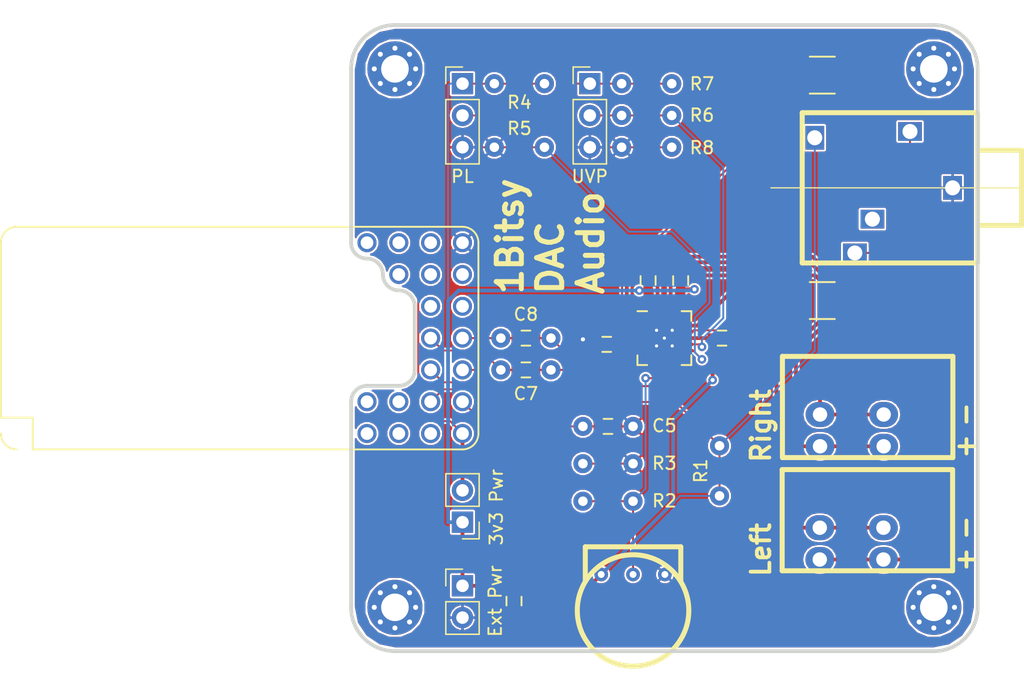
<source format=kicad_pcb>
(kicad_pcb (version 4) (host pcbnew 4.0.7)

  (general
    (links 96)
    (no_connects 0)
    (area 68.5926 98 159.295258 153.2774)
    (thickness 1.6)
    (drawings 22)
    (tracks 220)
    (zones 0)
    (modules 32)
    (nets 32)
  )

  (page A4)
  (layers
    (0 F.Cu signal)
    (31 B.Cu signal)
    (32 B.Adhes user hide)
    (33 F.Adhes user hide)
    (34 B.Paste user)
    (35 F.Paste user)
    (36 B.SilkS user)
    (37 F.SilkS user)
    (38 B.Mask user)
    (39 F.Mask user)
    (40 Dwgs.User user hide)
    (41 Cmts.User user hide)
    (42 Eco1.User user hide)
    (43 Eco2.User user hide)
    (44 Edge.Cuts user)
    (46 B.CrtYd user)
    (47 F.CrtYd user)
    (48 B.Fab user hide)
    (49 F.Fab user hide)
  )

  (setup
    (last_trace_width 0.1524)
    (trace_clearance 0.1524)
    (zone_clearance 0.508)
    (zone_45_only no)
    (trace_min 0.1524)
    (segment_width 0.2)
    (edge_width 0.3)
    (via_size 0.6858)
    (via_drill 0.3302)
    (via_min_size 0.6858)
    (via_min_drill 0.3302)
    (uvia_size 0.762)
    (uvia_drill 0.1)
    (uvias_allowed no)
    (uvia_min_size 0)
    (uvia_min_drill 0)
    (pcb_text_width 0.3)
    (pcb_text_size 1.5 1.5)
    (mod_edge_width 0.15)
    (mod_text_size 1 1)
    (mod_text_width 0.15)
    (pad_size 1.7 1.7)
    (pad_drill 1)
    (pad_to_mask_clearance 0)
    (aux_axis_origin 0 0)
    (visible_elements FFFFEF7F)
    (pcbplotparams
      (layerselection 0x00030_80000001)
      (usegerberextensions false)
      (excludeedgelayer true)
      (linewidth 0.100000)
      (plotframeref false)
      (viasonmask false)
      (mode 1)
      (useauxorigin false)
      (hpglpennumber 1)
      (hpglpenspeed 20)
      (hpglpendiameter 15)
      (hpglpenoverlay 2)
      (psnegative false)
      (psa4output false)
      (plotreference true)
      (plotvalue true)
      (plotinvisibletext false)
      (padsonsilk false)
      (subtractmaskfromsilk false)
      (outputformat 1)
      (mirror false)
      (drillshape 1)
      (scaleselection 1)
      (outputdirectory ""))
  )

  (net 0 "")
  (net 1 VDD)
  (net 2 GND)
  (net 3 /VOL_ADC)
  (net 4 "Net-(C6-Pad1)")
  (net 5 "Net-(C7-Pad1)")
  (net 6 /DAC_L)
  (net 7 "Net-(C8-Pad1)")
  (net 8 /DAC_R)
  (net 9 "Net-(C9-Pad1)")
  (net 10 "Net-(C9-Pad2)")
  (net 11 "Net-(C10-Pad1)")
  (net 12 "Net-(C10-Pad2)")
  (net 13 "Net-(J2-Pad3)")
  (net 14 /TIP_SW)
  (net 15 "Net-(J3-Pad2)")
  (net 16 "Net-(J4-Pad1)")
  (net 17 "Net-(J4-Pad2)")
  (net 18 +3V3)
  (net 19 "Net-(J5-Pad2)")
  (net 20 "Net-(J6-Pad1)")
  (net 21 "Net-(J6-Pad2)")
  (net 22 "Net-(R2-Pad1)")
  (net 23 "Net-(R6-Pad2)")
  (net 24 /~SHUTDOWN)
  (net 25 /MUTE)
  (net 26 "Net-(U2-Pad14)")
  (net 27 "Net-(U2-Pad17)")
  (net 28 "Net-(U2-Pad37)")
  (net 29 "Net-(U2-Pad38)")
  (net 30 "Net-(U2-Pad39)")
  (net 31 "Net-(U2-Pad40)")

  (net_class Default "This is the default net class."
    (clearance 0.1524)
    (trace_width 0.1524)
    (via_dia 0.6858)
    (via_drill 0.3302)
    (uvia_dia 0.762)
    (uvia_drill 0.1)
    (add_net +3V3)
    (add_net /DAC_L)
    (add_net /DAC_R)
    (add_net /MUTE)
    (add_net /TIP_SW)
    (add_net /VOL_ADC)
    (add_net /~SHUTDOWN)
    (add_net GND)
    (add_net "Net-(C10-Pad1)")
    (add_net "Net-(C10-Pad2)")
    (add_net "Net-(C6-Pad1)")
    (add_net "Net-(C7-Pad1)")
    (add_net "Net-(C8-Pad1)")
    (add_net "Net-(C9-Pad1)")
    (add_net "Net-(C9-Pad2)")
    (add_net "Net-(J2-Pad3)")
    (add_net "Net-(J3-Pad2)")
    (add_net "Net-(J5-Pad2)")
    (add_net "Net-(R2-Pad1)")
    (add_net "Net-(R6-Pad2)")
    (add_net "Net-(U2-Pad14)")
    (add_net "Net-(U2-Pad17)")
    (add_net "Net-(U2-Pad37)")
    (add_net "Net-(U2-Pad38)")
    (add_net "Net-(U2-Pad39)")
    (add_net "Net-(U2-Pad40)")
    (add_net VDD)
  )

  (net_class Power ""
    (clearance 0.1524)
    (trace_width 0.3)
    (via_dia 0.6858)
    (via_drill 0.3302)
    (uvia_dia 0.762)
    (uvia_drill 0.1)
  )

  (net_class Speaker ""
    (clearance 0.1524)
    (trace_width 0.3)
    (via_dia 0.6858)
    (via_drill 0.3302)
    (uvia_dia 0.762)
    (uvia_drill 0.1)
    (add_net "Net-(J4-Pad1)")
    (add_net "Net-(J4-Pad2)")
    (add_net "Net-(J6-Pad1)")
    (add_net "Net-(J6-Pad2)")
  )

  (module Capacitors_SMD:C_0603 placed (layer F.Cu) (tedit 59F911CC) (tstamp 59F8DFDB)
    (at 113 146 270)
    (descr "Capacitor SMD 0603, reflow soldering, AVX (see smccp.pdf)")
    (tags "capacitor 0603")
    (path /59F3DE40)
    (attr smd)
    (fp_text reference C1 (at 0 -1.9 270) (layer F.SilkS) hide
      (effects (font (size 1 1) (thickness 0.15)))
    )
    (fp_text value 10µF (at 0 1.9 270) (layer F.Fab)
      (effects (font (size 1 1) (thickness 0.15)))
    )
    (fp_line (start -0.8 0.4) (end -0.8 -0.4) (layer F.Fab) (width 0.15))
    (fp_line (start 0.8 0.4) (end -0.8 0.4) (layer F.Fab) (width 0.15))
    (fp_line (start 0.8 -0.4) (end 0.8 0.4) (layer F.Fab) (width 0.15))
    (fp_line (start -0.8 -0.4) (end 0.8 -0.4) (layer F.Fab) (width 0.15))
    (fp_line (start -1.45 -0.75) (end 1.45 -0.75) (layer F.CrtYd) (width 0.05))
    (fp_line (start -1.45 0.75) (end 1.45 0.75) (layer F.CrtYd) (width 0.05))
    (fp_line (start -1.45 -0.75) (end -1.45 0.75) (layer F.CrtYd) (width 0.05))
    (fp_line (start 1.45 -0.75) (end 1.45 0.75) (layer F.CrtYd) (width 0.05))
    (fp_line (start -0.35 -0.6) (end 0.35 -0.6) (layer F.SilkS) (width 0.15))
    (fp_line (start 0.35 0.6) (end -0.35 0.6) (layer F.SilkS) (width 0.15))
    (pad 1 smd rect (at -0.75 0 270) (size 0.8 0.75) (layers F.Cu F.Paste F.Mask)
      (net 1 VDD))
    (pad 2 smd rect (at 0.75 0 270) (size 0.8 0.75) (layers F.Cu F.Paste F.Mask)
      (net 2 GND))
    (model Capacitors_SMD.3dshapes/C_0603.wrl
      (at (xyz 0 0 0))
      (scale (xyz 1 1 1))
      (rotate (xyz 0 0 0))
    )
  )

  (module Capacitors_SMD:C_0603 placed (layer F.Cu) (tedit 59F91368) (tstamp 59F8DFEB)
    (at 126.3 120.4 90)
    (descr "Capacitor SMD 0603, reflow soldering, AVX (see smccp.pdf)")
    (tags "capacitor 0603")
    (path /59F3DEA5)
    (attr smd)
    (fp_text reference C2 (at 0 -1.9 90) (layer F.SilkS) hide
      (effects (font (size 1 1) (thickness 0.15)))
    )
    (fp_text value 100nF (at 0 1.9 90) (layer F.Fab)
      (effects (font (size 1 1) (thickness 0.15)))
    )
    (fp_line (start -0.8 0.4) (end -0.8 -0.4) (layer F.Fab) (width 0.15))
    (fp_line (start 0.8 0.4) (end -0.8 0.4) (layer F.Fab) (width 0.15))
    (fp_line (start 0.8 -0.4) (end 0.8 0.4) (layer F.Fab) (width 0.15))
    (fp_line (start -0.8 -0.4) (end 0.8 -0.4) (layer F.Fab) (width 0.15))
    (fp_line (start -1.45 -0.75) (end 1.45 -0.75) (layer F.CrtYd) (width 0.05))
    (fp_line (start -1.45 0.75) (end 1.45 0.75) (layer F.CrtYd) (width 0.05))
    (fp_line (start -1.45 -0.75) (end -1.45 0.75) (layer F.CrtYd) (width 0.05))
    (fp_line (start 1.45 -0.75) (end 1.45 0.75) (layer F.CrtYd) (width 0.05))
    (fp_line (start -0.35 -0.6) (end 0.35 -0.6) (layer F.SilkS) (width 0.15))
    (fp_line (start 0.35 0.6) (end -0.35 0.6) (layer F.SilkS) (width 0.15))
    (pad 1 smd rect (at -0.75 0 90) (size 0.8 0.75) (layers F.Cu F.Paste F.Mask)
      (net 1 VDD))
    (pad 2 smd rect (at 0.75 0 90) (size 0.8 0.75) (layers F.Cu F.Paste F.Mask)
      (net 2 GND))
    (model Capacitors_SMD.3dshapes/C_0603.wrl
      (at (xyz 0 0 0))
      (scale (xyz 1 1 1))
      (rotate (xyz 0 0 0))
    )
  )

  (module Capacitors_SMD:C_0603 placed (layer F.Cu) (tedit 59F9135C) (tstamp 59F8DFFB)
    (at 123.7 120.4 90)
    (descr "Capacitor SMD 0603, reflow soldering, AVX (see smccp.pdf)")
    (tags "capacitor 0603")
    (path /59F3DEF1)
    (attr smd)
    (fp_text reference C3 (at 0 -1.9 90) (layer F.SilkS) hide
      (effects (font (size 1 1) (thickness 0.15)))
    )
    (fp_text value 100nF (at 0 1.9 90) (layer F.Fab)
      (effects (font (size 1 1) (thickness 0.15)))
    )
    (fp_line (start -0.8 0.4) (end -0.8 -0.4) (layer F.Fab) (width 0.15))
    (fp_line (start 0.8 0.4) (end -0.8 0.4) (layer F.Fab) (width 0.15))
    (fp_line (start 0.8 -0.4) (end 0.8 0.4) (layer F.Fab) (width 0.15))
    (fp_line (start -0.8 -0.4) (end 0.8 -0.4) (layer F.Fab) (width 0.15))
    (fp_line (start -1.45 -0.75) (end 1.45 -0.75) (layer F.CrtYd) (width 0.05))
    (fp_line (start -1.45 0.75) (end 1.45 0.75) (layer F.CrtYd) (width 0.05))
    (fp_line (start -1.45 -0.75) (end -1.45 0.75) (layer F.CrtYd) (width 0.05))
    (fp_line (start 1.45 -0.75) (end 1.45 0.75) (layer F.CrtYd) (width 0.05))
    (fp_line (start -0.35 -0.6) (end 0.35 -0.6) (layer F.SilkS) (width 0.15))
    (fp_line (start 0.35 0.6) (end -0.35 0.6) (layer F.SilkS) (width 0.15))
    (pad 1 smd rect (at -0.75 0 90) (size 0.8 0.75) (layers F.Cu F.Paste F.Mask)
      (net 1 VDD))
    (pad 2 smd rect (at 0.75 0 90) (size 0.8 0.75) (layers F.Cu F.Paste F.Mask)
      (net 2 GND))
    (model Capacitors_SMD.3dshapes/C_0603.wrl
      (at (xyz 0 0 0))
      (scale (xyz 1 1 1))
      (rotate (xyz 0 0 0))
    )
  )

  (module Capacitors_SMD:C_0603 placed (layer F.Cu) (tedit 59F91361) (tstamp 59F8E00B)
    (at 129.6 125)
    (descr "Capacitor SMD 0603, reflow soldering, AVX (see smccp.pdf)")
    (tags "capacitor 0603")
    (path /59F3DF40)
    (attr smd)
    (fp_text reference C4 (at 0 -1.9) (layer F.SilkS) hide
      (effects (font (size 1 1) (thickness 0.15)))
    )
    (fp_text value 100nF (at 0 1.9) (layer F.Fab)
      (effects (font (size 1 1) (thickness 0.15)))
    )
    (fp_line (start -0.8 0.4) (end -0.8 -0.4) (layer F.Fab) (width 0.15))
    (fp_line (start 0.8 0.4) (end -0.8 0.4) (layer F.Fab) (width 0.15))
    (fp_line (start 0.8 -0.4) (end 0.8 0.4) (layer F.Fab) (width 0.15))
    (fp_line (start -0.8 -0.4) (end 0.8 -0.4) (layer F.Fab) (width 0.15))
    (fp_line (start -1.45 -0.75) (end 1.45 -0.75) (layer F.CrtYd) (width 0.05))
    (fp_line (start -1.45 0.75) (end 1.45 0.75) (layer F.CrtYd) (width 0.05))
    (fp_line (start -1.45 -0.75) (end -1.45 0.75) (layer F.CrtYd) (width 0.05))
    (fp_line (start 1.45 -0.75) (end 1.45 0.75) (layer F.CrtYd) (width 0.05))
    (fp_line (start -0.35 -0.6) (end 0.35 -0.6) (layer F.SilkS) (width 0.15))
    (fp_line (start 0.35 0.6) (end -0.35 0.6) (layer F.SilkS) (width 0.15))
    (pad 1 smd rect (at -0.75 0) (size 0.8 0.75) (layers F.Cu F.Paste F.Mask)
      (net 1 VDD))
    (pad 2 smd rect (at 0.75 0) (size 0.8 0.75) (layers F.Cu F.Paste F.Mask)
      (net 2 GND))
    (model Capacitors_SMD.3dshapes/C_0603.wrl
      (at (xyz 0 0 0))
      (scale (xyz 1 1 1))
      (rotate (xyz 0 0 0))
    )
  )

  (module audio-repair:C_0603_TH placed (layer F.Cu) (tedit 59F737C3) (tstamp 59F8E01D)
    (at 118.5 132.05)
    (descr "Capacitor SMD 0603, reflow soldering, AVX (see smccp.pdf)")
    (tags "capacitor 0603")
    (path /59F39E49)
    (attr smd)
    (fp_text reference C5 (at 6.5 -0.05) (layer F.SilkS)
      (effects (font (size 1 1) (thickness 0.15)))
    )
    (fp_text value 10nF (at 2 1.9) (layer F.Fab)
      (effects (font (size 1 1) (thickness 0.15)))
    )
    (fp_line (start 1.2 0.4) (end 1.2 -0.4) (layer F.Fab) (width 0.15))
    (fp_line (start 2.8 0.4) (end 1.2 0.4) (layer F.Fab) (width 0.15))
    (fp_line (start 2.8 -0.4) (end 2.8 0.4) (layer F.Fab) (width 0.15))
    (fp_line (start 1.2 -0.4) (end 2.8 -0.4) (layer F.Fab) (width 0.15))
    (fp_line (start 0.55 -0.75) (end 3.45 -0.75) (layer F.CrtYd) (width 0.05))
    (fp_line (start 0.55 0.75) (end 3.45 0.75) (layer F.CrtYd) (width 0.05))
    (fp_line (start 0.55 -0.75) (end 0.55 0.75) (layer F.CrtYd) (width 0.05))
    (fp_line (start 3.45 -0.75) (end 3.45 0.75) (layer F.CrtYd) (width 0.05))
    (fp_line (start 1.65 -0.6) (end 2.35 -0.6) (layer F.SilkS) (width 0.15))
    (fp_line (start 2.35 0.6) (end 1.65 0.6) (layer F.SilkS) (width 0.15))
    (pad 1 smd rect (at 1.25 0) (size 0.8 0.75) (layers F.Cu F.Paste F.Mask)
      (net 3 /VOL_ADC))
    (pad 2 smd rect (at 2.75 0) (size 0.8 0.75) (layers F.Cu F.Paste F.Mask)
      (net 2 GND))
    (pad 2 thru_hole circle (at 4 0) (size 1.524 1.524) (drill 0.762) (layers *.Cu *.Mask)
      (net 2 GND))
    (pad 1 thru_hole circle (at 0 0) (size 1.524 1.524) (drill 0.762) (layers *.Cu *.Mask)
      (net 3 /VOL_ADC))
    (model Capacitors_SMD.3dshapes/C_0603.wrl
      (at (xyz 0.0787402 0 0))
      (scale (xyz 1 1 1))
      (rotate (xyz 0 0 0))
    )
  )

  (module Capacitors_SMD:C_0603 placed (layer F.Cu) (tedit 59F91259) (tstamp 59F8E02D)
    (at 120.4 125.5 180)
    (descr "Capacitor SMD 0603, reflow soldering, AVX (see smccp.pdf)")
    (tags "capacitor 0603")
    (path /59F364C0)
    (attr smd)
    (fp_text reference C6 (at 0 -1.9 180) (layer F.SilkS) hide
      (effects (font (size 1 1) (thickness 0.15)))
    )
    (fp_text value 1µF (at 0 1.9 180) (layer F.Fab)
      (effects (font (size 1 1) (thickness 0.15)))
    )
    (fp_line (start -0.8 0.4) (end -0.8 -0.4) (layer F.Fab) (width 0.15))
    (fp_line (start 0.8 0.4) (end -0.8 0.4) (layer F.Fab) (width 0.15))
    (fp_line (start 0.8 -0.4) (end 0.8 0.4) (layer F.Fab) (width 0.15))
    (fp_line (start -0.8 -0.4) (end 0.8 -0.4) (layer F.Fab) (width 0.15))
    (fp_line (start -1.45 -0.75) (end 1.45 -0.75) (layer F.CrtYd) (width 0.05))
    (fp_line (start -1.45 0.75) (end 1.45 0.75) (layer F.CrtYd) (width 0.05))
    (fp_line (start -1.45 -0.75) (end -1.45 0.75) (layer F.CrtYd) (width 0.05))
    (fp_line (start 1.45 -0.75) (end 1.45 0.75) (layer F.CrtYd) (width 0.05))
    (fp_line (start -0.35 -0.6) (end 0.35 -0.6) (layer F.SilkS) (width 0.15))
    (fp_line (start 0.35 0.6) (end -0.35 0.6) (layer F.SilkS) (width 0.15))
    (pad 1 smd rect (at -0.75 0 180) (size 0.8 0.75) (layers F.Cu F.Paste F.Mask)
      (net 4 "Net-(C6-Pad1)"))
    (pad 2 smd rect (at 0.75 0 180) (size 0.8 0.75) (layers F.Cu F.Paste F.Mask)
      (net 2 GND))
    (model Capacitors_SMD.3dshapes/C_0603.wrl
      (at (xyz 0 0 0))
      (scale (xyz 1 1 1))
      (rotate (xyz 0 0 0))
    )
  )

  (module audio-repair:C_0603_TH placed (layer F.Cu) (tedit 59F9132C) (tstamp 59F8E03F)
    (at 115.95 127.54 180)
    (descr "Capacitor SMD 0603, reflow soldering, AVX (see smccp.pdf)")
    (tags "capacitor 0603")
    (path /59F3AD5F)
    (attr smd)
    (fp_text reference C7 (at 2 -1.9 180) (layer F.SilkS)
      (effects (font (size 1 1) (thickness 0.15)))
    )
    (fp_text value 220nF (at 2 1.9 180) (layer F.Fab)
      (effects (font (size 1 1) (thickness 0.15)))
    )
    (fp_line (start 1.2 0.4) (end 1.2 -0.4) (layer F.Fab) (width 0.15))
    (fp_line (start 2.8 0.4) (end 1.2 0.4) (layer F.Fab) (width 0.15))
    (fp_line (start 2.8 -0.4) (end 2.8 0.4) (layer F.Fab) (width 0.15))
    (fp_line (start 1.2 -0.4) (end 2.8 -0.4) (layer F.Fab) (width 0.15))
    (fp_line (start 0.55 -0.75) (end 3.45 -0.75) (layer F.CrtYd) (width 0.05))
    (fp_line (start 0.55 0.75) (end 3.45 0.75) (layer F.CrtYd) (width 0.05))
    (fp_line (start 0.55 -0.75) (end 0.55 0.75) (layer F.CrtYd) (width 0.05))
    (fp_line (start 3.45 -0.75) (end 3.45 0.75) (layer F.CrtYd) (width 0.05))
    (fp_line (start 1.65 -0.6) (end 2.35 -0.6) (layer F.SilkS) (width 0.15))
    (fp_line (start 2.35 0.6) (end 1.65 0.6) (layer F.SilkS) (width 0.15))
    (pad 1 smd rect (at 1.25 0 180) (size 0.8 0.75) (layers F.Cu F.Paste F.Mask)
      (net 5 "Net-(C7-Pad1)"))
    (pad 2 smd rect (at 2.75 0 180) (size 0.8 0.75) (layers F.Cu F.Paste F.Mask)
      (net 6 /DAC_L))
    (pad 2 thru_hole circle (at 4 0 180) (size 1.524 1.524) (drill 0.762) (layers *.Cu *.Mask)
      (net 6 /DAC_L))
    (pad 1 thru_hole circle (at 0 0 180) (size 1.524 1.524) (drill 0.762) (layers *.Cu *.Mask)
      (net 5 "Net-(C7-Pad1)"))
    (model Capacitors_SMD.3dshapes/C_0603.wrl
      (at (xyz 0.0787402 0 0))
      (scale (xyz 1 1 1))
      (rotate (xyz 0 0 0))
    )
  )

  (module audio-repair:C_0603_TH placed (layer F.Cu) (tedit 59F91322) (tstamp 59F8E051)
    (at 115.95 125 180)
    (descr "Capacitor SMD 0603, reflow soldering, AVX (see smccp.pdf)")
    (tags "capacitor 0603")
    (path /59F3AE10)
    (attr smd)
    (fp_text reference C8 (at 2 1.9 180) (layer F.SilkS)
      (effects (font (size 1 1) (thickness 0.15)))
    )
    (fp_text value 220nF (at 2 1.9 180) (layer F.Fab)
      (effects (font (size 1 1) (thickness 0.15)))
    )
    (fp_line (start 1.2 0.4) (end 1.2 -0.4) (layer F.Fab) (width 0.15))
    (fp_line (start 2.8 0.4) (end 1.2 0.4) (layer F.Fab) (width 0.15))
    (fp_line (start 2.8 -0.4) (end 2.8 0.4) (layer F.Fab) (width 0.15))
    (fp_line (start 1.2 -0.4) (end 2.8 -0.4) (layer F.Fab) (width 0.15))
    (fp_line (start 0.55 -0.75) (end 3.45 -0.75) (layer F.CrtYd) (width 0.05))
    (fp_line (start 0.55 0.75) (end 3.45 0.75) (layer F.CrtYd) (width 0.05))
    (fp_line (start 0.55 -0.75) (end 0.55 0.75) (layer F.CrtYd) (width 0.05))
    (fp_line (start 3.45 -0.75) (end 3.45 0.75) (layer F.CrtYd) (width 0.05))
    (fp_line (start 1.65 -0.6) (end 2.35 -0.6) (layer F.SilkS) (width 0.15))
    (fp_line (start 2.35 0.6) (end 1.65 0.6) (layer F.SilkS) (width 0.15))
    (pad 1 smd rect (at 1.25 0 180) (size 0.8 0.75) (layers F.Cu F.Paste F.Mask)
      (net 7 "Net-(C8-Pad1)"))
    (pad 2 smd rect (at 2.75 0 180) (size 0.8 0.75) (layers F.Cu F.Paste F.Mask)
      (net 8 /DAC_R))
    (pad 2 thru_hole circle (at 4 0 180) (size 1.524 1.524) (drill 0.762) (layers *.Cu *.Mask)
      (net 8 /DAC_R))
    (pad 1 thru_hole circle (at 0 0 180) (size 1.524 1.524) (drill 0.762) (layers *.Cu *.Mask)
      (net 7 "Net-(C8-Pad1)"))
    (model Capacitors_SMD.3dshapes/C_0603.wrl
      (at (xyz 0.0787402 0 0))
      (scale (xyz 1 1 1))
      (rotate (xyz 0 0 0))
    )
  )

  (module Capacitors_SMD:C_1210 placed (layer F.Cu) (tedit 59F9111F) (tstamp 59F8E061)
    (at 137.6 122)
    (descr "Capacitor SMD 1210, reflow soldering, AVX (see smccp.pdf)")
    (tags "capacitor 1210")
    (path /59F371F5)
    (attr smd)
    (fp_text reference C9 (at 0 -2.7) (layer F.SilkS) hide
      (effects (font (size 1 1) (thickness 0.15)))
    )
    (fp_text value 220µF (at 0 2.7) (layer F.Fab)
      (effects (font (size 1 1) (thickness 0.15)))
    )
    (fp_line (start -1.6 1.25) (end -1.6 -1.25) (layer F.Fab) (width 0.15))
    (fp_line (start 1.6 1.25) (end -1.6 1.25) (layer F.Fab) (width 0.15))
    (fp_line (start 1.6 -1.25) (end 1.6 1.25) (layer F.Fab) (width 0.15))
    (fp_line (start -1.6 -1.25) (end 1.6 -1.25) (layer F.Fab) (width 0.15))
    (fp_line (start -2.3 -1.6) (end 2.3 -1.6) (layer F.CrtYd) (width 0.05))
    (fp_line (start -2.3 1.6) (end 2.3 1.6) (layer F.CrtYd) (width 0.05))
    (fp_line (start -2.3 -1.6) (end -2.3 1.6) (layer F.CrtYd) (width 0.05))
    (fp_line (start 2.3 -1.6) (end 2.3 1.6) (layer F.CrtYd) (width 0.05))
    (fp_line (start 1 -1.475) (end -1 -1.475) (layer F.SilkS) (width 0.15))
    (fp_line (start -1 1.475) (end 1 1.475) (layer F.SilkS) (width 0.15))
    (pad 1 smd rect (at -1.5 0) (size 1 2.5) (layers F.Cu F.Paste F.Mask)
      (net 9 "Net-(C9-Pad1)"))
    (pad 2 smd rect (at 1.5 0) (size 1 2.5) (layers F.Cu F.Paste F.Mask)
      (net 10 "Net-(C9-Pad2)"))
    (model Capacitors_SMD.3dshapes/C_1210.wrl
      (at (xyz 0 0 0))
      (scale (xyz 1 1 1))
      (rotate (xyz 0 0 0))
    )
  )

  (module Capacitors_SMD:C_1210 placed (layer F.Cu) (tedit 59F91119) (tstamp 59F8E071)
    (at 137.6 104)
    (descr "Capacitor SMD 1210, reflow soldering, AVX (see smccp.pdf)")
    (tags "capacitor 1210")
    (path /59F37226)
    (attr smd)
    (fp_text reference C10 (at 0 -2.7) (layer F.SilkS) hide
      (effects (font (size 1 1) (thickness 0.15)))
    )
    (fp_text value 220µF (at 0 2.7) (layer F.Fab)
      (effects (font (size 1 1) (thickness 0.15)))
    )
    (fp_line (start -1.6 1.25) (end -1.6 -1.25) (layer F.Fab) (width 0.15))
    (fp_line (start 1.6 1.25) (end -1.6 1.25) (layer F.Fab) (width 0.15))
    (fp_line (start 1.6 -1.25) (end 1.6 1.25) (layer F.Fab) (width 0.15))
    (fp_line (start -1.6 -1.25) (end 1.6 -1.25) (layer F.Fab) (width 0.15))
    (fp_line (start -2.3 -1.6) (end 2.3 -1.6) (layer F.CrtYd) (width 0.05))
    (fp_line (start -2.3 1.6) (end 2.3 1.6) (layer F.CrtYd) (width 0.05))
    (fp_line (start -2.3 -1.6) (end -2.3 1.6) (layer F.CrtYd) (width 0.05))
    (fp_line (start 2.3 -1.6) (end 2.3 1.6) (layer F.CrtYd) (width 0.05))
    (fp_line (start 1 -1.475) (end -1 -1.475) (layer F.SilkS) (width 0.15))
    (fp_line (start -1 1.475) (end 1 1.475) (layer F.SilkS) (width 0.15))
    (pad 1 smd rect (at -1.5 0) (size 1 2.5) (layers F.Cu F.Paste F.Mask)
      (net 11 "Net-(C10-Pad1)"))
    (pad 2 smd rect (at 1.5 0) (size 1 2.5) (layers F.Cu F.Paste F.Mask)
      (net 12 "Net-(C10-Pad2)"))
    (model Capacitors_SMD.3dshapes/C_1210.wrl
      (at (xyz 0 0 0))
      (scale (xyz 1 1 1))
      (rotate (xyz 0 0 0))
    )
  )

  (module Pin_Headers:Pin_Header_Straight_1x02_Pitch2.54mm placed (layer F.Cu) (tedit 59FA1364) (tstamp 59F8E087)
    (at 108.89 144.78)
    (descr "Through hole straight pin header, 1x02, 2.54mm pitch, single row")
    (tags "Through hole pin header THT 1x02 2.54mm single row")
    (path /59F3BAA9)
    (fp_text reference "Ext Pwr" (at 2.61 1.22 90) (layer F.SilkS)
      (effects (font (size 1 1) (thickness 0.15)))
    )
    (fp_text value "Ext. Power" (at 0 4.87) (layer F.Fab)
      (effects (font (size 1 1) (thickness 0.15)))
    )
    (fp_line (start -0.635 -1.27) (end 1.27 -1.27) (layer F.Fab) (width 0.1))
    (fp_line (start 1.27 -1.27) (end 1.27 3.81) (layer F.Fab) (width 0.1))
    (fp_line (start 1.27 3.81) (end -1.27 3.81) (layer F.Fab) (width 0.1))
    (fp_line (start -1.27 3.81) (end -1.27 -0.635) (layer F.Fab) (width 0.1))
    (fp_line (start -1.27 -0.635) (end -0.635 -1.27) (layer F.Fab) (width 0.1))
    (fp_line (start -1.33 3.87) (end 1.33 3.87) (layer F.SilkS) (width 0.12))
    (fp_line (start -1.33 1.27) (end -1.33 3.87) (layer F.SilkS) (width 0.12))
    (fp_line (start 1.33 1.27) (end 1.33 3.87) (layer F.SilkS) (width 0.12))
    (fp_line (start -1.33 1.27) (end 1.33 1.27) (layer F.SilkS) (width 0.12))
    (fp_line (start -1.33 0) (end -1.33 -1.33) (layer F.SilkS) (width 0.12))
    (fp_line (start -1.33 -1.33) (end 0 -1.33) (layer F.SilkS) (width 0.12))
    (fp_line (start -1.8 -1.8) (end -1.8 4.35) (layer F.CrtYd) (width 0.05))
    (fp_line (start -1.8 4.35) (end 1.8 4.35) (layer F.CrtYd) (width 0.05))
    (fp_line (start 1.8 4.35) (end 1.8 -1.8) (layer F.CrtYd) (width 0.05))
    (fp_line (start 1.8 -1.8) (end -1.8 -1.8) (layer F.CrtYd) (width 0.05))
    (fp_text user %R (at 0 3.81 90) (layer F.Fab)
      (effects (font (size 1 1) (thickness 0.15)))
    )
    (pad 1 thru_hole rect (at 0 0) (size 1.7 1.7) (drill 1) (layers *.Cu *.Mask)
      (net 1 VDD))
    (pad 2 thru_hole oval (at 0 2.54) (size 1.7 1.7) (drill 1) (layers *.Cu *.Mask)
      (net 2 GND))
    (model ${KISYS3DMOD}/Pin_Headers.3dshapes/Pin_Header_Straight_1x02_Pitch2.54mm.wrl
      (at (xyz 0 0 0))
      (scale (xyz 1 1 1))
      (rotate (xyz 0 0 0))
    )
  )

  (module audio-repair:Switchcraft_35RAPC4BHN3 placed (layer F.Cu) (tedit 59F9108F) (tstamp 59F8E099)
    (at 150 113 180)
    (path /59F3F362)
    (fp_text reference J2 (at 2.5 7 180) (layer F.SilkS) hide
      (effects (font (size 1 1) (thickness 0.15)))
    )
    (fp_text value Switchcraft_35RAPC4BHN3 (at 10 -7 180) (layer F.Fab)
      (effects (font (size 1 1) (thickness 0.15)))
    )
    (fp_line (start -3.5 3) (end 0 3) (layer F.SilkS) (width 0.4))
    (fp_line (start -3.5 -3) (end -3.5 3) (layer F.SilkS) (width 0.4))
    (fp_line (start 0 -3) (end -3.5 -3) (layer F.SilkS) (width 0.4))
    (fp_line (start 0 6) (end 0 0) (layer F.SilkS) (width 0.4))
    (fp_line (start 14 6) (end 0 6) (layer F.SilkS) (width 0.4))
    (fp_line (start 14 -6) (end 14 6) (layer F.SilkS) (width 0.4))
    (fp_line (start 0 -6) (end 14 -6) (layer F.SilkS) (width 0.4))
    (fp_line (start 0 0) (end 0 -6) (layer F.SilkS) (width 0.4))
    (fp_line (start -3.5 0) (end 16.5 0) (layer F.SilkS) (width 0.1))
    (pad 1 thru_hole rect (at 2 0 180) (size 1.5 1.9) (drill 1.2) (layers *.Cu *.Mask)
      (net 2 GND))
    (pad 2 thru_hole rect (at 9.8 -5.2 180) (size 1.9 1.5) (drill 1.2) (layers *.Cu *.Mask)
      (net 12 "Net-(C10-Pad2)"))
    (pad 3 thru_hole rect (at 8.4 -2.5 180) (size 1.9 1.5) (drill 1.2) (layers *.Cu *.Mask)
      (net 13 "Net-(J2-Pad3)"))
    (pad 4 thru_hole rect (at 13 4 180) (size 1.5 1.9) (drill 1.2) (layers *.Cu *.Mask)
      (net 14 /TIP_SW))
    (pad 5 thru_hole rect (at 5.4 4.5 180) (size 1.9 1.5) (drill 1.2) (layers *.Cu *.Mask)
      (net 10 "Net-(C9-Pad2)"))
  )

  (module Pin_Headers:Pin_Header_Straight_1x03_Pitch2.54mm placed (layer F.Cu) (tedit 59F90F31) (tstamp 59F8E0B0)
    (at 108.89 104.68)
    (descr "Through hole straight pin header, 1x03, 2.54mm pitch, single row")
    (tags "Through hole pin header THT 1x03 2.54mm single row")
    (path /59F3CD72)
    (fp_text reference J3 (at 0 -2.33) (layer F.SilkS) hide
      (effects (font (size 1 1) (thickness 0.15)))
    )
    (fp_text value PL (at 0 7.41) (layer F.SilkS)
      (effects (font (size 1 1) (thickness 0.15)))
    )
    (fp_line (start -0.635 -1.27) (end 1.27 -1.27) (layer F.Fab) (width 0.1))
    (fp_line (start 1.27 -1.27) (end 1.27 6.35) (layer F.Fab) (width 0.1))
    (fp_line (start 1.27 6.35) (end -1.27 6.35) (layer F.Fab) (width 0.1))
    (fp_line (start -1.27 6.35) (end -1.27 -0.635) (layer F.Fab) (width 0.1))
    (fp_line (start -1.27 -0.635) (end -0.635 -1.27) (layer F.Fab) (width 0.1))
    (fp_line (start -1.33 6.41) (end 1.33 6.41) (layer F.SilkS) (width 0.12))
    (fp_line (start -1.33 1.27) (end -1.33 6.41) (layer F.SilkS) (width 0.12))
    (fp_line (start 1.33 1.27) (end 1.33 6.41) (layer F.SilkS) (width 0.12))
    (fp_line (start -1.33 1.27) (end 1.33 1.27) (layer F.SilkS) (width 0.12))
    (fp_line (start -1.33 0) (end -1.33 -1.33) (layer F.SilkS) (width 0.12))
    (fp_line (start -1.33 -1.33) (end 0 -1.33) (layer F.SilkS) (width 0.12))
    (fp_line (start -1.8 -1.8) (end -1.8 6.85) (layer F.CrtYd) (width 0.05))
    (fp_line (start -1.8 6.85) (end 1.8 6.85) (layer F.CrtYd) (width 0.05))
    (fp_line (start 1.8 6.85) (end 1.8 -1.8) (layer F.CrtYd) (width 0.05))
    (fp_line (start 1.8 -1.8) (end -1.8 -1.8) (layer F.CrtYd) (width 0.05))
    (fp_text user %R (at 0 2.54 90) (layer F.Fab)
      (effects (font (size 1 1) (thickness 0.15)))
    )
    (pad 1 thru_hole rect (at 0 0) (size 1.7 1.7) (drill 1) (layers *.Cu *.Mask)
      (net 1 VDD))
    (pad 2 thru_hole oval (at 0 2.54) (size 1.7 1.7) (drill 1) (layers *.Cu *.Mask)
      (net 15 "Net-(J3-Pad2)"))
    (pad 3 thru_hole oval (at 0 5.08) (size 1.7 1.7) (drill 1) (layers *.Cu *.Mask)
      (net 2 GND))
    (model ${KISYS3DMOD}/Pin_Headers.3dshapes/Pin_Header_Straight_1x03_Pitch2.54mm.wrl
      (at (xyz 0 0 0))
      (scale (xyz 1 1 1))
      (rotate (xyz 0 0 0))
    )
  )

  (module Pin_Headers:Pin_Header_Straight_1x03_Pitch2.54mm placed (layer F.Cu) (tedit 59F91103) (tstamp 59F8E0D4)
    (at 119.05 104.68)
    (descr "Through hole straight pin header, 1x03, 2.54mm pitch, single row")
    (tags "Through hole pin header THT 1x03 2.54mm single row")
    (path /59F3C073)
    (fp_text reference J5 (at 0 -2.33) (layer F.SilkS) hide
      (effects (font (size 1 1) (thickness 0.15)))
    )
    (fp_text value UVP (at 0 7.41) (layer F.SilkS)
      (effects (font (size 1 1) (thickness 0.15)))
    )
    (fp_line (start -0.635 -1.27) (end 1.27 -1.27) (layer F.Fab) (width 0.1))
    (fp_line (start 1.27 -1.27) (end 1.27 6.35) (layer F.Fab) (width 0.1))
    (fp_line (start 1.27 6.35) (end -1.27 6.35) (layer F.Fab) (width 0.1))
    (fp_line (start -1.27 6.35) (end -1.27 -0.635) (layer F.Fab) (width 0.1))
    (fp_line (start -1.27 -0.635) (end -0.635 -1.27) (layer F.Fab) (width 0.1))
    (fp_line (start -1.33 6.41) (end 1.33 6.41) (layer F.SilkS) (width 0.12))
    (fp_line (start -1.33 1.27) (end -1.33 6.41) (layer F.SilkS) (width 0.12))
    (fp_line (start 1.33 1.27) (end 1.33 6.41) (layer F.SilkS) (width 0.12))
    (fp_line (start -1.33 1.27) (end 1.33 1.27) (layer F.SilkS) (width 0.12))
    (fp_line (start -1.33 0) (end -1.33 -1.33) (layer F.SilkS) (width 0.12))
    (fp_line (start -1.33 -1.33) (end 0 -1.33) (layer F.SilkS) (width 0.12))
    (fp_line (start -1.8 -1.8) (end -1.8 6.85) (layer F.CrtYd) (width 0.05))
    (fp_line (start -1.8 6.85) (end 1.8 6.85) (layer F.CrtYd) (width 0.05))
    (fp_line (start 1.8 6.85) (end 1.8 -1.8) (layer F.CrtYd) (width 0.05))
    (fp_line (start 1.8 -1.8) (end -1.8 -1.8) (layer F.CrtYd) (width 0.05))
    (fp_text user %R (at 0 2.54 90) (layer F.Fab)
      (effects (font (size 1 1) (thickness 0.15)))
    )
    (pad 1 thru_hole rect (at 0 0) (size 1.7 1.7) (drill 1) (layers *.Cu *.Mask)
      (net 18 +3V3))
    (pad 2 thru_hole oval (at 0 2.54) (size 1.7 1.7) (drill 1) (layers *.Cu *.Mask)
      (net 19 "Net-(J5-Pad2)"))
    (pad 3 thru_hole oval (at 0 5.08) (size 1.7 1.7) (drill 1) (layers *.Cu *.Mask)
      (net 2 GND))
    (model ${KISYS3DMOD}/Pin_Headers.3dshapes/Pin_Header_Straight_1x03_Pitch2.54mm.wrl
      (at (xyz 0 0 0))
      (scale (xyz 1 1 1))
      (rotate (xyz 0 0 0))
    )
  )

  (module audio-repair:R_0603_TH placed (layer F.Cu) (tedit 59F912B2) (tstamp 59F8E0EF)
    (at 129.4 137.6 90)
    (path /59F4E3B6)
    (fp_text reference R1 (at 2 -1.5 90) (layer F.SilkS)
      (effects (font (size 1 1) (thickness 0.15)))
    )
    (fp_text value 100K (at 2 -1.5 90) (layer F.Fab)
      (effects (font (size 1 1) (thickness 0.15)))
    )
    (pad 1 smd rect (at 1.25 0 90) (size 0.5 0.9) (layers F.Cu F.Paste F.Mask)
      (net 1 VDD))
    (pad 2 smd rect (at 2.75 0 90) (size 0.5 0.9) (layers F.Cu F.Paste F.Mask)
      (net 14 /TIP_SW))
    (pad 1 thru_hole circle (at 0 0 90) (size 1.524 1.524) (drill 0.762) (layers *.Cu *.Mask)
      (net 1 VDD))
    (pad 2 thru_hole circle (at 4 0 90) (size 1.524 1.524) (drill 0.762) (layers *.Cu *.Mask)
      (net 14 /TIP_SW))
    (model Resistors_SMD.3dshapes/R_0603.wrl
      (at (xyz 0.07874015748031496 0 0))
      (scale (xyz 1 1 1))
      (rotate (xyz 0 0 0))
    )
  )

  (module audio-repair:R_0603_TH placed (layer F.Cu) (tedit 59F737FF) (tstamp 59F8E0F7)
    (at 122.5 138.025 180)
    (path /59F39D4C)
    (fp_text reference R2 (at -2.5 0.025 180) (layer F.SilkS)
      (effects (font (size 1 1) (thickness 0.15)))
    )
    (fp_text value 680K (at 2 -1.5 180) (layer F.Fab)
      (effects (font (size 1 1) (thickness 0.15)))
    )
    (pad 1 smd rect (at 1.25 0 180) (size 0.5 0.9) (layers F.Cu F.Paste F.Mask)
      (net 22 "Net-(R2-Pad1)"))
    (pad 2 smd rect (at 2.75 0 180) (size 0.5 0.9) (layers F.Cu F.Paste F.Mask)
      (net 3 /VOL_ADC))
    (pad 1 thru_hole circle (at 0 0 180) (size 1.524 1.524) (drill 0.762) (layers *.Cu *.Mask)
      (net 22 "Net-(R2-Pad1)"))
    (pad 2 thru_hole circle (at 4 0 180) (size 1.524 1.524) (drill 0.762) (layers *.Cu *.Mask)
      (net 3 /VOL_ADC))
    (model Resistors_SMD.3dshapes/R_0603.wrl
      (at (xyz 0.07874015748031496 0 0))
      (scale (xyz 1 1 1))
      (rotate (xyz 0 0 0))
    )
  )

  (module audio-repair:R_0603_TH placed (layer F.Cu) (tedit 59F737FF) (tstamp 59F8E0FF)
    (at 118.5 135.025)
    (path /59F39DA0)
    (fp_text reference R3 (at 6.5 -0.025) (layer F.SilkS)
      (effects (font (size 1 1) (thickness 0.15)))
    )
    (fp_text value 1M (at 2 -1.5) (layer F.Fab)
      (effects (font (size 1 1) (thickness 0.15)))
    )
    (pad 1 smd rect (at 1.25 0) (size 0.5 0.9) (layers F.Cu F.Paste F.Mask)
      (net 3 /VOL_ADC))
    (pad 2 smd rect (at 2.75 0) (size 0.5 0.9) (layers F.Cu F.Paste F.Mask)
      (net 2 GND))
    (pad 1 thru_hole circle (at 0 0) (size 1.524 1.524) (drill 0.762) (layers *.Cu *.Mask)
      (net 3 /VOL_ADC))
    (pad 2 thru_hole circle (at 4 0) (size 1.524 1.524) (drill 0.762) (layers *.Cu *.Mask)
      (net 2 GND))
    (model Resistors_SMD.3dshapes/R_0603.wrl
      (at (xyz 0.07874015748031496 0 0))
      (scale (xyz 1 1 1))
      (rotate (xyz 0 0 0))
    )
  )

  (module audio-repair:R_0603_TH placed (layer F.Cu) (tedit 59F737FF) (tstamp 59F8E117)
    (at 121.59 107.22)
    (path /59F36EFB)
    (fp_text reference R6 (at 6.41 -0.02) (layer F.SilkS)
      (effects (font (size 1 1) (thickness 0.15)))
    )
    (fp_text value 100K (at 2 -1.5) (layer F.Fab)
      (effects (font (size 1 1) (thickness 0.15)))
    )
    (pad 1 smd rect (at 1.25 0) (size 0.5 0.9) (layers F.Cu F.Paste F.Mask)
      (net 19 "Net-(J5-Pad2)"))
    (pad 2 smd rect (at 2.75 0) (size 0.5 0.9) (layers F.Cu F.Paste F.Mask)
      (net 23 "Net-(R6-Pad2)"))
    (pad 1 thru_hole circle (at 0 0) (size 1.524 1.524) (drill 0.762) (layers *.Cu *.Mask)
      (net 19 "Net-(J5-Pad2)"))
    (pad 2 thru_hole circle (at 4 0) (size 1.524 1.524) (drill 0.762) (layers *.Cu *.Mask)
      (net 23 "Net-(R6-Pad2)"))
    (model Resistors_SMD.3dshapes/R_0603.wrl
      (at (xyz 0.07874 0 0))
      (scale (xyz 1 1 1))
      (rotate (xyz 0 0 0))
    )
  )

  (module audio-repair:Potentiometer_Bourns_3352T placed (layer F.Cu) (tedit 59F9115B) (tstamp 59F8E133)
    (at 122.5 146.75 180)
    (path /59F39A91)
    (fp_text reference RV1 (at 0 6 180) (layer F.SilkS) hide
      (effects (font (size 1 1) (thickness 0.15)))
    )
    (fp_text value 50K (at 0 -5.5 180) (layer F.Fab)
      (effects (font (size 1 1) (thickness 0.15)))
    )
    (fp_line (start 5 -3.3) (end -4.5 -3.3) (layer Dwgs.User) (width 0.1))
    (fp_line (start 3.81 5.085) (end 3.81 2.4) (layer F.SilkS) (width 0.4))
    (fp_line (start -3.81 5.085) (end 3.81 5.085) (layer F.SilkS) (width 0.4))
    (fp_line (start -3.81 5.085) (end -3.81 2.4) (layer F.SilkS) (width 0.4))
    (fp_circle (center 0 0) (end 0 -4.45) (layer F.SilkS) (width 0.4))
    (pad 1 thru_hole circle (at -2.54 2.875 180) (size 1.1 1.1) (drill 0.55) (layers *.Cu *.Mask)
      (net 2 GND))
    (pad 2 thru_hole circle (at 0 2.875 180) (size 1.1 1.1) (drill 0.55) (layers *.Cu *.Mask)
      (net 22 "Net-(R2-Pad1)"))
    (pad 3 thru_hole circle (at 2.54 2.875 180) (size 1.1 1.1) (drill 0.55) (layers *.Cu *.Mask)
      (net 1 VDD))
  )

  (module audio-repair:QFN-20-1EP_4x4mm_Pitch0.5mm placed (layer F.Cu) (tedit 59F910A6) (tstamp 59F8E164)
    (at 125 125)
    (descr "20-Lead Plastic Quad Flat, No Lead Package (ML) - 4x4x0.9 mm Body [QFN]; (see Microchip Packaging Specification 00000049BS.pdf)")
    (tags "QFN 0.5")
    (path /59F31AC5)
    (attr smd)
    (fp_text reference U1 (at 0 -3.33) (layer F.SilkS) hide
      (effects (font (size 1 1) (thickness 0.15)))
    )
    (fp_text value PAM8019KGR (at 0 3.33) (layer F.Fab)
      (effects (font (size 1 1) (thickness 0.15)))
    )
    (fp_line (start -1 -2) (end 2 -2) (layer F.Fab) (width 0.15))
    (fp_line (start 2 -2) (end 2 2) (layer F.Fab) (width 0.15))
    (fp_line (start 2 2) (end -2 2) (layer F.Fab) (width 0.15))
    (fp_line (start -2 2) (end -2 -1) (layer F.Fab) (width 0.15))
    (fp_line (start -2 -1) (end -1 -2) (layer F.Fab) (width 0.15))
    (fp_line (start -2.6 -2.6) (end -2.6 2.6) (layer F.CrtYd) (width 0.05))
    (fp_line (start 2.6 -2.6) (end 2.6 2.6) (layer F.CrtYd) (width 0.05))
    (fp_line (start -2.6 -2.6) (end 2.6 -2.6) (layer F.CrtYd) (width 0.05))
    (fp_line (start -2.6 2.6) (end 2.6 2.6) (layer F.CrtYd) (width 0.05))
    (fp_line (start 2.15 -2.15) (end 2.15 -1.375) (layer F.SilkS) (width 0.15))
    (fp_line (start -2.15 2.15) (end -2.15 1.375) (layer F.SilkS) (width 0.15))
    (fp_line (start 2.15 2.15) (end 2.15 1.375) (layer F.SilkS) (width 0.15))
    (fp_line (start -2.15 -2.15) (end -1.375 -2.15) (layer F.SilkS) (width 0.15))
    (fp_line (start -2.15 2.15) (end -1.375 2.15) (layer F.SilkS) (width 0.15))
    (fp_line (start 2.15 2.15) (end 1.375 2.15) (layer F.SilkS) (width 0.15))
    (fp_line (start 2.15 -2.15) (end 1.375 -2.15) (layer F.SilkS) (width 0.15))
    (pad 1 smd oval (at -1.965 -1) (size 0.73 0.3) (layers F.Cu F.Paste F.Mask)
      (net 21 "Net-(J6-Pad2)"))
    (pad 2 smd oval (at -1.965 -0.5) (size 0.73 0.3) (layers F.Cu F.Paste F.Mask)
      (net 11 "Net-(C10-Pad1)"))
    (pad 3 smd oval (at -1.965 0) (size 0.73 0.3) (layers F.Cu F.Paste F.Mask)
      (net 24 /~SHUTDOWN))
    (pad 4 smd oval (at -1.965 0.5) (size 0.73 0.3) (layers F.Cu F.Paste F.Mask)
      (net 4 "Net-(C6-Pad1)"))
    (pad 5 smd oval (at -1.965 1) (size 0.73 0.3) (layers F.Cu F.Paste F.Mask)
      (net 7 "Net-(C8-Pad1)"))
    (pad 6 smd oval (at -1 1.965 90) (size 0.73 0.3) (layers F.Cu F.Paste F.Mask)
      (net 2 GND))
    (pad 7 smd oval (at -0.5 1.965 90) (size 0.73 0.3) (layers F.Cu F.Paste F.Mask)
      (net 5 "Net-(C7-Pad1)"))
    (pad 8 smd oval (at 0 1.965 90) (size 0.73 0.3) (layers F.Cu F.Paste F.Mask)
      (net 22 "Net-(R2-Pad1)"))
    (pad 9 smd oval (at 0.5 1.965 90) (size 0.73 0.3) (layers F.Cu F.Paste F.Mask)
      (net 25 /MUTE))
    (pad 10 smd oval (at 1 1.965 90) (size 0.73 0.3) (layers F.Cu F.Paste F.Mask)
      (net 14 /TIP_SW))
    (pad 11 smd oval (at 1.965 1) (size 0.73 0.3) (layers F.Cu F.Paste F.Mask)
      (net 15 "Net-(J3-Pad2)"))
    (pad 12 smd oval (at 1.965 0.5) (size 0.73 0.3) (layers F.Cu F.Paste F.Mask)
      (net 23 "Net-(R6-Pad2)"))
    (pad 13 smd oval (at 1.965 0) (size 0.73 0.3) (layers F.Cu F.Paste F.Mask)
      (net 1 VDD))
    (pad 14 smd oval (at 1.965 -0.5) (size 0.73 0.3) (layers F.Cu F.Paste F.Mask)
      (net 9 "Net-(C9-Pad1)"))
    (pad 15 smd oval (at 1.965 -1) (size 0.73 0.3) (layers F.Cu F.Paste F.Mask)
      (net 17 "Net-(J4-Pad2)"))
    (pad 16 smd oval (at 1 -1.965 90) (size 0.73 0.3) (layers F.Cu F.Paste F.Mask)
      (net 1 VDD))
    (pad 17 smd oval (at 0.5 -1.965 90) (size 0.73 0.3) (layers F.Cu F.Paste F.Mask)
      (net 16 "Net-(J4-Pad1)"))
    (pad 18 smd oval (at 0 -1.965 90) (size 0.73 0.3) (layers F.Cu F.Paste F.Mask)
      (net 2 GND))
    (pad 19 smd oval (at -0.5 -1.965 90) (size 0.73 0.3) (layers F.Cu F.Paste F.Mask)
      (net 20 "Net-(J6-Pad1)"))
    (pad 20 smd oval (at -1 -1.965 90) (size 0.73 0.3) (layers F.Cu F.Paste F.Mask)
      (net 1 VDD))
    (pad 21 smd rect (at 0.625 0.625) (size 1.25 1.25) (layers F.Cu F.Paste F.Mask)
      (net 2 GND) (solder_paste_margin_ratio -0.18) (zone_connect 2))
    (pad 21 smd rect (at 0.625 -0.625) (size 1.25 1.25) (layers F.Cu F.Paste F.Mask)
      (net 2 GND) (solder_paste_margin_ratio -0.18) (zone_connect 2))
    (pad 21 smd rect (at -0.625 0.625) (size 1.25 1.25) (layers F.Cu F.Paste F.Mask)
      (net 2 GND) (solder_paste_margin_ratio -0.18) (zone_connect 2))
    (pad 21 smd rect (at -0.625 -0.625) (size 1.25 1.25) (layers F.Cu F.Paste F.Mask)
      (net 2 GND) (solder_paste_margin_ratio -0.18) (zone_connect 2))
    (pad 21 thru_hole circle (at 0 0) (size 0.3 0.3) (drill 0.254) (layers *.Cu *.Mask)
      (net 2 GND) (zone_connect 2))
    (pad 21 thru_hole circle (at -0.625 -0.625) (size 0.3 0.3) (drill 0.254) (layers *.Cu *.Mask)
      (net 2 GND) (zone_connect 2))
    (pad 21 thru_hole circle (at 0.625 -0.625) (size 0.3 0.3) (drill 0.254) (layers *.Cu *.Mask)
      (net 2 GND) (zone_connect 2))
    (pad 21 thru_hole circle (at 0.625 0.625) (size 0.3 0.3) (drill 0.254) (layers *.Cu *.Mask)
      (net 2 GND) (zone_connect 2))
    (pad 21 thru_hole circle (at -0.625 0.625) (size 0.3 0.3) (drill 0.254) (layers *.Cu *.Mask)
      (net 2 GND) (zone_connect 2))
    (model Housings_DFN_QFN.3dshapes/QFN-20-1EP_4x4mm_Pitch0.5mm.wrl
      (at (xyz 0 0 0))
      (scale (xyz 1 1 1))
      (rotate (xyz 0 0 0))
    )
  )

  (module audio-repair:1bitsy-stub placed (layer F.Cu) (tedit 59F91098) (tstamp 59F8E18F)
    (at 73.33 132.62 90)
    (path /59F35A2F)
    (fp_text reference U2 (at 0 -3.81 90) (layer F.SilkS) hide
      (effects (font (size 1 1) (thickness 0.15)))
    )
    (fp_text value 1bitsy-basic-stubby (at 0 -2.54 90) (layer F.Fab)
      (effects (font (size 1 1) (thickness 0.15)))
    )
    (fp_arc (start 0 35.56) (end 0 36.83) (angle 90) (layer F.SilkS) (width 0.15))
    (fp_arc (start 15.24 35.56) (end 16.51 35.56) (angle 90) (layer F.SilkS) (width 0.15))
    (fp_arc (start 15.24 0) (end 15.24 -1.27) (angle 90) (layer F.SilkS) (width 0.15))
    (fp_arc (start 0 0) (end -1.27 0) (angle 90) (layer F.SilkS) (width 0.15))
    (fp_line (start 16.51 35.56) (end 16.51 0) (layer F.SilkS) (width 0.15))
    (fp_line (start 0 36.83) (end 15.24 36.83) (layer F.SilkS) (width 0.15))
    (fp_line (start -1.27 1.27) (end -1.27 35.56) (layer F.SilkS) (width 0.15))
    (fp_line (start 1.27 1.27) (end -1.27 1.27) (layer F.SilkS) (width 0.15))
    (fp_line (start 1.27 -1.27) (end 1.27 1.27) (layer F.SilkS) (width 0.15))
    (fp_line (start 1.27 -1.27) (end 15.24 -1.27) (layer F.SilkS) (width 0.15))
    (fp_arc (start 0 35.56) (end 0 36.83) (angle 90) (layer F.Fab) (width 0.15))
    (fp_arc (start 15.24 35.56) (end 16.51 35.56) (angle 90) (layer F.Fab) (width 0.15))
    (fp_arc (start 15.24 0) (end 15.24 -1.27) (angle 90) (layer F.Fab) (width 0.15))
    (fp_arc (start 0 0) (end -1.27 0) (angle 90) (layer F.Fab) (width 0.15))
    (fp_line (start -1.27 35.56) (end -1.27 0) (layer F.Fab) (width 0.15))
    (fp_line (start 15.24 36.83) (end 0 36.83) (layer F.Fab) (width 0.15))
    (fp_line (start 16.51 0) (end 16.51 35.56) (layer F.Fab) (width 0.15))
    (fp_line (start 0 -1.27) (end 15.24 -1.27) (layer F.Fab) (width 0.15))
    (pad 12 thru_hole circle (at 0 27.94) (size 1.524 1.524) (drill 1.016) (layers *.Cu *.Mask))
    (pad 13 thru_hole circle (at 0 30.48) (size 1.524 1.524) (drill 1.016) (layers *.Cu *.Mask))
    (pad 14 thru_hole circle (at 0 33.02) (size 1.524 1.524) (drill 1.016) (layers *.Cu *.Mask)
      (net 26 "Net-(U2-Pad14)"))
    (pad 15 thru_hole circle (at 0 35.56) (size 1.524 1.524) (drill 1.016) (layers *.Cu *.Mask)
      (net 18 +3V3))
    (pad 16 thru_hole circle (at 15.24 35.56) (size 1.524 1.524) (drill 1.016) (layers *.Cu *.Mask)
      (net 2 GND))
    (pad 17 thru_hole circle (at 15.24 33.02) (size 1.524 1.524) (drill 1.016) (layers *.Cu *.Mask)
      (net 27 "Net-(U2-Pad17)"))
    (pad 18 thru_hole circle (at 15.24 30.48) (size 1.524 1.524) (drill 1.016) (layers *.Cu *.Mask))
    (pad 19 thru_hole circle (at 15.24 27.94) (size 1.524 1.524) (drill 1.016) (layers *.Cu *.Mask))
    (pad 31 thru_hole circle (at 2.54 33.02) (size 1.524 1.524) (drill 1.016) (layers *.Cu *.Mask)
      (net 14 /TIP_SW))
    (pad 32 thru_hole circle (at 2.54 35.56) (size 1.524 1.524) (drill 1.016) (layers *.Cu *.Mask)
      (net 3 /VOL_ADC))
    (pad 33 thru_hole circle (at 5.08 33.02) (size 1.524 1.524) (drill 1.016) (layers *.Cu *.Mask)
      (net 25 /MUTE))
    (pad 34 thru_hole circle (at 5.08 35.56) (size 1.524 1.524) (drill 1.016) (layers *.Cu *.Mask)
      (net 24 /~SHUTDOWN))
    (pad 35 thru_hole circle (at 7.62 33.02) (size 1.524 1.524) (drill 1.016) (layers *.Cu *.Mask)
      (net 6 /DAC_L))
    (pad 36 thru_hole circle (at 7.62 35.56) (size 1.524 1.524) (drill 1.016) (layers *.Cu *.Mask)
      (net 8 /DAC_R))
    (pad 37 thru_hole circle (at 10.16 33.02) (size 1.524 1.524) (drill 1.016) (layers *.Cu *.Mask)
      (net 28 "Net-(U2-Pad37)"))
    (pad 38 thru_hole circle (at 10.16 35.56) (size 1.524 1.524) (drill 1.016) (layers *.Cu *.Mask)
      (net 29 "Net-(U2-Pad38)"))
    (pad 39 thru_hole circle (at 12.7 33.02) (size 1.524 1.524) (drill 1.016) (layers *.Cu *.Mask)
      (net 30 "Net-(U2-Pad39)"))
    (pad 40 thru_hole circle (at 12.7 35.56) (size 1.524 1.524) (drill 1.016) (layers *.Cu *.Mask)
      (net 31 "Net-(U2-Pad40)"))
    (pad 42 thru_hole circle (at 2.54 27.94) (size 1.524 1.524) (drill 1.016) (layers *.Cu *.Mask))
    (pad 43 thru_hole circle (at 2.54 30.48) (size 1.524 1.524) (drill 1.016) (layers *.Cu *.Mask))
    (pad 44 thru_hole circle (at 12.7 30.48) (size 1.524 1.524) (drill 1.016) (layers *.Cu *.Mask))
  )

  (module audio-repair:TerminalBlock_TE_2834016_2 placed (layer F.Cu) (tedit 59F914D0) (tstamp 59F8E0BD)
    (at 148 138.5 90)
    (path /59F372B0)
    (fp_text reference Left (at -3.4 -15.3 90) (layer F.SilkS)
      (effects (font (size 1.5 1.5) (thickness 0.3)))
    )
    (fp_text value Speaker (at -2.54 -14.6 90) (layer F.Fab)
      (effects (font (size 1 1) (thickness 0.15)))
    )
    (fp_line (start 0 1.5) (end 0 -15.5) (layer Dwgs.User) (width 0.1))
    (fp_line (start -5.08 0) (end -5.08 -13.6) (layer F.SilkS) (width 0.4))
    (fp_line (start 3 0) (end -5.08 0) (layer F.SilkS) (width 0.4))
    (fp_line (start 3 -13.6) (end 3 0) (layer F.SilkS) (width 0.4))
    (fp_line (start -5.08 -13.6) (end 3 -13.6) (layer F.SilkS) (width 0.4))
    (pad 1 thru_hole oval (at -4.18 -10.6 90) (size 2 2.3) (drill 1.15) (layers *.Cu *.Mask)
      (net 16 "Net-(J4-Pad1)"))
    (pad 1 thru_hole oval (at -4.18 -5.52 90) (size 2 2.3) (drill 1.15) (layers *.Cu *.Mask)
      (net 16 "Net-(J4-Pad1)"))
    (pad 2 thru_hole oval (at -1.64 -10.6 90) (size 2 2.3) (drill 1.15) (layers *.Cu *.Mask)
      (net 17 "Net-(J4-Pad2)"))
    (pad 2 thru_hole oval (at -1.64 -5.52 90) (size 2 2.3) (drill 1.15) (layers *.Cu *.Mask)
      (net 17 "Net-(J4-Pad2)"))
  )

  (module audio-repair:TerminalBlock_TE_2834016_2 placed (layer F.Cu) (tedit 59F914FB) (tstamp 59F8E0E1)
    (at 148.02 129.46 90)
    (path /59F8CB3D)
    (fp_text reference Right (at -2.54 -15.32 90) (layer F.SilkS)
      (effects (font (size 1.5 1.5) (thickness 0.3)))
    )
    (fp_text value Speaker (at -2.54 -14.6 90) (layer F.Fab)
      (effects (font (size 1 1) (thickness 0.15)))
    )
    (fp_line (start 0 1.5) (end 0 -15.5) (layer Dwgs.User) (width 0.1))
    (fp_line (start -5.08 0) (end -5.08 -13.6) (layer F.SilkS) (width 0.4))
    (fp_line (start 3 0) (end -5.08 0) (layer F.SilkS) (width 0.4))
    (fp_line (start 3 -13.6) (end 3 0) (layer F.SilkS) (width 0.4))
    (fp_line (start -5.08 -13.6) (end 3 -13.6) (layer F.SilkS) (width 0.4))
    (pad 1 thru_hole oval (at -4.18 -10.6 90) (size 2 2.3) (drill 1.15) (layers *.Cu *.Mask)
      (net 20 "Net-(J6-Pad1)"))
    (pad 1 thru_hole oval (at -4.18 -5.52 90) (size 2 2.3) (drill 1.15) (layers *.Cu *.Mask)
      (net 20 "Net-(J6-Pad1)"))
    (pad 2 thru_hole oval (at -1.64 -10.6 90) (size 2 2.3) (drill 1.15) (layers *.Cu *.Mask)
      (net 21 "Net-(J6-Pad2)"))
    (pad 2 thru_hole oval (at -1.64 -5.52 90) (size 2 2.3) (drill 1.15) (layers *.Cu *.Mask)
      (net 21 "Net-(J6-Pad2)"))
  )

  (module audio-repair:R_0603_TH_unpop (layer F.Cu) (tedit 59F907E0) (tstamp 59F8E107)
    (at 111.43 104.68)
    (path /59F3625C)
    (fp_text reference R4 (at 2 1.5) (layer F.SilkS)
      (effects (font (size 1 1) (thickness 0.15)))
    )
    (fp_text value TBD (at 2 -1.5) (layer F.Fab)
      (effects (font (size 1 1) (thickness 0.15)))
    )
    (pad 1 smd rect (at 1.25 0) (size 0.5 0.9) (layers F.Cu F.Mask)
      (net 1 VDD))
    (pad 2 smd rect (at 2.75 0) (size 0.5 0.9) (layers F.Cu F.Mask)
      (net 15 "Net-(J3-Pad2)"))
    (pad 1 thru_hole circle (at 0 0) (size 1.524 1.524) (drill 0.762) (layers *.Cu *.Mask)
      (net 1 VDD))
    (pad 2 thru_hole circle (at 4 0) (size 1.524 1.524) (drill 0.762) (layers *.Cu *.Mask)
      (net 15 "Net-(J3-Pad2)"))
  )

  (module audio-repair:R_0603_TH_unpop (layer F.Cu) (tedit 59F910FB) (tstamp 59F8E10F)
    (at 115.43 109.76 180)
    (path /59F36293)
    (fp_text reference R5 (at 2 1.5 180) (layer F.SilkS)
      (effects (font (size 1 1) (thickness 0.15)))
    )
    (fp_text value TBD (at 2 1.5 180) (layer F.Fab)
      (effects (font (size 1 1) (thickness 0.15)))
    )
    (pad 1 smd rect (at 1.25 0 180) (size 0.5 0.9) (layers F.Cu F.Mask)
      (net 15 "Net-(J3-Pad2)"))
    (pad 2 smd rect (at 2.75 0 180) (size 0.5 0.9) (layers F.Cu F.Mask)
      (net 2 GND))
    (pad 1 thru_hole circle (at 0 0 180) (size 1.524 1.524) (drill 0.762) (layers *.Cu *.Mask)
      (net 15 "Net-(J3-Pad2)"))
    (pad 2 thru_hole circle (at 4 0 180) (size 1.524 1.524) (drill 0.762) (layers *.Cu *.Mask)
      (net 2 GND))
  )

  (module audio-repair:R_0603_TH_unpop (layer F.Cu) (tedit 59F907E0) (tstamp 59F8E11F)
    (at 121.59 104.68)
    (path /59F36F2D)
    (fp_text reference R7 (at 6.41 0.02) (layer F.SilkS)
      (effects (font (size 1 1) (thickness 0.15)))
    )
    (fp_text value TBD (at 2 -1.5) (layer F.Fab)
      (effects (font (size 1 1) (thickness 0.15)))
    )
    (pad 1 smd rect (at 1.25 0) (size 0.5 0.9) (layers F.Cu F.Mask)
      (net 18 +3V3))
    (pad 2 smd rect (at 2.75 0) (size 0.5 0.9) (layers F.Cu F.Mask)
      (net 19 "Net-(J5-Pad2)"))
    (pad 1 thru_hole circle (at 0 0) (size 1.524 1.524) (drill 0.762) (layers *.Cu *.Mask)
      (net 18 +3V3))
    (pad 2 thru_hole circle (at 4 0) (size 1.524 1.524) (drill 0.762) (layers *.Cu *.Mask)
      (net 19 "Net-(J5-Pad2)"))
  )

  (module audio-repair:R_0603_TH_unpop (layer F.Cu) (tedit 59F91057) (tstamp 59F8E127)
    (at 125.59 109.76 180)
    (path /59F36F64)
    (fp_text reference R8 (at -2.41 -0.04 180) (layer F.SilkS)
      (effects (font (size 1 1) (thickness 0.15)))
    )
    (fp_text value TBD (at 2 -1.5 180) (layer F.Fab)
      (effects (font (size 1 1) (thickness 0.15)))
    )
    (pad 1 smd rect (at 1.25 0 180) (size 0.5 0.9) (layers F.Cu F.Mask)
      (net 19 "Net-(J5-Pad2)"))
    (pad 2 smd rect (at 2.75 0 180) (size 0.5 0.9) (layers F.Cu F.Mask)
      (net 2 GND))
    (pad 1 thru_hole circle (at 0 0 180) (size 1.524 1.524) (drill 0.762) (layers *.Cu *.Mask)
      (net 19 "Net-(J5-Pad2)"))
    (pad 2 thru_hole circle (at 4 0 180) (size 1.524 1.524) (drill 0.762) (layers *.Cu *.Mask)
      (net 2 GND))
  )

  (module audio-repair:MountingHole_2.2mm_M2_Pad_Via (layer F.Cu) (tedit 59F9DBB0) (tstamp 59F9D272)
    (at 103.5 103.5)
    (descr "Mounting Hole 2.2mm, M2")
    (tags "mounting hole 2.2mm m2")
    (fp_text reference REF** (at 0 -3.2) (layer F.SilkS) hide
      (effects (font (size 1 1) (thickness 0.15)))
    )
    (fp_text value MountingHole_2.2mm_M2_Pad_Via (at 0 3.2) (layer F.Fab)
      (effects (font (size 1 1) (thickness 0.15)))
    )
    (fp_circle (center 0 0) (end 2.2 0) (layer Cmts.User) (width 0.15))
    (fp_circle (center 0 0) (end 2.45 0) (layer F.CrtYd) (width 0.05))
    (pad 1 thru_hole circle (at 0 0) (size 4.4 4.4) (drill 2.2) (layers *.Cu *.Mask))
    (pad 1 thru_hole circle (at 1.65 0) (size 0.6 0.6) (drill 0.4) (layers *.Cu *.Mask))
    (pad 1 thru_hole circle (at 1.166726 1.166726) (size 0.6 0.6) (drill 0.4) (layers *.Cu *.Mask))
    (pad 1 thru_hole circle (at 0 1.65) (size 0.6 0.6) (drill 0.4) (layers *.Cu *.Mask))
    (pad 1 thru_hole circle (at -1.166726 1.166726) (size 0.6 0.6) (drill 0.4) (layers *.Cu *.Mask))
    (pad 1 thru_hole circle (at -1.65 0) (size 0.6 0.6) (drill 0.4) (layers *.Cu *.Mask))
    (pad 1 thru_hole circle (at -1.166726 -1.166726) (size 0.6 0.6) (drill 0.4) (layers *.Cu *.Mask))
    (pad 1 thru_hole circle (at 0 -1.65) (size 0.6 0.6) (drill 0.4) (layers *.Cu *.Mask))
    (pad 1 thru_hole circle (at 1.166726 -1.166726) (size 0.6 0.6) (drill 0.4) (layers *.Cu *.Mask))
  )

  (module audio-repair:MountingHole_2.2mm_M2_Pad_Via (layer F.Cu) (tedit 59F9DB9E) (tstamp 59F9D291)
    (at 103.5 146.5)
    (descr "Mounting Hole 2.2mm, M2")
    (tags "mounting hole 2.2mm m2")
    (fp_text reference REF** (at 0 -3.2) (layer F.SilkS) hide
      (effects (font (size 1 1) (thickness 0.15)))
    )
    (fp_text value MountingHole_2.2mm_M2_Pad_Via (at 0 3.2) (layer F.Fab)
      (effects (font (size 1 1) (thickness 0.15)))
    )
    (fp_circle (center 0 0) (end 2.2 0) (layer Cmts.User) (width 0.15))
    (fp_circle (center 0 0) (end 2.45 0) (layer F.CrtYd) (width 0.05))
    (pad 1 thru_hole circle (at 0 0) (size 4.4 4.4) (drill 2.2) (layers *.Cu *.Mask))
    (pad 1 thru_hole circle (at 1.65 0) (size 0.6 0.6) (drill 0.4) (layers *.Cu *.Mask))
    (pad 1 thru_hole circle (at 1.166726 1.166726) (size 0.6 0.6) (drill 0.4) (layers *.Cu *.Mask))
    (pad 1 thru_hole circle (at 0 1.65) (size 0.6 0.6) (drill 0.4) (layers *.Cu *.Mask))
    (pad 1 thru_hole circle (at -1.166726 1.166726) (size 0.6 0.6) (drill 0.4) (layers *.Cu *.Mask))
    (pad 1 thru_hole circle (at -1.65 0) (size 0.6 0.6) (drill 0.4) (layers *.Cu *.Mask))
    (pad 1 thru_hole circle (at -1.166726 -1.166726) (size 0.6 0.6) (drill 0.4) (layers *.Cu *.Mask))
    (pad 1 thru_hole circle (at 0 -1.65) (size 0.6 0.6) (drill 0.4) (layers *.Cu *.Mask))
    (pad 1 thru_hole circle (at 1.166726 -1.166726) (size 0.6 0.6) (drill 0.4) (layers *.Cu *.Mask))
  )

  (module audio-repair:MountingHole_2.2mm_M2_Pad_Via (layer F.Cu) (tedit 59F9DBA4) (tstamp 59F9D29F)
    (at 146.5 146.5)
    (descr "Mounting Hole 2.2mm, M2")
    (tags "mounting hole 2.2mm m2")
    (fp_text reference REF** (at 0 -3.2) (layer F.SilkS) hide
      (effects (font (size 1 1) (thickness 0.15)))
    )
    (fp_text value MountingHole_2.2mm_M2_Pad_Via (at 0 3.2) (layer F.Fab)
      (effects (font (size 1 1) (thickness 0.15)))
    )
    (fp_circle (center 0 0) (end 2.2 0) (layer Cmts.User) (width 0.15))
    (fp_circle (center 0 0) (end 2.45 0) (layer F.CrtYd) (width 0.05))
    (pad 1 thru_hole circle (at 0 0) (size 4.4 4.4) (drill 2.2) (layers *.Cu *.Mask))
    (pad 1 thru_hole circle (at 1.65 0) (size 0.6 0.6) (drill 0.4) (layers *.Cu *.Mask))
    (pad 1 thru_hole circle (at 1.166726 1.166726) (size 0.6 0.6) (drill 0.4) (layers *.Cu *.Mask))
    (pad 1 thru_hole circle (at 0 1.65) (size 0.6 0.6) (drill 0.4) (layers *.Cu *.Mask))
    (pad 1 thru_hole circle (at -1.166726 1.166726) (size 0.6 0.6) (drill 0.4) (layers *.Cu *.Mask))
    (pad 1 thru_hole circle (at -1.65 0) (size 0.6 0.6) (drill 0.4) (layers *.Cu *.Mask))
    (pad 1 thru_hole circle (at -1.166726 -1.166726) (size 0.6 0.6) (drill 0.4) (layers *.Cu *.Mask))
    (pad 1 thru_hole circle (at 0 -1.65) (size 0.6 0.6) (drill 0.4) (layers *.Cu *.Mask))
    (pad 1 thru_hole circle (at 1.166726 -1.166726) (size 0.6 0.6) (drill 0.4) (layers *.Cu *.Mask))
  )

  (module audio-repair:MountingHole_2.2mm_M2_Pad_Via (layer F.Cu) (tedit 59F9DBAA) (tstamp 59F9D2AD)
    (at 146.5 103.5)
    (descr "Mounting Hole 2.2mm, M2")
    (tags "mounting hole 2.2mm m2")
    (fp_text reference REF** (at 0 -3.2) (layer F.SilkS) hide
      (effects (font (size 1 1) (thickness 0.15)))
    )
    (fp_text value MountingHole_2.2mm_M2_Pad_Via (at 0 3.2) (layer F.Fab)
      (effects (font (size 1 1) (thickness 0.15)))
    )
    (fp_circle (center 0 0) (end 2.2 0) (layer Cmts.User) (width 0.15))
    (fp_circle (center 0 0) (end 2.45 0) (layer F.CrtYd) (width 0.05))
    (pad 1 thru_hole circle (at 0 0) (size 4.4 4.4) (drill 2.2) (layers *.Cu *.Mask))
    (pad 1 thru_hole circle (at 1.65 0) (size 0.6 0.6) (drill 0.4) (layers *.Cu *.Mask))
    (pad 1 thru_hole circle (at 1.166726 1.166726) (size 0.6 0.6) (drill 0.4) (layers *.Cu *.Mask))
    (pad 1 thru_hole circle (at 0 1.65) (size 0.6 0.6) (drill 0.4) (layers *.Cu *.Mask))
    (pad 1 thru_hole circle (at -1.166726 1.166726) (size 0.6 0.6) (drill 0.4) (layers *.Cu *.Mask))
    (pad 1 thru_hole circle (at -1.65 0) (size 0.6 0.6) (drill 0.4) (layers *.Cu *.Mask))
    (pad 1 thru_hole circle (at -1.166726 -1.166726) (size 0.6 0.6) (drill 0.4) (layers *.Cu *.Mask))
    (pad 1 thru_hole circle (at 0 -1.65) (size 0.6 0.6) (drill 0.4) (layers *.Cu *.Mask))
    (pad 1 thru_hole circle (at 1.166726 -1.166726) (size 0.6 0.6) (drill 0.4) (layers *.Cu *.Mask))
  )

  (module Pin_Headers:Pin_Header_Straight_1x02_Pitch2.54mm (layer F.Cu) (tedit 59FA120D) (tstamp 59FA140D)
    (at 108.89 139.7 180)
    (descr "Through hole straight pin header, 1x02, 2.54mm pitch, single row")
    (tags "Through hole pin header THT 1x02 2.54mm single row")
    (path /59F3D6DF)
    (fp_text reference "3v3 Pwr" (at -2.7 1.2 270) (layer F.SilkS)
      (effects (font (size 1 1) (thickness 0.15)))
    )
    (fp_text value Jumper (at 0 4.87 180) (layer F.Fab)
      (effects (font (size 1 1) (thickness 0.15)))
    )
    (fp_line (start -0.635 -1.27) (end 1.27 -1.27) (layer F.Fab) (width 0.1))
    (fp_line (start 1.27 -1.27) (end 1.27 3.81) (layer F.Fab) (width 0.1))
    (fp_line (start 1.27 3.81) (end -1.27 3.81) (layer F.Fab) (width 0.1))
    (fp_line (start -1.27 3.81) (end -1.27 -0.635) (layer F.Fab) (width 0.1))
    (fp_line (start -1.27 -0.635) (end -0.635 -1.27) (layer F.Fab) (width 0.1))
    (fp_line (start -1.33 3.87) (end 1.33 3.87) (layer F.SilkS) (width 0.12))
    (fp_line (start -1.33 1.27) (end -1.33 3.87) (layer F.SilkS) (width 0.12))
    (fp_line (start 1.33 1.27) (end 1.33 3.87) (layer F.SilkS) (width 0.12))
    (fp_line (start -1.33 1.27) (end 1.33 1.27) (layer F.SilkS) (width 0.12))
    (fp_line (start -1.33 0) (end -1.33 -1.33) (layer F.SilkS) (width 0.12))
    (fp_line (start -1.33 -1.33) (end 0 -1.33) (layer F.SilkS) (width 0.12))
    (fp_line (start -1.8 -1.8) (end -1.8 4.35) (layer F.CrtYd) (width 0.05))
    (fp_line (start -1.8 4.35) (end 1.8 4.35) (layer F.CrtYd) (width 0.05))
    (fp_line (start 1.8 4.35) (end 1.8 -1.8) (layer F.CrtYd) (width 0.05))
    (fp_line (start 1.8 -1.8) (end -1.8 -1.8) (layer F.CrtYd) (width 0.05))
    (fp_text user %R (at 0 1.27 270) (layer F.Fab)
      (effects (font (size 1 1) (thickness 0.15)))
    )
    (pad 1 thru_hole rect (at 0 0 180) (size 1.7 1.7) (drill 1) (layers *.Cu *.Mask)
      (net 1 VDD))
    (pad 2 thru_hole oval (at 0 2.54 180) (size 1.7 1.7) (drill 1) (layers *.Cu *.Mask)
      (net 18 +3V3))
    (model ${KISYS3DMOD}/Pin_Headers.3dshapes/Pin_Header_Straight_1x02_Pitch2.54mm.wrl
      (at (xyz 0 0 0))
      (scale (xyz 1 1 1))
      (rotate (xyz 0 0 0))
    )
  )

  (gr_line (start 100 130.08) (end 100 146.5) (layer Edge.Cuts) (width 0.3))
  (gr_line (start 100 103.5) (end 100 117.38) (layer Edge.Cuts) (width 0.3))
  (gr_arc (start 101.27 117.38) (end 101.27 118.65) (angle 90) (layer Edge.Cuts) (width 0.3))
  (gr_arc (start 101.27 119.92) (end 101.27 118.65) (angle 90) (layer Edge.Cuts) (width 0.3))
  (gr_arc (start 103.81 119.92) (end 103.81 121.19) (angle 90) (layer Edge.Cuts) (width 0.3))
  (gr_arc (start 103.81 122.46) (end 103.81 121.19) (angle 90) (layer Edge.Cuts) (width 0.3))
  (gr_line (start 105.08 127.54) (end 105.08 122.46) (layer Edge.Cuts) (width 0.3))
  (gr_arc (start 103.81 127.54) (end 105.08 127.54) (angle 90) (layer Edge.Cuts) (width 0.3))
  (gr_line (start 101.27 128.81) (end 103.81 128.81) (layer Edge.Cuts) (width 0.3))
  (gr_arc (start 101.27 130.08) (end 100 130.08) (angle 90) (layer Edge.Cuts) (width 0.3))
  (gr_line (start 146.5 150) (end 103.5 150) (layer Edge.Cuts) (width 0.3))
  (gr_line (start 150 103.5) (end 150 146.5) (layer Edge.Cuts) (width 0.3))
  (gr_line (start 103.5 100) (end 146.5 100) (layer Edge.Cuts) (width 0.3))
  (gr_arc (start 103.5 146.5) (end 103.5 150) (angle 90) (layer Edge.Cuts) (width 0.3))
  (gr_arc (start 146.5 146.5) (end 150 146.5) (angle 90) (layer Edge.Cuts) (width 0.3))
  (gr_arc (start 146.5 103.5) (end 146.5 100) (angle 90) (layer Edge.Cuts) (width 0.3))
  (gr_arc (start 103.5 103.5) (end 100 103.5) (angle 90) (layer Edge.Cuts) (width 0.3))
  (gr_text "1Bitsy\nDAC\nAudio" (at 115.9 121.7 90) (layer F.SilkS)
    (effects (font (size 2 2) (thickness 0.4)) (justify left))
  )
  (gr_text + (at 149 142.68 90) (layer F.SilkS)
    (effects (font (size 1.5 1.5) (thickness 0.3)))
  )
  (gr_text - (at 149 140.14 90) (layer F.SilkS)
    (effects (font (size 1.5 1.5) (thickness 0.3)))
  )
  (gr_text - (at 149 131.1 90) (layer F.SilkS)
    (effects (font (size 1.5 1.5) (thickness 0.3)))
  )
  (gr_text + (at 149 133.64 90) (layer F.SilkS)
    (effects (font (size 1.5 1.5) (thickness 0.3)))
  )

  (segment (start 129.4 137.6) (end 129.4 136.35) (width 0.1524) (layer F.Cu) (net 1))
  (segment (start 129.4 137.6) (end 126.235 137.6) (width 0.1524) (layer B.Cu) (net 1))
  (segment (start 126.235 137.6) (end 125.7 138.135) (width 0.1524) (layer B.Cu) (net 1))
  (segment (start 108.89 104.68) (end 107.8876 104.68) (width 0.1524) (layer B.Cu) (net 1))
  (segment (start 107.737599 104.830001) (end 107.737599 122.037087) (width 0.1524) (layer B.Cu) (net 1))
  (segment (start 107.8876 104.68) (end 107.737599 104.830001) (width 0.1524) (layer B.Cu) (net 1))
  (segment (start 108.89 139.7) (end 107.74 139.7) (width 0.3) (layer B.Cu) (net 1))
  (segment (start 107.74 139.7) (end 107.737599 139.697599) (width 0.3) (layer B.Cu) (net 1))
  (segment (start 107.737599 139.697599) (end 107.737599 122.037087) (width 0.3) (layer B.Cu) (net 1))
  (segment (start 107.737599 122.037087) (end 108.574686 121.2) (width 0.3) (layer B.Cu) (net 1))
  (segment (start 108.574686 121.2) (end 122.515067 121.2) (width 0.3) (layer B.Cu) (net 1))
  (segment (start 122.515067 121.2) (end 123 121.2) (width 0.3) (layer B.Cu) (net 1))
  (segment (start 113 145.25) (end 118.585 145.25) (width 0.3) (layer F.Cu) (net 1))
  (segment (start 118.585 145.25) (end 119.96 143.875) (width 0.3) (layer F.Cu) (net 1))
  (segment (start 128.85 128.35) (end 125.7 131.5) (width 0.3) (layer B.Cu) (net 1))
  (segment (start 125.7 131.5) (end 125.7 138.135) (width 0.3) (layer B.Cu) (net 1))
  (segment (start 125.7 138.135) (end 120.509999 143.325001) (width 0.3) (layer B.Cu) (net 1))
  (segment (start 120.509999 143.325001) (end 119.96 143.875) (width 0.3) (layer B.Cu) (net 1))
  (via (at 128.85 128.35) (size 0.6858) (drill 0.3302) (layers F.Cu B.Cu) (net 1))
  (segment (start 128.85 125) (end 128.85 128.35) (width 0.3) (layer F.Cu) (net 1))
  (segment (start 126.965 125) (end 128.85 125) (width 0.3) (layer F.Cu) (net 1))
  (segment (start 108.89 144.78) (end 108.89 139.7) (width 0.3) (layer F.Cu) (net 1))
  (segment (start 108.89 144.78) (end 112.53 144.78) (width 0.3) (layer F.Cu) (net 1))
  (segment (start 112.53 144.78) (end 113 145.25) (width 0.3) (layer F.Cu) (net 1))
  (segment (start 123 121.2) (end 127.3 121.2) (width 0.3) (layer B.Cu) (net 1))
  (segment (start 127.3 121.2) (end 127.4 121.1) (width 0.1524) (layer B.Cu) (net 1))
  (segment (start 124 121.15) (end 123.05 121.15) (width 0.3) (layer F.Cu) (net 1))
  (via (at 123 121.2) (size 0.6858) (drill 0.3302) (layers F.Cu B.Cu) (net 1))
  (segment (start 123.05 121.15) (end 123 121.2) (width 0.1524) (layer F.Cu) (net 1))
  (segment (start 127.4 121.1) (end 126.05 121.1) (width 0.3) (layer F.Cu) (net 1))
  (segment (start 126.05 121.1) (end 126 121.15) (width 0.1524) (layer F.Cu) (net 1))
  (via (at 127.4 121.1) (size 0.6858) (drill 0.3302) (layers F.Cu B.Cu) (net 1))
  (segment (start 108.89 104.68) (end 109.8924 104.68) (width 0.1524) (layer F.Cu) (net 1))
  (segment (start 109.8924 104.68) (end 111.43 104.68) (width 0.1524) (layer F.Cu) (net 1))
  (segment (start 111.43 104.68) (end 112.68 104.68) (width 0.1524) (layer F.Cu) (net 1))
  (segment (start 124 123.035) (end 124 121.15) (width 0.3) (layer F.Cu) (net 1))
  (segment (start 126 123.035) (end 126 121.15) (width 0.3) (layer F.Cu) (net 1))
  (segment (start 119.65 125.5) (end 118.9 125.5) (width 0.1524) (layer F.Cu) (net 2))
  (segment (start 118.9 125.5) (end 118.5 125.1) (width 0.1524) (layer F.Cu) (net 2))
  (via (at 118.5 125.1) (size 0.6858) (drill 0.3302) (layers F.Cu B.Cu) (net 2))
  (segment (start 122.5 132.05) (end 121.25 132.05) (width 0.1524) (layer F.Cu) (net 2))
  (segment (start 121.25 135.025) (end 122.5 135.025) (width 0.1524) (layer F.Cu) (net 2))
  (segment (start 119.05 109.76) (end 121.59 109.76) (width 0.1524) (layer F.Cu) (net 2))
  (segment (start 108.89 109.76) (end 111.43 109.76) (width 0.1524) (layer F.Cu) (net 2))
  (segment (start 121.59 109.76) (end 122.84 109.76) (width 0.1524) (layer F.Cu) (net 2))
  (segment (start 111.43 109.76) (end 112.68 109.76) (width 0.1524) (layer F.Cu) (net 2))
  (segment (start 119.75 135.025) (end 119.75 138.025) (width 0.1524) (layer F.Cu) (net 3))
  (segment (start 119.75 132.05) (end 119.75 135.025) (width 0.1524) (layer F.Cu) (net 3))
  (segment (start 108.89 130.08) (end 110.86 132.05) (width 0.1524) (layer F.Cu) (net 3))
  (segment (start 110.86 132.05) (end 118.5 132.05) (width 0.1524) (layer F.Cu) (net 3))
  (segment (start 119.75 132.05) (end 118.5 132.05) (width 0.1524) (layer F.Cu) (net 3))
  (segment (start 118.5 135.025) (end 119.75 135.025) (width 0.1524) (layer F.Cu) (net 3))
  (segment (start 118.5 138.025) (end 119.75 138.025) (width 0.1524) (layer F.Cu) (net 3))
  (segment (start 121.15 125.5) (end 123.035 125.5) (width 0.1524) (layer F.Cu) (net 4))
  (segment (start 115.95 127.54) (end 114.7 127.54) (width 0.1524) (layer F.Cu) (net 5))
  (segment (start 115.95 127.54) (end 123.824565 127.54) (width 0.1524) (layer F.Cu) (net 5))
  (segment (start 123.824565 127.54) (end 123.843175 127.55861) (width 0.1524) (layer F.Cu) (net 5))
  (segment (start 123.843175 127.55861) (end 124.42379 127.55861) (width 0.1524) (layer F.Cu) (net 5))
  (segment (start 124.42379 127.55861) (end 124.5 127.4824) (width 0.1524) (layer F.Cu) (net 5))
  (segment (start 124.5 127.4824) (end 124.5 126.965) (width 0.1524) (layer F.Cu) (net 5))
  (segment (start 111.95 127.54) (end 113.2 127.54) (width 0.1524) (layer F.Cu) (net 6))
  (segment (start 106.35 125) (end 107.340601 125.990601) (width 0.1524) (layer F.Cu) (net 6))
  (segment (start 107.340601 125.990601) (end 110.400601 125.990601) (width 0.1524) (layer F.Cu) (net 6))
  (segment (start 110.400601 125.990601) (end 111.188001 126.778001) (width 0.1524) (layer F.Cu) (net 6))
  (segment (start 111.188001 126.778001) (end 111.95 127.54) (width 0.1524) (layer F.Cu) (net 6))
  (segment (start 114.7 125) (end 115.95 125) (width 0.1524) (layer F.Cu) (net 7))
  (segment (start 115.95 125) (end 117.053601 126.103601) (width 0.1524) (layer F.Cu) (net 7))
  (segment (start 117.053601 126.103601) (end 122.413999 126.103601) (width 0.1524) (layer F.Cu) (net 7))
  (segment (start 122.413999 126.103601) (end 122.5176 126) (width 0.1524) (layer F.Cu) (net 7))
  (segment (start 122.5176 126) (end 123.035 126) (width 0.1524) (layer F.Cu) (net 7))
  (segment (start 111.95 125) (end 113.2 125) (width 0.1524) (layer F.Cu) (net 8))
  (segment (start 108.89 125) (end 109.96763 125) (width 0.1524) (layer F.Cu) (net 8))
  (segment (start 109.96763 125) (end 111.95 125) (width 0.1524) (layer F.Cu) (net 8))
  (segment (start 136.1 122) (end 135.4476 122) (width 0.1524) (layer F.Cu) (net 9))
  (segment (start 127.2 124.5) (end 126.965 124.5) (width 0.1524) (layer F.Cu) (net 9))
  (segment (start 135.4476 122) (end 133.06899 124.37861) (width 0.1524) (layer F.Cu) (net 9))
  (segment (start 133.06899 124.37861) (end 127.32139 124.37861) (width 0.1524) (layer F.Cu) (net 9))
  (segment (start 127.32139 124.37861) (end 127.2 124.5) (width 0.1524) (layer F.Cu) (net 9))
  (segment (start 144.6 108.5) (end 144.6 117.1524) (width 0.1524) (layer F.Cu) (net 10))
  (segment (start 144.6 117.1524) (end 139.7524 122) (width 0.1524) (layer F.Cu) (net 10))
  (segment (start 139.7524 122) (end 139.1 122) (width 0.1524) (layer F.Cu) (net 10))
  (segment (start 121.623689 119.878711) (end 121.623689 123.606089) (width 0.1524) (layer F.Cu) (net 11))
  (segment (start 121.623689 123.606089) (end 122.5176 124.5) (width 0.1524) (layer F.Cu) (net 11))
  (segment (start 122.5176 124.5) (end 123.035 124.5) (width 0.1524) (layer F.Cu) (net 11))
  (segment (start 136.1 104) (end 136.1 105.4024) (width 0.1524) (layer F.Cu) (net 11))
  (segment (start 136.1 105.4024) (end 121.623689 119.878711) (width 0.1524) (layer F.Cu) (net 11))
  (segment (start 139.1 104) (end 139.7524 104) (width 0.1524) (layer F.Cu) (net 12))
  (segment (start 139.7524 104) (end 142.778601 107.026201) (width 0.1524) (layer F.Cu) (net 12))
  (segment (start 142.778601 107.026201) (end 142.778601 116.723799) (width 0.1524) (layer F.Cu) (net 12))
  (segment (start 142.778601 116.723799) (end 141.3024 118.2) (width 0.1524) (layer F.Cu) (net 12))
  (segment (start 141.3024 118.2) (end 140.2 118.2) (width 0.1524) (layer F.Cu) (net 12))
  (segment (start 129.4 133.6) (end 137 126) (width 0.1524) (layer B.Cu) (net 14))
  (segment (start 137 126) (end 137 109) (width 0.1524) (layer B.Cu) (net 14))
  (segment (start 126 130.2) (end 126 130.1) (width 0.1524) (layer F.Cu) (net 14))
  (segment (start 126 130.1) (end 126 126.965) (width 0.1524) (layer F.Cu) (net 14))
  (segment (start 109.589399 129.089399) (end 110.6 130.1) (width 0.1524) (layer F.Cu) (net 14))
  (segment (start 110.6 130.1) (end 126 130.1) (width 0.1524) (layer F.Cu) (net 14))
  (segment (start 106.35 130.08) (end 107.340601 129.089399) (width 0.1524) (layer F.Cu) (net 14))
  (segment (start 107.340601 129.089399) (end 109.589399 129.089399) (width 0.1524) (layer F.Cu) (net 14))
  (segment (start 129.4 133.6) (end 126 130.2) (width 0.1524) (layer F.Cu) (net 14))
  (segment (start 129.4 134.85) (end 129.4 133.6) (width 0.1524) (layer F.Cu) (net 14))
  (segment (start 114.18 109.76) (end 114.18 109.56) (width 0.1524) (layer F.Cu) (net 15))
  (segment (start 114.18 109.56) (end 111.84 107.22) (width 0.1524) (layer F.Cu) (net 15))
  (segment (start 108.89 107.22) (end 111.84 107.22) (width 0.1524) (layer F.Cu) (net 15))
  (segment (start 111.84 107.22) (end 114.18 104.88) (width 0.1524) (layer F.Cu) (net 15))
  (segment (start 114.18 104.88) (end 114.18 104.68) (width 0.1524) (layer F.Cu) (net 15))
  (segment (start 115.43 104.68) (end 114.18 104.68) (width 0.1524) (layer F.Cu) (net 15))
  (segment (start 114.18 109.76) (end 115.43 109.76) (width 0.1524) (layer F.Cu) (net 15))
  (segment (start 125.6 116.5) (end 122.17 116.5) (width 0.1524) (layer B.Cu) (net 15))
  (segment (start 122.17 116.5) (end 115.43 109.76) (width 0.1524) (layer B.Cu) (net 15))
  (segment (start 128.6 119.5) (end 125.6 116.5) (width 0.1524) (layer B.Cu) (net 15))
  (segment (start 128.6 122.2) (end 128.6 119.5) (width 0.1524) (layer B.Cu) (net 15))
  (segment (start 127.428499 123.371501) (end 128.6 122.2) (width 0.1524) (layer B.Cu) (net 15))
  (segment (start 127.995888 126.695888) (end 127.428499 126.128499) (width 0.1524) (layer B.Cu) (net 15))
  (segment (start 127.428499 126.128499) (end 127.428499 123.371501) (width 0.1524) (layer B.Cu) (net 15))
  (segment (start 126.965 126) (end 127.3 126) (width 0.1524) (layer F.Cu) (net 15))
  (segment (start 127.3 126) (end 127.995888 126.695888) (width 0.1524) (layer F.Cu) (net 15))
  (via (at 127.995888 126.695888) (size 0.6858) (drill 0.3302) (layers F.Cu B.Cu) (net 15))
  (segment (start 137.029315 119.995189) (end 127.304811 119.995189) (width 0.3) (layer F.Cu) (net 16))
  (segment (start 127.304811 119.995189) (end 126.852401 120.447599) (width 0.3) (layer F.Cu) (net 16))
  (segment (start 126.852401 120.447599) (end 125.683079 120.447599) (width 0.3) (layer F.Cu) (net 16))
  (segment (start 125.683079 120.447599) (end 125.5 120.630678) (width 0.3) (layer F.Cu) (net 16))
  (segment (start 125.5 120.630678) (end 125.5 122.37) (width 0.3) (layer F.Cu) (net 16))
  (segment (start 125.5 122.37) (end 125.5 123.035) (width 0.3) (layer F.Cu) (net 16))
  (segment (start 133.95 135.45) (end 133.95 127.084126) (width 0.3) (layer F.Cu) (net 16))
  (segment (start 133.95 127.084126) (end 137.354811 123.679315) (width 0.3) (layer F.Cu) (net 16))
  (segment (start 137.354811 123.679315) (end 137.35481 120.320684) (width 0.3) (layer F.Cu) (net 16))
  (segment (start 137.35481 120.320684) (end 137.029315 119.995189) (width 0.3) (layer F.Cu) (net 16))
  (segment (start 135.75 137.25) (end 133.95 135.45) (width 0.3) (layer F.Cu) (net 16))
  (segment (start 143.45 137.25) (end 135.75 137.25) (width 0.3) (layer F.Cu) (net 16))
  (segment (start 145 138.8) (end 143.45 137.25) (width 0.3) (layer F.Cu) (net 16))
  (segment (start 145 141.61) (end 145 138.8) (width 0.3) (layer F.Cu) (net 16))
  (segment (start 142.48 142.68) (end 143.93 142.68) (width 0.3) (layer F.Cu) (net 16))
  (segment (start 143.93 142.68) (end 145 141.61) (width 0.3) (layer F.Cu) (net 16))
  (segment (start 142.48 142.68) (end 137.4 142.68) (width 0.3) (layer F.Cu) (net 16))
  (segment (start 132.65 136.84) (end 132.65 127.744322) (width 0.3) (layer F.Cu) (net 17))
  (segment (start 132.65 127.744322) (end 136.902401 123.491921) (width 0.3) (layer F.Cu) (net 17))
  (segment (start 136.902401 123.491921) (end 136.902401 120.508079) (width 0.3) (layer F.Cu) (net 17))
  (segment (start 136.902401 120.508079) (end 136.841921 120.447599) (width 0.3) (layer F.Cu) (net 17))
  (segment (start 136.841921 120.447599) (end 131.182401 120.447599) (width 0.3) (layer F.Cu) (net 17))
  (segment (start 131.182401 120.447599) (end 127.63 124) (width 0.3) (layer F.Cu) (net 17))
  (segment (start 127.63 124) (end 126.965 124) (width 0.3) (layer F.Cu) (net 17))
  (segment (start 137.4 140.14) (end 135.95 140.14) (width 0.3) (layer F.Cu) (net 17))
  (segment (start 135.95 140.14) (end 132.65 136.84) (width 0.3) (layer F.Cu) (net 17))
  (segment (start 142.48 140.14) (end 137.4 140.14) (width 0.3) (layer F.Cu) (net 17))
  (segment (start 108.89 137.16) (end 108.89 132.62) (width 0.3) (layer F.Cu) (net 18))
  (segment (start 108.89 132.62) (end 107.899399 131.629399) (width 0.1524) (layer F.Cu) (net 18))
  (segment (start 107.899399 131.629399) (end 106.029399 131.629399) (width 0.1524) (layer F.Cu) (net 18))
  (segment (start 107.857119 103.601399) (end 116.968999 103.601399) (width 0.1524) (layer F.Cu) (net 18))
  (segment (start 106.029399 131.629399) (end 105.359399 130.959399) (width 0.1524) (layer F.Cu) (net 18))
  (segment (start 105.359399 130.959399) (end 105.359399 106.099119) (width 0.1524) (layer F.Cu) (net 18))
  (segment (start 105.359399 106.099119) (end 107.857119 103.601399) (width 0.1524) (layer F.Cu) (net 18))
  (segment (start 116.968999 103.601399) (end 118.0476 104.68) (width 0.1524) (layer F.Cu) (net 18))
  (segment (start 118.0476 104.68) (end 119.05 104.68) (width 0.1524) (layer F.Cu) (net 18))
  (segment (start 119.05 104.68) (end 121.59 104.68) (width 0.1524) (layer F.Cu) (net 18))
  (segment (start 121.59 104.68) (end 122.84 104.68) (width 0.1524) (layer F.Cu) (net 18))
  (segment (start 119.05 107.22) (end 121.59 107.22) (width 0.1524) (layer F.Cu) (net 19))
  (segment (start 123.2424 107.22) (end 124.34 106.1224) (width 0.1524) (layer F.Cu) (net 19))
  (segment (start 124.34 106.1224) (end 124.34 104.68) (width 0.1524) (layer F.Cu) (net 19))
  (segment (start 122.84 107.22) (end 123.2424 107.22) (width 0.1524) (layer F.Cu) (net 19))
  (segment (start 123.2424 107.22) (end 124.34 108.3176) (width 0.1524) (layer F.Cu) (net 19))
  (segment (start 124.34 108.3176) (end 124.34 109.1576) (width 0.1524) (layer F.Cu) (net 19))
  (segment (start 124.34 109.1576) (end 124.34 109.76) (width 0.1524) (layer F.Cu) (net 19))
  (segment (start 125.59 104.68) (end 124.34 104.68) (width 0.1524) (layer F.Cu) (net 19))
  (segment (start 124.34 109.76) (end 125.59 109.76) (width 0.1524) (layer F.Cu) (net 19))
  (segment (start 121.59 107.22) (end 122.84 107.22) (width 0.1524) (layer F.Cu) (net 19))
  (segment (start 135.5 133.17) (end 135.5 126.17393) (width 0.3) (layer F.Cu) (net 20))
  (segment (start 136.621529 118.947599) (end 125.683079 118.947599) (width 0.3) (layer F.Cu) (net 20))
  (segment (start 125.683079 118.947599) (end 124.45241 120.178268) (width 0.3) (layer F.Cu) (net 20))
  (segment (start 124.45241 120.178268) (end 124.45241 122.98741) (width 0.3) (layer F.Cu) (net 20))
  (segment (start 124.45241 122.98741) (end 124.5 123.035) (width 0.3) (layer F.Cu) (net 20))
  (segment (start 135.5 126.17393) (end 137.80722 123.866708) (width 0.3) (layer F.Cu) (net 20))
  (segment (start 137.80722 123.866708) (end 137.807219 120.133289) (width 0.3) (layer F.Cu) (net 20))
  (segment (start 137.807219 120.133289) (end 136.621529 118.947599) (width 0.3) (layer F.Cu) (net 20))
  (segment (start 137.42 133.64) (end 135.97 133.64) (width 0.3) (layer F.Cu) (net 20))
  (segment (start 135.97 133.64) (end 135.5 133.17) (width 0.3) (layer F.Cu) (net 20))
  (segment (start 142.5 133.64) (end 137.42 133.64) (width 0.3) (layer F.Cu) (net 20))
  (segment (start 137.42 131.1) (end 137.42 129.8) (width 0.3) (layer F.Cu) (net 21))
  (segment (start 137.42 129.8) (end 138.259628 128.960372) (width 0.3) (layer F.Cu) (net 21))
  (segment (start 122.553034 124) (end 123.035 124) (width 0.3) (layer F.Cu) (net 21))
  (segment (start 138.259628 128.960372) (end 138.259628 119.945894) (width 0.3) (layer F.Cu) (net 21))
  (segment (start 138.259628 119.945894) (end 136.808923 118.495189) (width 0.3) (layer F.Cu) (net 21))
  (segment (start 136.808923 118.495189) (end 123.542645 118.495189) (width 0.3) (layer F.Cu) (net 21))
  (segment (start 123.542645 118.495189) (end 122.002299 120.035535) (width 0.3) (layer F.Cu) (net 21))
  (segment (start 122.002299 120.035535) (end 122.002299 123.449265) (width 0.3) (layer F.Cu) (net 21))
  (segment (start 122.002299 123.449265) (end 122.553034 124) (width 0.3) (layer F.Cu) (net 21))
  (segment (start 142.5 131.1) (end 137.42 131.1) (width 0.3) (layer F.Cu) (net 21))
  (segment (start 123.5 128.2) (end 124.2824 128.2) (width 0.1524) (layer F.Cu) (net 22))
  (segment (start 124.2824 128.2) (end 125 127.4824) (width 0.1524) (layer F.Cu) (net 22))
  (segment (start 125 127.4824) (end 125 126.965) (width 0.1524) (layer F.Cu) (net 22))
  (segment (start 122.5 138.025) (end 123.5 137.025) (width 0.1524) (layer B.Cu) (net 22))
  (segment (start 123.5 137.025) (end 123.5 135.49109) (width 0.1524) (layer B.Cu) (net 22))
  (segment (start 123.5 135.49109) (end 123.5 128.2) (width 0.1524) (layer B.Cu) (net 22))
  (via (at 123.5 128.2) (size 0.6858) (drill 0.3302) (layers F.Cu B.Cu) (net 22))
  (segment (start 122.5 143.875) (end 122.5 143.097183) (width 0.1524) (layer F.Cu) (net 22))
  (segment (start 122.5 143.097183) (end 122.5 138.025) (width 0.1524) (layer F.Cu) (net 22))
  (segment (start 121.25 138.025) (end 122.5 138.025) (width 0.1524) (layer F.Cu) (net 22))
  (segment (start 125.59 107.22) (end 124.34 107.22) (width 0.1524) (layer F.Cu) (net 23))
  (segment (start 126.965 125.5) (end 127.8 125.5) (width 0.1524) (layer F.Cu) (net 23))
  (segment (start 127.8 125.5) (end 128 125.7) (width 0.1524) (layer F.Cu) (net 23))
  (segment (start 125.59 107.22) (end 129.7 111.33) (width 0.1524) (layer B.Cu) (net 23))
  (segment (start 129.7 111.33) (end 129.7 123.4) (width 0.1524) (layer B.Cu) (net 23))
  (segment (start 129.7 123.4) (end 128 125.1) (width 0.1524) (layer B.Cu) (net 23))
  (segment (start 128 125.1) (end 128 125.7) (width 0.1524) (layer B.Cu) (net 23))
  (via (at 128 125.7) (size 0.6858) (drill 0.3302) (layers F.Cu B.Cu) (net 23))
  (segment (start 108.89 127.54) (end 110.48391 127.54) (width 0.1524) (layer F.Cu) (net 24))
  (segment (start 113.395881 128.530601) (end 114.071399 127.855083) (width 0.1524) (layer F.Cu) (net 24))
  (segment (start 110.48391 127.54) (end 111.474511 128.530601) (width 0.1524) (layer F.Cu) (net 24))
  (segment (start 111.474511 128.530601) (end 113.395881 128.530601) (width 0.1524) (layer F.Cu) (net 24))
  (segment (start 114.071399 127.855083) (end 114.071399 124.442119) (width 0.1524) (layer F.Cu) (net 24))
  (segment (start 114.071399 124.442119) (end 114.504119 124.009399) (width 0.1524) (layer F.Cu) (net 24))
  (segment (start 114.504119 124.009399) (end 121.526999 124.009399) (width 0.1524) (layer F.Cu) (net 24))
  (segment (start 121.526999 124.009399) (end 122.5176 125) (width 0.1524) (layer F.Cu) (net 24))
  (segment (start 122.5176 125) (end 123.035 125) (width 0.1524) (layer F.Cu) (net 24))
  (segment (start 106.35 127.54) (end 107.340601 128.530601) (width 0.1524) (layer F.Cu) (net 25))
  (segment (start 111.043445 128.530601) (end 111.348255 128.835411) (width 0.1524) (layer F.Cu) (net 25))
  (segment (start 124.146989 128.835411) (end 125.5 127.4824) (width 0.1524) (layer F.Cu) (net 25))
  (segment (start 107.340601 128.530601) (end 111.043445 128.530601) (width 0.1524) (layer F.Cu) (net 25))
  (segment (start 111.348255 128.835411) (end 124.146989 128.835411) (width 0.1524) (layer F.Cu) (net 25))
  (segment (start 125.5 127.4824) (end 125.5 126.965) (width 0.1524) (layer F.Cu) (net 25))

  (zone (net 2) (net_name GND) (layer F.Cu) (tstamp 0) (hatch edge 0.508)
    (connect_pads (clearance 0.1524))
    (min_thickness 0.1524)
    (fill yes (arc_segments 16) (thermal_gap 0.1524) (thermal_bridge_width 0.2))
    (polygon
      (pts
        (xy 98 98) (xy 152 98) (xy 152 152) (xy 98 152)
      )
    )
    (filled_polygon
      (pts
        (xy 147.69167 100.623055) (xy 148.701919 101.298081) (xy 149.376945 102.308332) (xy 149.6214 103.537287) (xy 149.6214 146.462713)
        (xy 149.376945 147.691668) (xy 148.701919 148.701919) (xy 147.69167 149.376945) (xy 146.462713 149.6214) (xy 103.537287 149.6214)
        (xy 102.308332 149.376945) (xy 101.298081 148.701919) (xy 100.623055 147.69167) (xy 100.481686 146.980959) (xy 101.070979 146.980959)
        (xy 101.439933 147.873894) (xy 102.122512 148.557666) (xy 103.014802 148.928177) (xy 103.980959 148.929021) (xy 104.873894 148.560067)
        (xy 105.557666 147.877488) (xy 105.709348 147.512196) (xy 107.828662 147.512196) (xy 107.835898 147.548591) (xy 108.003615 147.934578)
        (xy 108.306276 148.227001) (xy 108.697803 148.381341) (xy 108.8662 148.34119) (xy 108.8662 147.3438) (xy 108.9138 147.3438)
        (xy 108.9138 148.34119) (xy 109.082197 148.381341) (xy 109.473724 148.227001) (xy 109.776385 147.934578) (xy 109.944102 147.548591)
        (xy 109.951338 147.512196) (xy 109.911173 147.3438) (xy 108.9138 147.3438) (xy 108.8662 147.3438) (xy 107.868827 147.3438)
        (xy 107.828662 147.512196) (xy 105.709348 147.512196) (xy 105.868961 147.127804) (xy 107.828662 147.127804) (xy 107.868827 147.2962)
        (xy 108.8662 147.2962) (xy 108.8662 146.29881) (xy 108.9138 146.29881) (xy 108.9138 147.2962) (xy 109.911173 147.2962)
        (xy 109.951338 147.127804) (xy 109.944102 147.091409) (xy 109.830929 146.83095) (xy 112.3964 146.83095) (xy 112.3964 147.195471)
        (xy 112.431202 147.279491) (xy 112.495508 147.343797) (xy 112.579528 147.3786) (xy 112.91905 147.3786) (xy 112.9762 147.32145)
        (xy 112.9762 146.7738) (xy 113.0238 146.7738) (xy 113.0238 147.32145) (xy 113.08095 147.3786) (xy 113.420472 147.3786)
        (xy 113.504492 147.343797) (xy 113.568798 147.279491) (xy 113.6036 147.195471) (xy 113.6036 146.980959) (xy 144.070979 146.980959)
        (xy 144.439933 147.873894) (xy 145.122512 148.557666) (xy 146.014802 148.928177) (xy 146.980959 148.929021) (xy 147.873894 148.560067)
        (xy 148.557666 147.877488) (xy 148.928177 146.985198) (xy 148.929021 146.019041) (xy 148.560067 145.126106) (xy 147.877488 144.442334)
        (xy 146.985198 144.071823) (xy 146.019041 144.070979) (xy 145.126106 144.439933) (xy 144.442334 145.122512) (xy 144.071823 146.014802)
        (xy 144.070979 146.980959) (xy 113.6036 146.980959) (xy 113.6036 146.83095) (xy 113.54645 146.7738) (xy 113.0238 146.7738)
        (xy 112.9762 146.7738) (xy 112.45355 146.7738) (xy 112.3964 146.83095) (xy 109.830929 146.83095) (xy 109.776385 146.705422)
        (xy 109.473724 146.412999) (xy 109.19856 146.304529) (xy 112.3964 146.304529) (xy 112.3964 146.66905) (xy 112.45355 146.7262)
        (xy 112.9762 146.7262) (xy 112.9762 146.17855) (xy 113.0238 146.17855) (xy 113.0238 146.7262) (xy 113.54645 146.7262)
        (xy 113.6036 146.66905) (xy 113.6036 146.304529) (xy 113.568798 146.220509) (xy 113.504492 146.156203) (xy 113.420472 146.1214)
        (xy 113.08095 146.1214) (xy 113.0238 146.17855) (xy 112.9762 146.17855) (xy 112.91905 146.1214) (xy 112.579528 146.1214)
        (xy 112.495508 146.156203) (xy 112.431202 146.220509) (xy 112.3964 146.304529) (xy 109.19856 146.304529) (xy 109.082197 146.258659)
        (xy 108.9138 146.29881) (xy 108.8662 146.29881) (xy 108.697803 146.258659) (xy 108.306276 146.412999) (xy 108.003615 146.705422)
        (xy 107.835898 147.091409) (xy 107.828662 147.127804) (xy 105.868961 147.127804) (xy 105.928177 146.985198) (xy 105.929021 146.019041)
        (xy 105.560067 145.126106) (xy 104.877488 144.442334) (xy 103.985198 144.071823) (xy 103.019041 144.070979) (xy 102.126106 144.439933)
        (xy 101.442334 145.122512) (xy 101.071823 146.014802) (xy 101.070979 146.980959) (xy 100.481686 146.980959) (xy 100.3786 146.462713)
        (xy 100.3786 138.85) (xy 107.806922 138.85) (xy 107.806922 140.55) (xy 107.822862 140.634714) (xy 107.872928 140.712518)
        (xy 107.94932 140.764715) (xy 108.04 140.783078) (xy 108.5114 140.783078) (xy 108.5114 143.696922) (xy 108.04 143.696922)
        (xy 107.955286 143.712862) (xy 107.877482 143.762928) (xy 107.825285 143.83932) (xy 107.806922 143.93) (xy 107.806922 145.63)
        (xy 107.822862 145.714714) (xy 107.872928 145.792518) (xy 107.94932 145.844715) (xy 108.04 145.863078) (xy 109.74 145.863078)
        (xy 109.824714 145.847138) (xy 109.902518 145.797072) (xy 109.954715 145.72068) (xy 109.973078 145.63) (xy 109.973078 145.1586)
        (xy 112.373178 145.1586) (xy 112.391922 145.177344) (xy 112.391922 145.65) (xy 112.407862 145.734714) (xy 112.457928 145.812518)
        (xy 112.53432 145.864715) (xy 112.625 145.883078) (xy 113.375 145.883078) (xy 113.459714 145.867138) (xy 113.537518 145.817072)
        (xy 113.589715 145.74068) (xy 113.608078 145.65) (xy 113.608078 145.6286) (xy 118.584995 145.6286) (xy 118.585 145.628601)
        (xy 118.729884 145.599781) (xy 118.852711 145.517711) (xy 119.742627 144.627795) (xy 119.804447 144.653465) (xy 120.114194 144.653735)
        (xy 120.400465 144.53545) (xy 120.61968 144.316617) (xy 120.738465 144.030553) (xy 120.738735 143.720806) (xy 120.62045 143.434535)
        (xy 120.401617 143.21532) (xy 120.115553 143.096535) (xy 119.805806 143.096265) (xy 119.519535 143.21455) (xy 119.30032 143.433383)
        (xy 119.181535 143.719447) (xy 119.181265 144.029194) (xy 119.207322 144.092257) (xy 118.428178 144.8714) (xy 113.608078 144.8714)
        (xy 113.608078 144.85) (xy 113.592138 144.765286) (xy 113.542072 144.687482) (xy 113.46568 144.635285) (xy 113.375 144.616922)
        (xy 112.902344 144.616922) (xy 112.797711 144.512289) (xy 112.674884 144.430219) (xy 112.53 144.401399) (xy 112.529995 144.4014)
        (xy 109.973078 144.4014) (xy 109.973078 143.93) (xy 109.957138 143.845286) (xy 109.907072 143.767482) (xy 109.83068 143.715285)
        (xy 109.74 143.696922) (xy 109.2686 143.696922) (xy 109.2686 140.783078) (xy 109.74 140.783078) (xy 109.824714 140.767138)
        (xy 109.902518 140.717072) (xy 109.954715 140.64068) (xy 109.973078 140.55) (xy 109.973078 138.85) (xy 109.957138 138.765286)
        (xy 109.907072 138.687482) (xy 109.83068 138.635285) (xy 109.74 138.616922) (xy 108.04 138.616922) (xy 107.955286 138.632862)
        (xy 107.877482 138.682928) (xy 107.825285 138.75932) (xy 107.806922 138.85) (xy 100.3786 138.85) (xy 100.3786 133.056675)
        (xy 100.429721 133.180397) (xy 100.708138 133.4593) (xy 101.072093 133.610428) (xy 101.466178 133.610772) (xy 101.830397 133.460279)
        (xy 102.1093 133.181862) (xy 102.260428 132.817907) (xy 102.260429 132.816178) (xy 102.819228 132.816178) (xy 102.969721 133.180397)
        (xy 103.248138 133.4593) (xy 103.612093 133.610428) (xy 104.006178 133.610772) (xy 104.370397 133.460279) (xy 104.6493 133.181862)
        (xy 104.800428 132.817907) (xy 104.800772 132.423822) (xy 104.650279 132.059603) (xy 104.371862 131.7807) (xy 104.007907 131.629572)
        (xy 103.613822 131.629228) (xy 103.249603 131.779721) (xy 102.9707 132.058138) (xy 102.819572 132.422093) (xy 102.819228 132.816178)
        (xy 102.260429 132.816178) (xy 102.260772 132.423822) (xy 102.110279 132.059603) (xy 101.831862 131.7807) (xy 101.467907 131.629572)
        (xy 101.073822 131.629228) (xy 100.709603 131.779721) (xy 100.4307 132.058138) (xy 100.3786 132.183608) (xy 100.3786 130.516675)
        (xy 100.429721 130.640397) (xy 100.708138 130.9193) (xy 101.072093 131.070428) (xy 101.466178 131.070772) (xy 101.830397 130.920279)
        (xy 102.1093 130.641862) (xy 102.260428 130.277907) (xy 102.260772 129.883822) (xy 102.110279 129.519603) (xy 101.831862 129.2407)
        (xy 101.706392 129.1886) (xy 103.373325 129.1886) (xy 103.249603 129.239721) (xy 102.9707 129.518138) (xy 102.819572 129.882093)
        (xy 102.819228 130.276178) (xy 102.969721 130.640397) (xy 103.248138 130.9193) (xy 103.612093 131.070428) (xy 104.006178 131.070772)
        (xy 104.370397 130.920279) (xy 104.6493 130.641862) (xy 104.800428 130.277907) (xy 104.800772 129.883822) (xy 104.650279 129.519603)
        (xy 104.371862 129.2407) (xy 104.117129 129.134925) (xy 104.369864 129.084653) (xy 104.369869 129.084653) (xy 104.506347 129.028122)
        (xy 104.918364 128.752821) (xy 105.02282 128.648366) (xy 105.022821 128.648365) (xy 105.054599 128.600806) (xy 105.054599 130.959399)
        (xy 105.077801 131.076041) (xy 105.143873 131.174925) (xy 105.769118 131.80017) (xy 105.5107 132.058138) (xy 105.359572 132.422093)
        (xy 105.359228 132.816178) (xy 105.509721 133.180397) (xy 105.788138 133.4593) (xy 106.152093 133.610428) (xy 106.546178 133.610772)
        (xy 106.910397 133.460279) (xy 107.1893 133.181862) (xy 107.340428 132.817907) (xy 107.340772 132.423822) (xy 107.190279 132.059603)
        (xy 107.065094 131.934199) (xy 107.773147 131.934199) (xy 108.005629 132.166681) (xy 107.899572 132.422093) (xy 107.899228 132.816178)
        (xy 108.049721 133.180397) (xy 108.328138 133.4593) (xy 108.5114 133.535397) (xy 108.5114 136.152505) (xy 108.456107 136.163504)
        (xy 108.106184 136.397315) (xy 107.872373 136.747238) (xy 107.790269 137.16) (xy 107.872373 137.572762) (xy 108.106184 137.922685)
        (xy 108.456107 138.156496) (xy 108.868869 138.2386) (xy 108.911131 138.2386) (xy 109.323893 138.156496) (xy 109.673816 137.922685)
        (xy 109.907627 137.572762) (xy 109.989731 137.16) (xy 109.907627 136.747238) (xy 109.673816 136.397315) (xy 109.323893 136.163504)
        (xy 109.2686 136.152505) (xy 109.2686 133.535396) (xy 109.450397 133.460279) (xy 109.7293 133.181862) (xy 109.880428 132.817907)
        (xy 109.880772 132.423822) (xy 109.730279 132.059603) (xy 109.451862 131.7807) (xy 109.087907 131.629572) (xy 108.693822 131.629228)
        (xy 108.436573 131.735521) (xy 108.114925 131.413873) (xy 108.016041 131.347801) (xy 107.899399 131.324599) (xy 106.155651 131.324599)
        (xy 105.664199 130.833147) (xy 105.664199 130.795145) (xy 105.788138 130.9193) (xy 106.152093 131.070428) (xy 106.546178 131.070772)
        (xy 106.910397 130.920279) (xy 107.1893 130.641862) (xy 107.340428 130.277907) (xy 107.340772 129.883822) (xy 107.234479 129.626573)
        (xy 107.466853 129.394199) (xy 108.174855 129.394199) (xy 108.0507 129.518138) (xy 107.899572 129.882093) (xy 107.899228 130.276178)
        (xy 108.049721 130.640397) (xy 108.328138 130.9193) (xy 108.692093 131.070428) (xy 109.086178 131.070772) (xy 109.343427 130.964479)
        (xy 110.644474 132.265526) (xy 110.743358 132.331598) (xy 110.86 132.3548) (xy 117.55411 132.3548) (xy 117.659721 132.610397)
        (xy 117.938138 132.8893) (xy 118.302093 133.040428) (xy 118.696178 133.040772) (xy 119.060397 132.890279) (xy 119.302616 132.648482)
        (xy 119.35 132.658078) (xy 119.4452 132.658078) (xy 119.4452 134.352233) (xy 119.415286 134.357862) (xy 119.337482 134.407928)
        (xy 119.315629 134.43991) (xy 119.061862 134.1857) (xy 118.697907 134.034572) (xy 118.303822 134.034228) (xy 117.939603 134.184721)
        (xy 117.6607 134.463138) (xy 117.509572 134.827093) (xy 117.509228 135.221178) (xy 117.659721 135.585397) (xy 117.938138 135.8643)
        (xy 118.302093 136.015428) (xy 118.696178 136.015772) (xy 119.060397 135.865279) (xy 119.315573 135.610548) (xy 119.332928 135.637518)
        (xy 119.40932 135.689715) (xy 119.4452 135.696981) (xy 119.4452 137.352233) (xy 119.415286 137.357862) (xy 119.337482 137.407928)
        (xy 119.315629 137.43991) (xy 119.061862 137.1857) (xy 118.697907 137.034572) (xy 118.303822 137.034228) (xy 117.939603 137.184721)
        (xy 117.6607 137.463138) (xy 117.509572 137.827093) (xy 117.509228 138.221178) (xy 117.659721 138.585397) (xy 117.938138 138.8643)
        (xy 118.302093 139.015428) (xy 118.696178 139.015772) (xy 119.060397 138.865279) (xy 119.315573 138.610548) (xy 119.332928 138.637518)
        (xy 119.40932 138.689715) (xy 119.5 138.708078) (xy 120 138.708078) (xy 120.084714 138.692138) (xy 120.162518 138.642072)
        (xy 120.214715 138.56568) (xy 120.233078 138.475) (xy 120.233078 137.575) (xy 120.766922 137.575) (xy 120.766922 138.475)
        (xy 120.782862 138.559714) (xy 120.832928 138.637518) (xy 120.90932 138.689715) (xy 121 138.708078) (xy 121.5 138.708078)
        (xy 121.584714 138.692138) (xy 121.662518 138.642072) (xy 121.684371 138.61009) (xy 121.938138 138.8643) (xy 122.1952 138.971042)
        (xy 122.1952 143.158494) (xy 122.059535 143.21455) (xy 121.84032 143.433383) (xy 121.721535 143.719447) (xy 121.721265 144.029194)
        (xy 121.83955 144.315465) (xy 122.058383 144.53468) (xy 122.344447 144.653465) (xy 122.654194 144.653735) (xy 122.940465 144.53545)
        (xy 123.063644 144.412485) (xy 124.536173 144.412485) (xy 124.592848 144.530942) (xy 124.877904 144.652129) (xy 125.187638 144.655005)
        (xy 125.474894 144.539132) (xy 125.487152 144.530942) (xy 125.543827 144.412485) (xy 125.04 143.908658) (xy 124.536173 144.412485)
        (xy 123.063644 144.412485) (xy 123.15968 144.316617) (xy 123.278465 144.030553) (xy 123.278471 144.022638) (xy 124.259995 144.022638)
        (xy 124.375868 144.309894) (xy 124.384058 144.322152) (xy 124.502515 144.378827) (xy 125.006342 143.875) (xy 125.073658 143.875)
        (xy 125.577485 144.378827) (xy 125.695942 144.322152) (xy 125.817129 144.037096) (xy 125.820005 143.727362) (xy 125.704132 143.440106)
        (xy 125.695942 143.427848) (xy 125.577485 143.371173) (xy 125.073658 143.875) (xy 125.006342 143.875) (xy 124.502515 143.371173)
        (xy 124.384058 143.427848) (xy 124.262871 143.712904) (xy 124.259995 144.022638) (xy 123.278471 144.022638) (xy 123.278735 143.720806)
        (xy 123.16045 143.434535) (xy 123.0636 143.337515) (xy 124.536173 143.337515) (xy 125.04 143.841342) (xy 125.543827 143.337515)
        (xy 125.487152 143.219058) (xy 125.202096 143.097871) (xy 124.892362 143.094995) (xy 124.605106 143.210868) (xy 124.592848 143.219058)
        (xy 124.536173 143.337515) (xy 123.0636 143.337515) (xy 122.941617 143.21532) (xy 122.8048 143.158508) (xy 122.8048 138.97089)
        (xy 123.060397 138.865279) (xy 123.3393 138.586862) (xy 123.490428 138.222907) (xy 123.490772 137.828822) (xy 123.477284 137.796178)
        (xy 128.409228 137.796178) (xy 128.559721 138.160397) (xy 128.838138 138.4393) (xy 129.202093 138.590428) (xy 129.596178 138.590772)
        (xy 129.960397 138.440279) (xy 130.2393 138.161862) (xy 130.390428 137.797907) (xy 130.390772 137.403822) (xy 130.240279 137.039603)
        (xy 129.985548 136.784427) (xy 130.012518 136.767072) (xy 130.064715 136.69068) (xy 130.083078 136.6) (xy 130.083078 136.1)
        (xy 130.067138 136.015286) (xy 130.017072 135.937482) (xy 129.94068 135.885285) (xy 129.85 135.866922) (xy 128.95 135.866922)
        (xy 128.865286 135.882862) (xy 128.787482 135.932928) (xy 128.735285 136.00932) (xy 128.716922 136.1) (xy 128.716922 136.6)
        (xy 128.732862 136.684714) (xy 128.782928 136.762518) (xy 128.81491 136.784371) (xy 128.5607 137.038138) (xy 128.409572 137.402093)
        (xy 128.409228 137.796178) (xy 123.477284 137.796178) (xy 123.340279 137.464603) (xy 123.061862 137.1857) (xy 122.697907 137.034572)
        (xy 122.303822 137.034228) (xy 121.939603 137.184721) (xy 121.684427 137.439452) (xy 121.667072 137.412482) (xy 121.59068 137.360285)
        (xy 121.5 137.341922) (xy 121 137.341922) (xy 120.915286 137.357862) (xy 120.837482 137.407928) (xy 120.785285 137.48432)
        (xy 120.766922 137.575) (xy 120.233078 137.575) (xy 120.217138 137.490286) (xy 120.167072 137.412482) (xy 120.09068 137.360285)
        (xy 120.0548 137.353019) (xy 120.0548 135.715391) (xy 121.843268 135.715391) (xy 121.925752 135.855875) (xy 122.287426 136.012383)
        (xy 122.681463 136.018572) (xy 123.047873 135.873498) (xy 123.074248 135.855875) (xy 123.156732 135.715391) (xy 122.5 135.058658)
        (xy 121.843268 135.715391) (xy 120.0548 135.715391) (xy 120.0548 135.697767) (xy 120.084714 135.692138) (xy 120.162518 135.642072)
        (xy 120.214715 135.56568) (xy 120.233078 135.475) (xy 120.233078 135.10595) (xy 120.7714 135.10595) (xy 120.7714 135.520472)
        (xy 120.806203 135.604492) (xy 120.870509 135.668798) (xy 120.954529 135.7036) (xy 121.16905 135.7036) (xy 121.2262 135.64645)
        (xy 121.2262 135.0488) (xy 120.82855 135.0488) (xy 120.7714 135.10595) (xy 120.233078 135.10595) (xy 120.233078 134.575)
        (xy 120.224522 134.529528) (xy 120.7714 134.529528) (xy 120.7714 134.94405) (xy 120.82855 135.0012) (xy 121.2262 135.0012)
        (xy 121.2262 134.40355) (xy 121.2738 134.40355) (xy 121.2738 135.0012) (xy 121.2938 135.0012) (xy 121.2938 135.0488)
        (xy 121.2738 135.0488) (xy 121.2738 135.64645) (xy 121.33095 135.7036) (xy 121.545471 135.7036) (xy 121.629491 135.668798)
        (xy 121.687974 135.610315) (xy 121.809609 135.681732) (xy 122.466342 135.025) (xy 122.533658 135.025) (xy 123.190391 135.681732)
        (xy 123.330875 135.599248) (xy 123.487383 135.237574) (xy 123.493572 134.843537) (xy 123.348498 134.477127) (xy 123.330875 134.450752)
        (xy 123.190391 134.368268) (xy 122.533658 135.025) (xy 122.466342 135.025) (xy 121.809609 134.368268) (xy 121.687974 134.439685)
        (xy 121.629491 134.381202) (xy 121.545471 134.3464) (xy 121.33095 134.3464) (xy 121.2738 134.40355) (xy 121.2262 134.40355)
        (xy 121.16905 134.3464) (xy 120.954529 134.3464) (xy 120.870509 134.381202) (xy 120.806203 134.445508) (xy 120.7714 134.529528)
        (xy 120.224522 134.529528) (xy 120.217138 134.490286) (xy 120.167072 134.412482) (xy 120.09068 134.360285) (xy 120.0548 134.353019)
        (xy 120.0548 134.334609) (xy 121.843268 134.334609) (xy 122.5 134.991342) (xy 123.156732 134.334609) (xy 123.074248 134.194125)
        (xy 122.712574 134.037617) (xy 122.318537 134.031428) (xy 121.952127 134.176502) (xy 121.925752 134.194125) (xy 121.843268 134.334609)
        (xy 120.0548 134.334609) (xy 120.0548 132.740391) (xy 121.843268 132.740391) (xy 121.925752 132.880875) (xy 122.287426 133.037383)
        (xy 122.681463 133.043572) (xy 123.047873 132.898498) (xy 123.074248 132.880875) (xy 123.156732 132.740391) (xy 122.5 132.083658)
        (xy 121.843268 132.740391) (xy 120.0548 132.740391) (xy 120.0548 132.658078) (xy 120.15 132.658078) (xy 120.234714 132.642138)
        (xy 120.312518 132.592072) (xy 120.364715 132.51568) (xy 120.383078 132.425) (xy 120.383078 132.13095) (xy 120.6214 132.13095)
        (xy 120.6214 132.470472) (xy 120.656203 132.554492) (xy 120.720509 132.618798) (xy 120.804529 132.6536) (xy 121.16905 132.6536)
        (xy 121.2262 132.59645) (xy 121.2262 132.0738) (xy 120.67855 132.0738) (xy 120.6214 132.13095) (xy 120.383078 132.13095)
        (xy 120.383078 131.675) (xy 120.374522 131.629528) (xy 120.6214 131.629528) (xy 120.6214 131.96905) (xy 120.67855 132.0262)
        (xy 121.2262 132.0262) (xy 121.2262 131.50355) (xy 121.2738 131.50355) (xy 121.2738 132.0262) (xy 121.2938 132.0262)
        (xy 121.2938 132.0738) (xy 121.2738 132.0738) (xy 121.2738 132.59645) (xy 121.33095 132.6536) (xy 121.695471 132.6536)
        (xy 121.709335 132.647857) (xy 121.809609 132.706732) (xy 122.466342 132.05) (xy 122.533658 132.05) (xy 123.190391 132.706732)
        (xy 123.330875 132.624248) (xy 123.487383 132.262574) (xy 123.493572 131.868537) (xy 123.348498 131.502127) (xy 123.330875 131.475752)
        (xy 123.190391 131.393268) (xy 122.533658 132.05) (xy 122.466342 132.05) (xy 121.809609 131.393268) (xy 121.709335 131.452143)
        (xy 121.695471 131.4464) (xy 121.33095 131.4464) (xy 121.2738 131.50355) (xy 121.2262 131.50355) (xy 121.16905 131.4464)
        (xy 120.804529 131.4464) (xy 120.720509 131.481202) (xy 120.656203 131.545508) (xy 120.6214 131.629528) (xy 120.374522 131.629528)
        (xy 120.367138 131.590286) (xy 120.317072 131.512482) (xy 120.24068 131.460285) (xy 120.15 131.441922) (xy 119.35 131.441922)
        (xy 119.301745 131.451002) (xy 119.210512 131.359609) (xy 121.843268 131.359609) (xy 122.5 132.016342) (xy 123.156732 131.359609)
        (xy 123.074248 131.219125) (xy 122.712574 131.062617) (xy 122.318537 131.056428) (xy 121.952127 131.201502) (xy 121.925752 131.219125)
        (xy 121.843268 131.359609) (xy 119.210512 131.359609) (xy 119.061862 131.2107) (xy 118.697907 131.059572) (xy 118.303822 131.059228)
        (xy 117.939603 131.209721) (xy 117.6607 131.488138) (xy 117.553958 131.7452) (xy 110.986252 131.7452) (xy 109.774371 130.533319)
        (xy 109.880428 130.277907) (xy 109.880772 129.883822) (xy 109.830075 129.761127) (xy 110.384474 130.315526) (xy 110.483358 130.381598)
        (xy 110.6 130.4048) (xy 125.777307 130.4048) (xy 125.784474 130.415526) (xy 128.515629 133.146681) (xy 128.409572 133.402093)
        (xy 128.409228 133.796178) (xy 128.559721 134.160397) (xy 128.814452 134.415573) (xy 128.787482 134.432928) (xy 128.735285 134.50932)
        (xy 128.716922 134.6) (xy 128.716922 135.1) (xy 128.732862 135.184714) (xy 128.782928 135.262518) (xy 128.85932 135.314715)
        (xy 128.95 135.333078) (xy 129.85 135.333078) (xy 129.934714 135.317138) (xy 130.012518 135.267072) (xy 130.064715 135.19068)
        (xy 130.083078 135.1) (xy 130.083078 134.6) (xy 130.067138 134.515286) (xy 130.017072 134.437482) (xy 129.98509 134.415629)
        (xy 130.2393 134.161862) (xy 130.390428 133.797907) (xy 130.390772 133.403822) (xy 130.240279 133.039603) (xy 129.961862 132.7607)
        (xy 129.597907 132.609572) (xy 129.203822 132.609228) (xy 128.946573 132.715521) (xy 126.3048 130.073748) (xy 126.3048 127.403832)
        (xy 126.349781 127.336513) (xy 126.3786 127.191629) (xy 126.3786 126.738371) (xy 126.349781 126.593487) (xy 126.267711 126.47066)
        (xy 126.144884 126.38859) (xy 126 126.359771) (xy 125.855116 126.38859) (xy 125.75 126.458826) (xy 125.644884 126.38859)
        (xy 125.5 126.359771) (xy 125.355116 126.38859) (xy 125.25 126.458826) (xy 125.144884 126.38859) (xy 125 126.359771)
        (xy 124.855116 126.38859) (xy 124.75 126.458826) (xy 124.644884 126.38859) (xy 124.5 126.359771) (xy 124.355116 126.38859)
        (xy 124.245099 126.462101) (xy 124.122896 126.391111) (xy 124.082616 126.380524) (xy 124.0238 126.429432) (xy 124.0238 126.9412)
        (xy 124.0438 126.9412) (xy 124.0438 126.9888) (xy 124.0238 126.9888) (xy 124.0238 127.0088) (xy 123.9762 127.0088)
        (xy 123.9762 126.9888) (xy 123.6214 126.9888) (xy 123.6214 127.2038) (xy 123.629724 127.2352) (xy 116.89589 127.2352)
        (xy 116.790279 126.979603) (xy 116.537318 126.7262) (xy 123.6214 126.7262) (xy 123.6214 126.9412) (xy 123.9762 126.9412)
        (xy 123.9762 126.429432) (xy 123.917384 126.380524) (xy 123.877104 126.391111) (xy 123.749118 126.46546) (xy 123.659327 126.583128)
        (xy 123.6214 126.7262) (xy 116.537318 126.7262) (xy 116.511862 126.7007) (xy 116.147907 126.549572) (xy 115.753822 126.549228)
        (xy 115.389603 126.699721) (xy 115.147384 126.941518) (xy 115.1 126.931922) (xy 114.376199 126.931922) (xy 114.376199 125.608078)
        (xy 115.1 125.608078) (xy 115.148255 125.598998) (xy 115.388138 125.8393) (xy 115.752093 125.990428) (xy 116.146178 125.990772)
        (xy 116.403427 125.884479) (xy 116.838075 126.319127) (xy 116.93696 126.3852) (xy 117.053601 126.408401) (xy 122.413999 126.408401)
        (xy 122.530641 126.385199) (xy 122.623567 126.323108) (xy 122.663487 126.349781) (xy 122.808371 126.3786) (xy 123.261629 126.3786)
        (xy 123.406513 126.349781) (xy 123.52934 126.267711) (xy 123.61141 126.144884) (xy 123.640229 126) (xy 123.61141 125.855116)
        (xy 123.541174 125.75) (xy 123.61141 125.644884) (xy 123.640229 125.5) (xy 123.61141 125.355116) (xy 123.541174 125.25)
        (xy 123.61141 125.144884) (xy 123.640229 125) (xy 123.61141 124.855116) (xy 123.541174 124.75) (xy 123.61141 124.644884)
        (xy 123.640229 124.5) (xy 123.61141 124.355116) (xy 123.541174 124.25) (xy 123.61141 124.144884) (xy 123.640229 124)
        (xy 123.61141 123.855116) (xy 123.52934 123.732289) (xy 123.406513 123.650219) (xy 123.261629 123.6214) (xy 122.709856 123.6214)
        (xy 122.380899 123.292443) (xy 122.380899 120.192357) (xy 122.842305 119.73095) (xy 123.0964 119.73095) (xy 123.0964 120.095471)
        (xy 123.131202 120.179491) (xy 123.195508 120.243797) (xy 123.279528 120.2786) (xy 123.61905 120.2786) (xy 123.6762 120.22145)
        (xy 123.6762 119.6738) (xy 123.15355 119.6738) (xy 123.0964 119.73095) (xy 122.842305 119.73095) (xy 123.0964 119.476855)
        (xy 123.0964 119.56905) (xy 123.15355 119.6262) (xy 123.6762 119.6262) (xy 123.6762 119.07855) (xy 123.7238 119.07855)
        (xy 123.7238 119.6262) (xy 124.24645 119.6262) (xy 124.3036 119.56905) (xy 124.3036 119.204529) (xy 124.268798 119.120509)
        (xy 124.204492 119.056203) (xy 124.120472 119.0214) (xy 123.78095 119.0214) (xy 123.7238 119.07855) (xy 123.6762 119.07855)
        (xy 123.61905 119.0214) (xy 123.551855 119.0214) (xy 123.699466 118.873789) (xy 125.221468 118.873789) (xy 124.3036 119.791656)
        (xy 124.3036 119.73095) (xy 124.24645 119.6738) (xy 123.7238 119.6738) (xy 123.7238 120.22145) (xy 123.78095 120.2786)
        (xy 124.07381 120.2786) (xy 124.07381 120.516922) (xy 123.325 120.516922) (xy 123.240286 120.532862) (xy 123.162482 120.582928)
        (xy 123.127496 120.634131) (xy 123.114177 120.6286) (xy 122.88682 120.628401) (xy 122.676694 120.715224) (xy 122.515789 120.875849)
        (xy 122.4286 121.085823) (xy 122.428401 121.31318) (xy 122.515224 121.523306) (xy 122.675849 121.684211) (xy 122.885823 121.7714)
        (xy 123.11318 121.771599) (xy 123.194948 121.737813) (xy 123.23432 121.764715) (xy 123.325 121.783078) (xy 123.6214 121.783078)
        (xy 123.6214 123.261629) (xy 123.650219 123.406513) (xy 123.732289 123.52934) (xy 123.855116 123.61141) (xy 124 123.640229)
        (xy 124.144884 123.61141) (xy 124.25 123.541174) (xy 124.355116 123.61141) (xy 124.5 123.640229) (xy 124.644884 123.61141)
        (xy 124.754901 123.537899) (xy 124.877104 123.608889) (xy 124.917384 123.619476) (xy 124.9762 123.570568) (xy 124.9762 123.0588)
        (xy 124.9562 123.0588) (xy 124.9562 123.0112) (xy 124.9762 123.0112) (xy 124.9762 122.499432) (xy 124.917384 122.450524)
        (xy 124.877104 122.461111) (xy 124.83101 122.487888) (xy 124.83101 120.33509) (xy 125.6964 119.469699) (xy 125.6964 119.56905)
        (xy 125.75355 119.6262) (xy 126.2762 119.6262) (xy 126.2762 119.6062) (xy 126.3238 119.6062) (xy 126.3238 119.6262)
        (xy 126.84645 119.6262) (xy 126.9036 119.56905) (xy 126.9036 119.326199) (xy 136.464707 119.326199) (xy 136.755097 119.616589)
        (xy 127.304811 119.616589) (xy 127.159927 119.645408) (xy 127.0371 119.727478) (xy 127.037098 119.727481) (xy 126.9036 119.860979)
        (xy 126.9036 119.73095) (xy 126.84645 119.6738) (xy 126.3238 119.6738) (xy 126.3238 119.6938) (xy 126.2762 119.6938)
        (xy 126.2762 119.6738) (xy 125.75355 119.6738) (xy 125.6964 119.73095) (xy 125.6964 120.068999) (xy 125.683084 120.068999)
        (xy 125.683079 120.068998) (xy 125.549994 120.095471) (xy 125.538195 120.097818) (xy 125.415368 120.179888) (xy 125.415366 120.179891)
        (xy 125.232289 120.362967) (xy 125.150219 120.485794) (xy 125.121399 120.630678) (xy 125.1214 120.630683) (xy 125.1214 122.460718)
        (xy 125.082616 122.450524) (xy 125.0238 122.499432) (xy 125.0238 123.0112) (xy 125.0438 123.0112) (xy 125.0438 123.0588)
        (xy 125.0238 123.0588) (xy 125.0238 123.570568) (xy 125.082616 123.619476) (xy 125.122896 123.608889) (xy 125.245099 123.537899)
        (xy 125.355116 123.61141) (xy 125.5 123.640229) (xy 125.644884 123.61141) (xy 125.75 123.541174) (xy 125.855116 123.61141)
        (xy 126 123.640229) (xy 126.144884 123.61141) (xy 126.267711 123.52934) (xy 126.349781 123.406513) (xy 126.3786 123.261629)
        (xy 126.3786 121.783078) (xy 126.675 121.783078) (xy 126.759714 121.767138) (xy 126.837518 121.717072) (xy 126.889715 121.64068)
        (xy 126.908078 121.55) (xy 126.908078 121.4786) (xy 126.970422 121.4786) (xy 127.075849 121.584211) (xy 127.285823 121.6714)
        (xy 127.51318 121.671599) (xy 127.723306 121.584776) (xy 127.884211 121.424151) (xy 127.9714 121.214177) (xy 127.971599 120.98682)
        (xy 127.884776 120.776694) (xy 127.724151 120.615789) (xy 127.514177 120.5286) (xy 127.307003 120.528419) (xy 127.461632 120.373789)
        (xy 130.72079 120.373789) (xy 127.473178 123.6214) (xy 126.738371 123.6214) (xy 126.593487 123.650219) (xy 126.47066 123.732289)
        (xy 126.38859 123.855116) (xy 126.359771 124) (xy 126.38859 124.144884) (xy 126.458826 124.25) (xy 126.38859 124.355116)
        (xy 126.359771 124.5) (xy 126.38859 124.644884) (xy 126.458826 124.75) (xy 126.38859 124.855116) (xy 126.359771 125)
        (xy 126.38859 125.144884) (xy 126.458826 125.25) (xy 126.38859 125.355116) (xy 126.359771 125.5) (xy 126.38859 125.644884)
        (xy 126.458826 125.75) (xy 126.38859 125.855116) (xy 126.359771 126) (xy 126.38859 126.144884) (xy 126.47066 126.267711)
        (xy 126.593487 126.349781) (xy 126.738371 126.3786) (xy 127.191629 126.3786) (xy 127.23827 126.369322) (xy 127.432167 126.563219)
        (xy 127.424488 126.581711) (xy 127.424289 126.809068) (xy 127.511112 127.019194) (xy 127.671737 127.180099) (xy 127.881711 127.267288)
        (xy 128.109068 127.267487) (xy 128.319194 127.180664) (xy 128.4714 127.028723) (xy 128.4714 127.920422) (xy 128.365789 128.025849)
        (xy 128.2786 128.235823) (xy 128.278401 128.46318) (xy 128.365224 128.673306) (xy 128.525849 128.834211) (xy 128.735823 128.9214)
        (xy 128.96318 128.921599) (xy 129.173306 128.834776) (xy 129.334211 128.674151) (xy 129.4214 128.464177) (xy 129.421599 128.23682)
        (xy 129.334776 128.026694) (xy 129.2286 127.920333) (xy 129.2286 125.608078) (xy 129.25 125.608078) (xy 129.334714 125.592138)
        (xy 129.412518 125.542072) (xy 129.464715 125.46568) (xy 129.483078 125.375) (xy 129.483078 125.08095) (xy 129.7214 125.08095)
        (xy 129.7214 125.420472) (xy 129.756203 125.504492) (xy 129.820509 125.568798) (xy 129.904529 125.6036) (xy 130.26905 125.6036)
        (xy 130.3262 125.54645) (xy 130.3262 125.0238) (xy 130.3738 125.0238) (xy 130.3738 125.54645) (xy 130.43095 125.6036)
        (xy 130.795471 125.6036) (xy 130.879491 125.568798) (xy 130.943797 125.504492) (xy 130.9786 125.420472) (xy 130.9786 125.08095)
        (xy 130.92145 125.0238) (xy 130.3738 125.0238) (xy 130.3262 125.0238) (xy 129.77855 125.0238) (xy 129.7214 125.08095)
        (xy 129.483078 125.08095) (xy 129.483078 124.68341) (xy 129.7214 124.68341) (xy 129.7214 124.91905) (xy 129.77855 124.9762)
        (xy 130.3262 124.9762) (xy 130.3262 124.9562) (xy 130.3738 124.9562) (xy 130.3738 124.9762) (xy 130.92145 124.9762)
        (xy 130.9786 124.91905) (xy 130.9786 124.68341) (xy 133.06899 124.68341) (xy 133.185632 124.660208) (xy 133.284516 124.594136)
        (xy 135.366922 122.51173) (xy 135.366922 123.25) (xy 135.382862 123.334714) (xy 135.432928 123.412518) (xy 135.50932 123.464715)
        (xy 135.6 123.483078) (xy 136.375822 123.483078) (xy 132.382289 127.476611) (xy 132.300219 127.599438) (xy 132.271399 127.744322)
        (xy 132.2714 127.744327) (xy 132.2714 136.839995) (xy 132.271399 136.84) (xy 132.300219 136.984884) (xy 132.382289 137.107711)
        (xy 135.682287 140.407708) (xy 135.682289 140.407711) (xy 135.805116 140.489781) (xy 135.95 140.518601) (xy 135.950005 140.5186)
        (xy 136.069701 140.5186) (xy 136.087914 140.610165) (xy 136.354241 141.008751) (xy 136.752827 141.275078) (xy 137.222992 141.3686)
        (xy 137.577008 141.3686) (xy 138.047173 141.275078) (xy 138.445759 141.008751) (xy 138.712086 140.610165) (xy 138.730299 140.5186)
        (xy 141.149701 140.5186) (xy 141.167914 140.610165) (xy 141.434241 141.008751) (xy 141.832827 141.275078) (xy 142.302992 141.3686)
        (xy 142.657008 141.3686) (xy 143.127173 141.275078) (xy 143.525759 141.008751) (xy 143.792086 140.610165) (xy 143.885608 140.14)
        (xy 143.792086 139.669835) (xy 143.525759 139.271249) (xy 143.127173 139.004922) (xy 142.657008 138.9114) (xy 142.302992 138.9114)
        (xy 141.832827 139.004922) (xy 141.434241 139.271249) (xy 141.167914 139.669835) (xy 141.149701 139.7614) (xy 138.730299 139.7614)
        (xy 138.712086 139.669835) (xy 138.445759 139.271249) (xy 138.047173 139.004922) (xy 137.577008 138.9114) (xy 137.222992 138.9114)
        (xy 136.752827 139.004922) (xy 136.354241 139.271249) (xy 136.087914 139.669835) (xy 136.075859 139.730438) (xy 133.0286 136.683178)
        (xy 133.0286 127.901144) (xy 133.5714 127.358344) (xy 133.5714 135.449995) (xy 133.571399 135.45) (xy 133.600219 135.594884)
        (xy 133.682289 135.717711) (xy 135.482287 137.517708) (xy 135.482289 137.517711) (xy 135.605116 137.599781) (xy 135.75 137.6286)
        (xy 143.293178 137.6286) (xy 144.6214 138.956822) (xy 144.6214 141.453179) (xy 143.804141 142.270437) (xy 143.792086 142.209835)
        (xy 143.525759 141.811249) (xy 143.127173 141.544922) (xy 142.657008 141.4514) (xy 142.302992 141.4514) (xy 141.832827 141.544922)
        (xy 141.434241 141.811249) (xy 141.167914 142.209835) (xy 141.149701 142.3014) (xy 138.730299 142.3014) (xy 138.712086 142.209835)
        (xy 138.445759 141.811249) (xy 138.047173 141.544922) (xy 137.577008 141.4514) (xy 137.222992 141.4514) (xy 136.752827 141.544922)
        (xy 136.354241 141.811249) (xy 136.087914 142.209835) (xy 135.994392 142.68) (xy 136.087914 143.150165) (xy 136.354241 143.548751)
        (xy 136.752827 143.815078) (xy 137.222992 143.9086) (xy 137.577008 143.9086) (xy 138.047173 143.815078) (xy 138.445759 143.548751)
        (xy 138.712086 143.150165) (xy 138.730299 143.0586) (xy 141.149701 143.0586) (xy 141.167914 143.150165) (xy 141.434241 143.548751)
        (xy 141.832827 143.815078) (xy 142.302992 143.9086) (xy 142.657008 143.9086) (xy 143.127173 143.815078) (xy 143.525759 143.548751)
        (xy 143.792086 143.150165) (xy 143.810299 143.0586) (xy 143.929995 143.0586) (xy 143.93 143.058601) (xy 144.074884 143.029781)
        (xy 144.197711 142.947711) (xy 145.267708 141.877713) (xy 145.267711 141.877711) (xy 145.349781 141.754884) (xy 145.378601 141.61)
        (xy 145.3786 141.609995) (xy 145.3786 138.800005) (xy 145.378601 138.8) (xy 145.349781 138.655116) (xy 145.267711 138.532289)
        (xy 143.717711 136.982289) (xy 143.594884 136.900219) (xy 143.45 136.871399) (xy 143.449995 136.8714) (xy 135.906821 136.8714)
        (xy 134.3286 135.293178) (xy 134.3286 127.240948) (xy 135.1214 126.448148) (xy 135.1214 133.169995) (xy 135.121399 133.17)
        (xy 135.150219 133.314884) (xy 135.232289 133.437711) (xy 135.702287 133.907708) (xy 135.702289 133.907711) (xy 135.825116 133.989781)
        (xy 135.97 134.0186) (xy 136.089701 134.0186) (xy 136.107914 134.110165) (xy 136.374241 134.508751) (xy 136.772827 134.775078)
        (xy 137.242992 134.8686) (xy 137.597008 134.8686) (xy 138.067173 134.775078) (xy 138.465759 134.508751) (xy 138.732086 134.110165)
        (xy 138.750299 134.0186) (xy 141.169701 134.0186) (xy 141.187914 134.110165) (xy 141.454241 134.508751) (xy 141.852827 134.775078)
        (xy 142.322992 134.8686) (xy 142.677008 134.8686) (xy 143.147173 134.775078) (xy 143.545759 134.508751) (xy 143.812086 134.110165)
        (xy 143.905608 133.64) (xy 143.812086 133.169835) (xy 143.545759 132.771249) (xy 143.147173 132.504922) (xy 142.677008 132.4114)
        (xy 142.322992 132.4114) (xy 141.852827 132.504922) (xy 141.454241 132.771249) (xy 141.187914 133.169835) (xy 141.169701 133.2614)
        (xy 138.750299 133.2614) (xy 138.732086 133.169835) (xy 138.465759 132.771249) (xy 138.067173 132.504922) (xy 137.597008 132.4114)
        (xy 137.242992 132.4114) (xy 136.772827 132.504922) (xy 136.374241 132.771249) (xy 136.107914 133.169835) (xy 136.095859 133.230438)
        (xy 135.8786 133.013178) (xy 135.8786 126.330752) (xy 137.881028 124.328322) (xy 137.881028 128.803551) (xy 137.152289 129.532289)
        (xy 137.070219 129.655116) (xy 137.041399 129.8) (xy 137.0414 129.800005) (xy 137.0414 129.911499) (xy 136.772827 129.964922)
        (xy 136.374241 130.231249) (xy 136.107914 130.629835) (xy 136.014392 131.1) (xy 136.107914 131.570165) (xy 136.374241 131.968751)
        (xy 136.772827 132.235078) (xy 137.242992 132.3286) (xy 137.597008 132.3286) (xy 138.067173 132.235078) (xy 138.465759 131.968751)
        (xy 138.732086 131.570165) (xy 138.750299 131.4786) (xy 141.169701 131.4786) (xy 141.187914 131.570165) (xy 141.454241 131.968751)
        (xy 141.852827 132.235078) (xy 142.322992 132.3286) (xy 142.677008 132.3286) (xy 143.147173 132.235078) (xy 143.545759 131.968751)
        (xy 143.812086 131.570165) (xy 143.905608 131.1) (xy 143.812086 130.629835) (xy 143.545759 130.231249) (xy 143.147173 129.964922)
        (xy 142.677008 129.8714) (xy 142.322992 129.8714) (xy 141.852827 129.964922) (xy 141.454241 130.231249) (xy 141.187914 130.629835)
        (xy 141.169701 130.7214) (xy 138.750299 130.7214) (xy 138.732086 130.629835) (xy 138.465759 130.231249) (xy 138.067173 129.964922)
        (xy 137.836403 129.919019) (xy 138.527336 129.228085) (xy 138.527339 129.228083) (xy 138.609409 129.105256) (xy 138.638228 128.960372)
        (xy 138.638228 123.483078) (xy 139.6 123.483078) (xy 139.684714 123.467138) (xy 139.762518 123.417072) (xy 139.814715 123.34068)
        (xy 139.833078 123.25) (xy 139.833078 122.288752) (xy 139.869042 122.281598) (xy 139.967926 122.215526) (xy 144.815526 117.367926)
        (xy 144.829948 117.346342) (xy 144.881598 117.269042) (xy 144.9048 117.1524) (xy 144.9048 113.08095) (xy 147.0214 113.08095)
        (xy 147.0214 113.995472) (xy 147.056203 114.079492) (xy 147.120509 114.143798) (xy 147.204529 114.1786) (xy 147.91905 114.1786)
        (xy 147.9762 114.12145) (xy 147.9762 113.0238) (xy 148.0238 113.0238) (xy 148.0238 114.12145) (xy 148.08095 114.1786)
        (xy 148.795471 114.1786) (xy 148.879491 114.143798) (xy 148.943797 114.079492) (xy 148.9786 113.995472) (xy 148.9786 113.08095)
        (xy 148.92145 113.0238) (xy 148.0238 113.0238) (xy 147.9762 113.0238) (xy 147.07855 113.0238) (xy 147.0214 113.08095)
        (xy 144.9048 113.08095) (xy 144.9048 112.004528) (xy 147.0214 112.004528) (xy 147.0214 112.91905) (xy 147.07855 112.9762)
        (xy 147.9762 112.9762) (xy 147.9762 111.87855) (xy 148.0238 111.87855) (xy 148.0238 112.9762) (xy 148.92145 112.9762)
        (xy 148.9786 112.91905) (xy 148.9786 112.004528) (xy 148.943797 111.920508) (xy 148.879491 111.856202) (xy 148.795471 111.8214)
        (xy 148.08095 111.8214) (xy 148.0238 111.87855) (xy 147.9762 111.87855) (xy 147.91905 111.8214) (xy 147.204529 111.8214)
        (xy 147.120509 111.856202) (xy 147.056203 111.920508) (xy 147.0214 112.004528) (xy 144.9048 112.004528) (xy 144.9048 109.483078)
        (xy 145.55 109.483078) (xy 145.634714 109.467138) (xy 145.712518 109.417072) (xy 145.764715 109.34068) (xy 145.783078 109.25)
        (xy 145.783078 107.75) (xy 145.767138 107.665286) (xy 145.717072 107.587482) (xy 145.64068 107.535285) (xy 145.55 107.516922)
        (xy 143.65 107.516922) (xy 143.565286 107.532862) (xy 143.487482 107.582928) (xy 143.435285 107.65932) (xy 143.416922 107.75)
        (xy 143.416922 109.25) (xy 143.432862 109.334714) (xy 143.482928 109.412518) (xy 143.55932 109.464715) (xy 143.65 109.483078)
        (xy 144.2952 109.483078) (xy 144.2952 117.026148) (xy 139.833078 121.48827) (xy 139.833078 120.75) (xy 139.817138 120.665286)
        (xy 139.767072 120.587482) (xy 139.69068 120.535285) (xy 139.6 120.516922) (xy 138.638228 120.516922) (xy 138.638228 119.945899)
        (xy 138.638229 119.945894) (xy 138.609409 119.80101) (xy 138.608512 119.799668) (xy 138.527339 119.678183) (xy 138.527336 119.678181)
        (xy 137.076634 118.227478) (xy 136.953807 118.145408) (xy 136.808923 118.116588) (xy 136.808918 118.116589) (xy 123.816863 118.116589)
        (xy 133.883452 108.05) (xy 136.016922 108.05) (xy 136.016922 109.95) (xy 136.032862 110.034714) (xy 136.082928 110.112518)
        (xy 136.15932 110.164715) (xy 136.25 110.183078) (xy 137.75 110.183078) (xy 137.834714 110.167138) (xy 137.912518 110.117072)
        (xy 137.964715 110.04068) (xy 137.983078 109.95) (xy 137.983078 108.05) (xy 137.967138 107.965286) (xy 137.917072 107.887482)
        (xy 137.84068 107.835285) (xy 137.75 107.816922) (xy 136.25 107.816922) (xy 136.165286 107.832862) (xy 136.087482 107.882928)
        (xy 136.035285 107.95932) (xy 136.016922 108.05) (xy 133.883452 108.05) (xy 136.315526 105.617926) (xy 136.381598 105.519042)
        (xy 136.388752 105.483078) (xy 136.6 105.483078) (xy 136.684714 105.467138) (xy 136.762518 105.417072) (xy 136.814715 105.34068)
        (xy 136.833078 105.25) (xy 136.833078 102.75) (xy 138.366922 102.75) (xy 138.366922 105.25) (xy 138.382862 105.334714)
        (xy 138.432928 105.412518) (xy 138.50932 105.464715) (xy 138.6 105.483078) (xy 139.6 105.483078) (xy 139.684714 105.467138)
        (xy 139.762518 105.417072) (xy 139.814715 105.34068) (xy 139.833078 105.25) (xy 139.833078 104.51173) (xy 142.473801 107.152453)
        (xy 142.473801 114.516922) (xy 140.65 114.516922) (xy 140.565286 114.532862) (xy 140.487482 114.582928) (xy 140.435285 114.65932)
        (xy 140.416922 114.75) (xy 140.416922 116.25) (xy 140.432862 116.334714) (xy 140.482928 116.412518) (xy 140.55932 116.464715)
        (xy 140.65 116.483078) (xy 142.473801 116.483078) (xy 142.473801 116.597547) (xy 141.383078 117.68827) (xy 141.383078 117.45)
        (xy 141.367138 117.365286) (xy 141.317072 117.287482) (xy 141.24068 117.235285) (xy 141.15 117.216922) (xy 139.25 117.216922)
        (xy 139.165286 117.232862) (xy 139.087482 117.282928) (xy 139.035285 117.35932) (xy 139.016922 117.45) (xy 139.016922 118.95)
        (xy 139.032862 119.034714) (xy 139.082928 119.112518) (xy 139.15932 119.164715) (xy 139.25 119.183078) (xy 141.15 119.183078)
        (xy 141.234714 119.167138) (xy 141.312518 119.117072) (xy 141.364715 119.04068) (xy 141.383078 118.95) (xy 141.383078 118.488752)
        (xy 141.419042 118.481598) (xy 141.517926 118.415526) (xy 142.994127 116.939325) (xy 143.060199 116.840441) (xy 143.067099 116.805752)
        (xy 143.083401 116.723799) (xy 143.083401 107.026201) (xy 143.060199 106.909559) (xy 142.994127 106.810675) (xy 140.164411 103.980959)
        (xy 144.070979 103.980959) (xy 144.439933 104.873894) (xy 145.122512 105.557666) (xy 146.014802 105.928177) (xy 146.980959 105.929021)
        (xy 147.873894 105.560067) (xy 148.557666 104.877488) (xy 148.928177 103.985198) (xy 148.929021 103.019041) (xy 148.560067 102.126106)
        (xy 147.877488 101.442334) (xy 146.985198 101.071823) (xy 146.019041 101.070979) (xy 145.126106 101.439933) (xy 144.442334 102.122512)
        (xy 144.071823 103.014802) (xy 144.070979 103.980959) (xy 140.164411 103.980959) (xy 139.967926 103.784474) (xy 139.869042 103.718402)
        (xy 139.833078 103.711248) (xy 139.833078 102.75) (xy 139.817138 102.665286) (xy 139.767072 102.587482) (xy 139.69068 102.535285)
        (xy 139.6 102.516922) (xy 138.6 102.516922) (xy 138.515286 102.532862) (xy 138.437482 102.582928) (xy 138.385285 102.65932)
        (xy 138.366922 102.75) (xy 136.833078 102.75) (xy 136.817138 102.665286) (xy 136.767072 102.587482) (xy 136.69068 102.535285)
        (xy 136.6 102.516922) (xy 135.6 102.516922) (xy 135.515286 102.532862) (xy 135.437482 102.582928) (xy 135.385285 102.65932)
        (xy 135.366922 102.75) (xy 135.366922 105.25) (xy 135.382862 105.334714) (xy 135.432928 105.412518) (xy 135.50932 105.464715)
        (xy 135.590245 105.481103) (xy 121.408163 119.663185) (xy 121.342091 119.762069) (xy 121.318889 119.878711) (xy 121.318889 123.606089)
        (xy 121.338484 123.704599) (xy 114.504119 123.704599) (xy 114.387477 123.727801) (xy 114.288593 123.793873) (xy 113.855873 124.226593)
        (xy 113.789801 124.325477) (xy 113.766599 124.442119) (xy 113.766599 124.462159) (xy 113.69068 124.410285) (xy 113.6 124.391922)
        (xy 112.8 124.391922) (xy 112.751745 124.401002) (xy 112.511862 124.1607) (xy 112.147907 124.009572) (xy 111.753822 124.009228)
        (xy 111.389603 124.159721) (xy 111.1107 124.438138) (xy 111.003958 124.6952) (xy 109.83589 124.6952) (xy 109.730279 124.439603)
        (xy 109.451862 124.1607) (xy 109.087907 124.009572) (xy 108.693822 124.009228) (xy 108.329603 124.159721) (xy 108.0507 124.438138)
        (xy 107.899572 124.802093) (xy 107.899228 125.196178) (xy 108.049721 125.560397) (xy 108.174906 125.685801) (xy 107.466853 125.685801)
        (xy 107.234371 125.453319) (xy 107.340428 125.197907) (xy 107.340772 124.803822) (xy 107.190279 124.439603) (xy 106.911862 124.1607)
        (xy 106.547907 124.009572) (xy 106.153822 124.009228) (xy 105.789603 124.159721) (xy 105.664199 124.284906) (xy 105.664199 123.175145)
        (xy 105.788138 123.2993) (xy 106.152093 123.450428) (xy 106.546178 123.450772) (xy 106.910397 123.300279) (xy 107.1893 123.021862)
        (xy 107.340428 122.657907) (xy 107.340429 122.656178) (xy 107.899228 122.656178) (xy 108.049721 123.020397) (xy 108.328138 123.2993)
        (xy 108.692093 123.450428) (xy 109.086178 123.450772) (xy 109.450397 123.300279) (xy 109.7293 123.021862) (xy 109.880428 122.657907)
        (xy 109.880772 122.263822) (xy 109.730279 121.899603) (xy 109.451862 121.6207) (xy 109.087907 121.469572) (xy 108.693822 121.469228)
        (xy 108.329603 121.619721) (xy 108.0507 121.898138) (xy 107.899572 122.262093) (xy 107.899228 122.656178) (xy 107.340429 122.656178)
        (xy 107.340772 122.263822) (xy 107.190279 121.899603) (xy 106.911862 121.6207) (xy 106.547907 121.469572) (xy 106.153822 121.469228)
        (xy 105.789603 121.619721) (xy 105.664199 121.744906) (xy 105.664199 120.635145) (xy 105.788138 120.7593) (xy 106.152093 120.910428)
        (xy 106.546178 120.910772) (xy 106.910397 120.760279) (xy 107.1893 120.481862) (xy 107.340428 120.117907) (xy 107.340429 120.116178)
        (xy 107.899228 120.116178) (xy 108.049721 120.480397) (xy 108.328138 120.7593) (xy 108.692093 120.910428) (xy 109.086178 120.910772)
        (xy 109.450397 120.760279) (xy 109.7293 120.481862) (xy 109.880428 120.117907) (xy 109.880772 119.723822) (xy 109.730279 119.359603)
        (xy 109.451862 119.0807) (xy 109.087907 118.929572) (xy 108.693822 118.929228) (xy 108.329603 119.079721) (xy 108.0507 119.358138)
        (xy 107.899572 119.722093) (xy 107.899228 120.116178) (xy 107.340429 120.116178) (xy 107.340772 119.723822) (xy 107.190279 119.359603)
        (xy 106.911862 119.0807) (xy 106.547907 118.929572) (xy 106.153822 118.929228) (xy 105.789603 119.079721) (xy 105.664199 119.204906)
        (xy 105.664199 118.095145) (xy 105.788138 118.2193) (xy 106.152093 118.370428) (xy 106.546178 118.370772) (xy 106.910397 118.220279)
        (xy 107.060546 118.070391) (xy 108.233268 118.070391) (xy 108.315752 118.210875) (xy 108.677426 118.367383) (xy 109.071463 118.373572)
        (xy 109.437873 118.228498) (xy 109.464248 118.210875) (xy 109.546732 118.070391) (xy 108.89 117.413658) (xy 108.233268 118.070391)
        (xy 107.060546 118.070391) (xy 107.1893 117.941862) (xy 107.340428 117.577907) (xy 107.340442 117.561463) (xy 107.896428 117.561463)
        (xy 108.041502 117.927873) (xy 108.059125 117.954248) (xy 108.199609 118.036732) (xy 108.856342 117.38) (xy 108.923658 117.38)
        (xy 109.580391 118.036732) (xy 109.720875 117.954248) (xy 109.877383 117.592574) (xy 109.883572 117.198537) (xy 109.738498 116.832127)
        (xy 109.720875 116.805752) (xy 109.580391 116.723268) (xy 108.923658 117.38) (xy 108.856342 117.38) (xy 108.199609 116.723268)
        (xy 108.059125 116.805752) (xy 107.902617 117.167426) (xy 107.896428 117.561463) (xy 107.340442 117.561463) (xy 107.340772 117.183822)
        (xy 107.190279 116.819603) (xy 107.060512 116.689609) (xy 108.233268 116.689609) (xy 108.89 117.346342) (xy 109.546732 116.689609)
        (xy 109.464248 116.549125) (xy 109.102574 116.392617) (xy 108.708537 116.386428) (xy 108.342127 116.531502) (xy 108.315752 116.549125)
        (xy 108.233268 116.689609) (xy 107.060512 116.689609) (xy 106.911862 116.5407) (xy 106.547907 116.389572) (xy 106.153822 116.389228)
        (xy 105.789603 116.539721) (xy 105.664199 116.664906) (xy 105.664199 109.952196) (xy 107.828662 109.952196) (xy 107.835898 109.988591)
        (xy 108.003615 110.374578) (xy 108.306276 110.667001) (xy 108.697803 110.821341) (xy 108.8662 110.78119) (xy 108.8662 109.7838)
        (xy 108.9138 109.7838) (xy 108.9138 110.78119) (xy 109.082197 110.821341) (xy 109.473724 110.667001) (xy 109.697917 110.450391)
        (xy 110.773268 110.450391) (xy 110.855752 110.590875) (xy 111.217426 110.747383) (xy 111.611463 110.753572) (xy 111.977873 110.608498)
        (xy 112.004248 110.590875) (xy 112.086732 110.450391) (xy 111.43 109.793658) (xy 110.773268 110.450391) (xy 109.697917 110.450391)
        (xy 109.776385 110.374578) (xy 109.944102 109.988591) (xy 109.951338 109.952196) (xy 109.948779 109.941463) (xy 110.436428 109.941463)
        (xy 110.581502 110.307873) (xy 110.599125 110.334248) (xy 110.739609 110.416732) (xy 111.396342 109.76) (xy 111.463658 109.76)
        (xy 112.120391 110.416732) (xy 112.242026 110.345315) (xy 112.300509 110.403798) (xy 112.384529 110.4386) (xy 112.59905 110.4386)
        (xy 112.6562 110.38145) (xy 112.6562 109.7838) (xy 112.7038 109.7838) (xy 112.7038 110.38145) (xy 112.76095 110.4386)
        (xy 112.975471 110.4386) (xy 113.059491 110.403798) (xy 113.123797 110.339492) (xy 113.1586 110.255472) (xy 113.1586 109.84095)
        (xy 113.10145 109.7838) (xy 112.7038 109.7838) (xy 112.6562 109.7838) (xy 112.6362 109.7838) (xy 112.6362 109.7362)
        (xy 112.6562 109.7362) (xy 112.6562 109.13855) (xy 112.7038 109.13855) (xy 112.7038 109.7362) (xy 113.10145 109.7362)
        (xy 113.1586 109.67905) (xy 113.1586 109.264528) (xy 113.123797 109.180508) (xy 113.059491 109.116202) (xy 112.975471 109.0814)
        (xy 112.76095 109.0814) (xy 112.7038 109.13855) (xy 112.6562 109.13855) (xy 112.59905 109.0814) (xy 112.384529 109.0814)
        (xy 112.300509 109.116202) (xy 112.242026 109.174685) (xy 112.120391 109.103268) (xy 111.463658 109.76) (xy 111.396342 109.76)
        (xy 110.739609 109.103268) (xy 110.599125 109.185752) (xy 110.442617 109.547426) (xy 110.436428 109.941463) (xy 109.948779 109.941463)
        (xy 109.911173 109.7838) (xy 108.9138 109.7838) (xy 108.8662 109.7838) (xy 107.868827 109.7838) (xy 107.828662 109.952196)
        (xy 105.664199 109.952196) (xy 105.664199 109.567804) (xy 107.828662 109.567804) (xy 107.868827 109.7362) (xy 108.8662 109.7362)
        (xy 108.8662 108.73881) (xy 108.9138 108.73881) (xy 108.9138 109.7362) (xy 109.911173 109.7362) (xy 109.951338 109.567804)
        (xy 109.944102 109.531409) (xy 109.776385 109.145422) (xy 109.697918 109.069609) (xy 110.773268 109.069609) (xy 111.43 109.726342)
        (xy 112.086732 109.069609) (xy 112.004248 108.929125) (xy 111.642574 108.772617) (xy 111.248537 108.766428) (xy 110.882127 108.911502)
        (xy 110.855752 108.929125) (xy 110.773268 109.069609) (xy 109.697918 109.069609) (xy 109.473724 108.852999) (xy 109.082197 108.698659)
        (xy 108.9138 108.73881) (xy 108.8662 108.73881) (xy 108.697803 108.698659) (xy 108.306276 108.852999) (xy 108.003615 109.145422)
        (xy 107.835898 109.531409) (xy 107.828662 109.567804) (xy 105.664199 109.567804) (xy 105.664199 106.225371) (xy 107.806922 104.082648)
        (xy 107.806922 105.53) (xy 107.822862 105.614714) (xy 107.872928 105.692518) (xy 107.94932 105.744715) (xy 108.04 105.763078)
        (xy 109.74 105.763078) (xy 109.824714 105.747138) (xy 109.902518 105.697072) (xy 109.954715 105.62068) (xy 109.973078 105.53)
        (xy 109.973078 104.9848) (xy 110.48411 104.9848) (xy 110.589721 105.240397) (xy 110.868138 105.5193) (xy 111.232093 105.670428)
        (xy 111.626178 105.670772) (xy 111.990397 105.520279) (xy 112.245573 105.265548) (xy 112.262928 105.292518) (xy 112.33932 105.344715)
        (xy 112.43 105.363078) (xy 112.93 105.363078) (xy 113.014714 105.347138) (xy 113.092518 105.297072) (xy 113.144715 105.22068)
        (xy 113.163078 105.13) (xy 113.163078 104.23) (xy 113.147138 104.145286) (xy 113.097072 104.067482) (xy 113.02068 104.015285)
        (xy 112.93 103.996922) (xy 112.43 103.996922) (xy 112.345286 104.012862) (xy 112.267482 104.062928) (xy 112.245629 104.09491)
        (xy 112.057247 103.906199) (xy 114.803009 103.906199) (xy 114.614427 104.094452) (xy 114.597072 104.067482) (xy 114.52068 104.015285)
        (xy 114.43 103.996922) (xy 113.93 103.996922) (xy 113.845286 104.012862) (xy 113.767482 104.062928) (xy 113.715285 104.13932)
        (xy 113.696922 104.23) (xy 113.696922 104.932026) (xy 111.713748 106.9152) (xy 109.929102 106.9152) (xy 109.907627 106.807238)
        (xy 109.673816 106.457315) (xy 109.323893 106.223504) (xy 108.911131 106.1414) (xy 108.868869 106.1414) (xy 108.456107 106.223504)
        (xy 108.106184 106.457315) (xy 107.872373 106.807238) (xy 107.790269 107.22) (xy 107.872373 107.632762) (xy 108.106184 107.982685)
        (xy 108.456107 108.216496) (xy 108.868869 108.2986) (xy 108.911131 108.2986) (xy 109.323893 108.216496) (xy 109.673816 107.982685)
        (xy 109.907627 107.632762) (xy 109.929102 107.5248) (xy 111.713748 107.5248) (xy 113.696922 109.507974) (xy 113.696922 110.21)
        (xy 113.712862 110.294714) (xy 113.762928 110.372518) (xy 113.83932 110.424715) (xy 113.93 110.443078) (xy 114.43 110.443078)
        (xy 114.514714 110.427138) (xy 114.592518 110.377072) (xy 114.614371 110.34509) (xy 114.868138 110.5993) (xy 115.232093 110.750428)
        (xy 115.626178 110.750772) (xy 115.990397 110.600279) (xy 116.2693 110.321862) (xy 116.420428 109.957907) (xy 116.420432 109.952196)
        (xy 117.988662 109.952196) (xy 117.995898 109.988591) (xy 118.163615 110.374578) (xy 118.466276 110.667001) (xy 118.857803 110.821341)
        (xy 119.0262 110.78119) (xy 119.0262 109.7838) (xy 119.0738 109.7838) (xy 119.0738 110.78119) (xy 119.242197 110.821341)
        (xy 119.633724 110.667001) (xy 119.857917 110.450391) (xy 120.933268 110.450391) (xy 121.015752 110.590875) (xy 121.377426 110.747383)
        (xy 121.771463 110.753572) (xy 122.137873 110.608498) (xy 122.164248 110.590875) (xy 122.246732 110.450391) (xy 121.59 109.793658)
        (xy 120.933268 110.450391) (xy 119.857917 110.450391) (xy 119.936385 110.374578) (xy 120.104102 109.988591) (xy 120.111338 109.952196)
        (xy 120.108779 109.941463) (xy 120.596428 109.941463) (xy 120.741502 110.307873) (xy 120.759125 110.334248) (xy 120.899609 110.416732)
        (xy 121.556342 109.76) (xy 121.623658 109.76) (xy 122.280391 110.416732) (xy 122.402026 110.345315) (xy 122.460509 110.403798)
        (xy 122.544529 110.4386) (xy 122.75905 110.4386) (xy 122.8162 110.38145) (xy 122.8162 109.7838) (xy 122.8638 109.7838)
        (xy 122.8638 110.38145) (xy 122.92095 110.4386) (xy 123.135471 110.4386) (xy 123.219491 110.403798) (xy 123.283797 110.339492)
        (xy 123.3186 110.255472) (xy 123.3186 109.84095) (xy 123.26145 109.7838) (xy 122.8638 109.7838) (xy 122.8162 109.7838)
        (xy 122.7962 109.7838) (xy 122.7962 109.7362) (xy 122.8162 109.7362) (xy 122.8162 109.13855) (xy 122.8638 109.13855)
        (xy 122.8638 109.7362) (xy 123.26145 109.7362) (xy 123.3186 109.67905) (xy 123.3186 109.264528) (xy 123.283797 109.180508)
        (xy 123.219491 109.116202) (xy 123.135471 109.0814) (xy 122.92095 109.0814) (xy 122.8638 109.13855) (xy 122.8162 109.13855)
        (xy 122.75905 109.0814) (xy 122.544529 109.0814) (xy 122.460509 109.116202) (xy 122.402026 109.174685) (xy 122.280391 109.103268)
        (xy 121.623658 109.76) (xy 121.556342 109.76) (xy 120.899609 109.103268) (xy 120.759125 109.185752) (xy 120.602617 109.547426)
        (xy 120.596428 109.941463) (xy 120.108779 109.941463) (xy 120.071173 109.7838) (xy 119.0738 109.7838) (xy 119.0262 109.7838)
        (xy 118.028827 109.7838) (xy 117.988662 109.952196) (xy 116.420432 109.952196) (xy 116.420768 109.567804) (xy 117.988662 109.567804)
        (xy 118.028827 109.7362) (xy 119.0262 109.7362) (xy 119.0262 108.73881) (xy 119.0738 108.73881) (xy 119.0738 109.7362)
        (xy 120.071173 109.7362) (xy 120.111338 109.567804) (xy 120.104102 109.531409) (xy 119.936385 109.145422) (xy 119.857918 109.069609)
        (xy 120.933268 109.069609) (xy 121.59 109.726342) (xy 122.246732 109.069609) (xy 122.164248 108.929125) (xy 121.802574 108.772617)
        (xy 121.408537 108.766428) (xy 121.042127 108.911502) (xy 121.015752 108.929125) (xy 120.933268 109.069609) (xy 119.857918 109.069609)
        (xy 119.633724 108.852999) (xy 119.242197 108.698659) (xy 119.0738 108.73881) (xy 119.0262 108.73881) (xy 118.857803 108.698659)
        (xy 118.466276 108.852999) (xy 118.163615 109.145422) (xy 117.995898 109.531409) (xy 117.988662 109.567804) (xy 116.420768 109.567804)
        (xy 116.420772 109.563822) (xy 116.270279 109.199603) (xy 115.991862 108.9207) (xy 115.627907 108.769572) (xy 115.233822 108.769228)
        (xy 114.869603 108.919721) (xy 114.614427 109.174452) (xy 114.597072 109.147482) (xy 114.52068 109.095285) (xy 114.43 109.076922)
        (xy 114.127974 109.076922) (xy 112.271052 107.22) (xy 117.950269 107.22) (xy 118.032373 107.632762) (xy 118.266184 107.982685)
        (xy 118.616107 108.216496) (xy 119.028869 108.2986) (xy 119.071131 108.2986) (xy 119.483893 108.216496) (xy 119.833816 107.982685)
        (xy 120.067627 107.632762) (xy 120.089102 107.5248) (xy 120.64411 107.5248) (xy 120.749721 107.780397) (xy 121.028138 108.0593)
        (xy 121.392093 108.210428) (xy 121.786178 108.210772) (xy 122.150397 108.060279) (xy 122.405573 107.805548) (xy 122.422928 107.832518)
        (xy 122.49932 107.884715) (xy 122.59 107.903078) (xy 123.09 107.903078) (xy 123.174714 107.887138) (xy 123.252518 107.837072)
        (xy 123.304715 107.76068) (xy 123.312683 107.721335) (xy 124.0352 108.443852) (xy 124.0352 109.087233) (xy 124.005286 109.092862)
        (xy 123.927482 109.142928) (xy 123.875285 109.21932) (xy 123.856922 109.31) (xy 123.856922 110.21) (xy 123.872862 110.294714)
        (xy 123.922928 110.372518) (xy 123.99932 110.424715) (xy 124.09 110.443078) (xy 124.59 110.443078) (xy 124.674714 110.427138)
        (xy 124.752518 110.377072) (xy 124.774371 110.34509) (xy 125.028138 110.5993) (xy 125.392093 110.750428) (xy 125.786178 110.750772)
        (xy 126.150397 110.600279) (xy 126.4293 110.321862) (xy 126.580428 109.957907) (xy 126.580772 109.563822) (xy 126.430279 109.199603)
        (xy 126.151862 108.9207) (xy 125.787907 108.769572) (xy 125.393822 108.769228) (xy 125.029603 108.919721) (xy 124.774427 109.174452)
        (xy 124.757072 109.147482) (xy 124.68068 109.095285) (xy 124.6448 109.088019) (xy 124.6448 108.3176) (xy 124.621598 108.200958)
        (xy 124.555526 108.102074) (xy 124.35653 107.903078) (xy 124.59 107.903078) (xy 124.674714 107.887138) (xy 124.752518 107.837072)
        (xy 124.774371 107.80509) (xy 125.028138 108.0593) (xy 125.392093 108.210428) (xy 125.786178 108.210772) (xy 126.150397 108.060279)
        (xy 126.4293 107.781862) (xy 126.580428 107.417907) (xy 126.580772 107.023822) (xy 126.430279 106.659603) (xy 126.151862 106.3807)
        (xy 125.787907 106.229572) (xy 125.393822 106.229228) (xy 125.029603 106.379721) (xy 124.774427 106.634452) (xy 124.757072 106.607482)
        (xy 124.68068 106.555285) (xy 124.59 106.536922) (xy 124.35653 106.536922) (xy 124.555526 106.337926) (xy 124.571082 106.314645)
        (xy 124.621598 106.239042) (xy 124.6448 106.1224) (xy 124.6448 105.352767) (xy 124.674714 105.347138) (xy 124.752518 105.297072)
        (xy 124.774371 105.26509) (xy 125.028138 105.5193) (xy 125.392093 105.670428) (xy 125.786178 105.670772) (xy 126.150397 105.520279)
        (xy 126.4293 105.241862) (xy 126.580428 104.877907) (xy 126.580772 104.483822) (xy 126.430279 104.119603) (xy 126.151862 103.8407)
        (xy 125.787907 103.689572) (xy 125.393822 103.689228) (xy 125.029603 103.839721) (xy 124.774427 104.094452) (xy 124.757072 104.067482)
        (xy 124.68068 104.015285) (xy 124.59 103.996922) (xy 124.09 103.996922) (xy 124.005286 104.012862) (xy 123.927482 104.062928)
        (xy 123.875285 104.13932) (xy 123.856922 104.23) (xy 123.856922 105.13) (xy 123.872862 105.214714) (xy 123.922928 105.292518)
        (xy 123.99932 105.344715) (xy 124.0352 105.351981) (xy 124.0352 105.996148) (xy 123.313302 106.718046) (xy 123.307138 106.685286)
        (xy 123.257072 106.607482) (xy 123.18068 106.555285) (xy 123.09 106.536922) (xy 122.59 106.536922) (xy 122.505286 106.552862)
        (xy 122.427482 106.602928) (xy 122.405629 106.63491) (xy 122.151862 106.3807) (xy 121.787907 106.229572) (xy 121.393822 106.229228)
        (xy 121.029603 106.379721) (xy 120.7507 106.658138) (xy 120.643958 106.9152) (xy 120.089102 106.9152) (xy 120.067627 106.807238)
        (xy 119.833816 106.457315) (xy 119.483893 106.223504) (xy 119.071131 106.1414) (xy 119.028869 106.1414) (xy 118.616107 106.223504)
        (xy 118.266184 106.457315) (xy 118.032373 106.807238) (xy 117.950269 107.22) (xy 112.271052 107.22) (xy 114.127974 105.363078)
        (xy 114.43 105.363078) (xy 114.514714 105.347138) (xy 114.592518 105.297072) (xy 114.614371 105.26509) (xy 114.868138 105.5193)
        (xy 115.232093 105.670428) (xy 115.626178 105.670772) (xy 115.990397 105.520279) (xy 116.2693 105.241862) (xy 116.420428 104.877907)
        (xy 116.420772 104.483822) (xy 116.270279 104.119603) (xy 116.057247 103.906199) (xy 116.842747 103.906199) (xy 117.832074 104.895526)
        (xy 117.930958 104.961598) (xy 117.966922 104.968752) (xy 117.966922 105.53) (xy 117.982862 105.614714) (xy 118.032928 105.692518)
        (xy 118.10932 105.744715) (xy 118.2 105.763078) (xy 119.9 105.763078) (xy 119.984714 105.747138) (xy 120.062518 105.697072)
        (xy 120.114715 105.62068) (xy 120.133078 105.53) (xy 120.133078 104.9848) (xy 120.64411 104.9848) (xy 120.749721 105.240397)
        (xy 121.028138 105.5193) (xy 121.392093 105.670428) (xy 121.786178 105.670772) (xy 122.150397 105.520279) (xy 122.405573 105.265548)
        (xy 122.422928 105.292518) (xy 122.49932 105.344715) (xy 122.59 105.363078) (xy 123.09 105.363078) (xy 123.174714 105.347138)
        (xy 123.252518 105.297072) (xy 123.304715 105.22068) (xy 123.323078 105.13) (xy 123.323078 104.23) (xy 123.307138 104.145286)
        (xy 123.257072 104.067482) (xy 123.18068 104.015285) (xy 123.09 103.996922) (xy 122.59 103.996922) (xy 122.505286 104.012862)
        (xy 122.427482 104.062928) (xy 122.405629 104.09491) (xy 122.151862 103.8407) (xy 121.787907 103.689572) (xy 121.393822 103.689228)
        (xy 121.029603 103.839721) (xy 120.7507 104.118138) (xy 120.643958 104.3752) (xy 120.133078 104.3752) (xy 120.133078 103.83)
        (xy 120.117138 103.745286) (xy 120.067072 103.667482) (xy 119.99068 103.615285) (xy 119.9 103.596922) (xy 118.2 103.596922)
        (xy 118.115286 103.612862) (xy 118.037482 103.662928) (xy 117.985285 103.73932) (xy 117.966922 103.83) (xy 117.966922 104.16827)
        (xy 117.184525 103.385873) (xy 117.085641 103.319801) (xy 116.968999 103.296599) (xy 107.857119 103.296599) (xy 107.740477 103.319801)
        (xy 107.641593 103.385873) (xy 105.143873 105.883593) (xy 105.077801 105.982477) (xy 105.054599 106.099119) (xy 105.054599 121.399194)
        (xy 105.022821 121.351635) (xy 104.918365 121.24718) (xy 104.918364 121.247179) (xy 104.506347 120.971878) (xy 104.369869 120.915347)
        (xy 104.369864 120.915347) (xy 104.116889 120.865027) (xy 104.370397 120.760279) (xy 104.6493 120.481862) (xy 104.800428 120.117907)
        (xy 104.800772 119.723822) (xy 104.650279 119.359603) (xy 104.371862 119.0807) (xy 104.007907 118.929572) (xy 103.613822 118.929228)
        (xy 103.249603 119.079721) (xy 102.9707 119.358138) (xy 102.864925 119.612871) (xy 102.814652 119.360131) (xy 102.758122 119.223653)
        (xy 102.758119 119.22365) (xy 102.482821 118.811635) (xy 102.378365 118.70718) (xy 102.378364 118.707179) (xy 101.966347 118.431878)
        (xy 101.829869 118.375347) (xy 101.829864 118.375347) (xy 101.576889 118.325027) (xy 101.830397 118.220279) (xy 102.1093 117.941862)
        (xy 102.260428 117.577907) (xy 102.260429 117.576178) (xy 102.819228 117.576178) (xy 102.969721 117.940397) (xy 103.248138 118.2193)
        (xy 103.612093 118.370428) (xy 104.006178 118.370772) (xy 104.370397 118.220279) (xy 104.6493 117.941862) (xy 104.800428 117.577907)
        (xy 104.800772 117.183822) (xy 104.650279 116.819603) (xy 104.371862 116.5407) (xy 104.007907 116.389572) (xy 103.613822 116.389228)
        (xy 103.249603 116.539721) (xy 102.9707 116.818138) (xy 102.819572 117.182093) (xy 102.819228 117.576178) (xy 102.260429 117.576178)
        (xy 102.260772 117.183822) (xy 102.110279 116.819603) (xy 101.831862 116.5407) (xy 101.467907 116.389572) (xy 101.073822 116.389228)
        (xy 100.709603 116.539721) (xy 100.4307 116.818138) (xy 100.3786 116.943608) (xy 100.3786 103.980959) (xy 101.070979 103.980959)
        (xy 101.439933 104.873894) (xy 102.122512 105.557666) (xy 103.014802 105.928177) (xy 103.980959 105.929021) (xy 104.873894 105.560067)
        (xy 105.557666 104.877488) (xy 105.928177 103.985198) (xy 105.929021 103.019041) (xy 105.560067 102.126106) (xy 104.877488 101.442334)
        (xy 103.985198 101.071823) (xy 103.019041 101.070979) (xy 102.126106 101.439933) (xy 101.442334 102.122512) (xy 101.071823 103.014802)
        (xy 101.070979 103.980959) (xy 100.3786 103.980959) (xy 100.3786 103.537287) (xy 100.623055 102.30833) (xy 101.298081 101.298081)
        (xy 102.308332 100.623055) (xy 103.537287 100.3786) (xy 146.462713 100.3786)
      )
    )
    (filled_polygon
      (pts
        (xy 122.281748 125.1952) (xy 121.783078 125.1952) (xy 121.783078 125.125) (xy 121.767138 125.040286) (xy 121.717072 124.962482)
        (xy 121.64068 124.910285) (xy 121.55 124.891922) (xy 120.75 124.891922) (xy 120.665286 124.907862) (xy 120.587482 124.957928)
        (xy 120.535285 125.03432) (xy 120.516922 125.125) (xy 120.516922 125.798801) (xy 120.2786 125.798801) (xy 120.2786 125.58095)
        (xy 120.22145 125.5238) (xy 119.6738 125.5238) (xy 119.6738 125.5438) (xy 119.6262 125.5438) (xy 119.6262 125.5238)
        (xy 119.07855 125.5238) (xy 119.0214 125.58095) (xy 119.0214 125.798801) (xy 117.179853 125.798801) (xy 116.834371 125.453319)
        (xy 116.940428 125.197907) (xy 116.940531 125.079528) (xy 119.0214 125.079528) (xy 119.0214 125.41905) (xy 119.07855 125.4762)
        (xy 119.6262 125.4762) (xy 119.6262 124.95355) (xy 119.6738 124.95355) (xy 119.6738 125.4762) (xy 120.22145 125.4762)
        (xy 120.2786 125.41905) (xy 120.2786 125.079528) (xy 120.243797 124.995508) (xy 120.179491 124.931202) (xy 120.095471 124.8964)
        (xy 119.73095 124.8964) (xy 119.6738 124.95355) (xy 119.6262 124.95355) (xy 119.56905 124.8964) (xy 119.204529 124.8964)
        (xy 119.120509 124.931202) (xy 119.056203 124.995508) (xy 119.0214 125.079528) (xy 116.940531 125.079528) (xy 116.940772 124.803822)
        (xy 116.790279 124.439603) (xy 116.665094 124.314199) (xy 121.400747 124.314199)
      )
    )
  )
  (zone (net 2) (net_name GND) (layer B.Cu) (tstamp 0) (hatch edge 0.508)
    (connect_pads (clearance 0.1524))
    (min_thickness 0.1524)
    (fill yes (arc_segments 16) (thermal_gap 0.1524) (thermal_bridge_width 0.2))
    (polygon
      (pts
        (xy 99 99) (xy 151 99) (xy 151 151) (xy 99 151)
      )
    )
    (filled_polygon
      (pts
        (xy 147.69167 100.623055) (xy 148.701919 101.298081) (xy 149.376945 102.308332) (xy 149.6214 103.537287) (xy 149.6214 146.462713)
        (xy 149.376945 147.691668) (xy 148.701919 148.701919) (xy 147.69167 149.376945) (xy 146.462713 149.6214) (xy 103.537287 149.6214)
        (xy 102.308332 149.376945) (xy 101.298081 148.701919) (xy 100.623055 147.69167) (xy 100.481686 146.980959) (xy 101.070979 146.980959)
        (xy 101.439933 147.873894) (xy 102.122512 148.557666) (xy 103.014802 148.928177) (xy 103.980959 148.929021) (xy 104.873894 148.560067)
        (xy 105.557666 147.877488) (xy 105.709348 147.512196) (xy 107.828662 147.512196) (xy 107.835898 147.548591) (xy 108.003615 147.934578)
        (xy 108.306276 148.227001) (xy 108.697803 148.381341) (xy 108.8662 148.34119) (xy 108.8662 147.3438) (xy 108.9138 147.3438)
        (xy 108.9138 148.34119) (xy 109.082197 148.381341) (xy 109.473724 148.227001) (xy 109.776385 147.934578) (xy 109.944102 147.548591)
        (xy 109.951338 147.512196) (xy 109.911173 147.3438) (xy 108.9138 147.3438) (xy 108.8662 147.3438) (xy 107.868827 147.3438)
        (xy 107.828662 147.512196) (xy 105.709348 147.512196) (xy 105.868961 147.127804) (xy 107.828662 147.127804) (xy 107.868827 147.2962)
        (xy 108.8662 147.2962) (xy 108.8662 146.29881) (xy 108.9138 146.29881) (xy 108.9138 147.2962) (xy 109.911173 147.2962)
        (xy 109.951338 147.127804) (xy 109.944102 147.091409) (xy 109.89611 146.980959) (xy 144.070979 146.980959) (xy 144.439933 147.873894)
        (xy 145.122512 148.557666) (xy 146.014802 148.928177) (xy 146.980959 148.929021) (xy 147.873894 148.560067) (xy 148.557666 147.877488)
        (xy 148.928177 146.985198) (xy 148.929021 146.019041) (xy 148.560067 145.126106) (xy 147.877488 144.442334) (xy 146.985198 144.071823)
        (xy 146.019041 144.070979) (xy 145.126106 144.439933) (xy 144.442334 145.122512) (xy 144.071823 146.014802) (xy 144.070979 146.980959)
        (xy 109.89611 146.980959) (xy 109.776385 146.705422) (xy 109.473724 146.412999) (xy 109.082197 146.258659) (xy 108.9138 146.29881)
        (xy 108.8662 146.29881) (xy 108.697803 146.258659) (xy 108.306276 146.412999) (xy 108.003615 146.705422) (xy 107.835898 147.091409)
        (xy 107.828662 147.127804) (xy 105.868961 147.127804) (xy 105.928177 146.985198) (xy 105.929021 146.019041) (xy 105.560067 145.126106)
        (xy 104.877488 144.442334) (xy 103.985198 144.071823) (xy 103.019041 144.070979) (xy 102.126106 144.439933) (xy 101.442334 145.122512)
        (xy 101.071823 146.014802) (xy 101.070979 146.980959) (xy 100.481686 146.980959) (xy 100.3786 146.462713) (xy 100.3786 143.93)
        (xy 107.806922 143.93) (xy 107.806922 145.63) (xy 107.822862 145.714714) (xy 107.872928 145.792518) (xy 107.94932 145.844715)
        (xy 108.04 145.863078) (xy 109.74 145.863078) (xy 109.824714 145.847138) (xy 109.902518 145.797072) (xy 109.954715 145.72068)
        (xy 109.973078 145.63) (xy 109.973078 144.029194) (xy 119.181265 144.029194) (xy 119.29955 144.315465) (xy 119.518383 144.53468)
        (xy 119.804447 144.653465) (xy 120.114194 144.653735) (xy 120.400465 144.53545) (xy 120.61968 144.316617) (xy 120.738465 144.030553)
        (xy 120.738466 144.029194) (xy 121.721265 144.029194) (xy 121.83955 144.315465) (xy 122.058383 144.53468) (xy 122.344447 144.653465)
        (xy 122.654194 144.653735) (xy 122.940465 144.53545) (xy 123.063644 144.412485) (xy 124.536173 144.412485) (xy 124.592848 144.530942)
        (xy 124.877904 144.652129) (xy 125.187638 144.655005) (xy 125.474894 144.539132) (xy 125.487152 144.530942) (xy 125.543827 144.412485)
        (xy 125.04 143.908658) (xy 124.536173 144.412485) (xy 123.063644 144.412485) (xy 123.15968 144.316617) (xy 123.278465 144.030553)
        (xy 123.278471 144.022638) (xy 124.259995 144.022638) (xy 124.375868 144.309894) (xy 124.384058 144.322152) (xy 124.502515 144.378827)
        (xy 125.006342 143.875) (xy 125.073658 143.875) (xy 125.577485 144.378827) (xy 125.695942 144.322152) (xy 125.817129 144.037096)
        (xy 125.820005 143.727362) (xy 125.704132 143.440106) (xy 125.695942 143.427848) (xy 125.577485 143.371173) (xy 125.073658 143.875)
        (xy 125.006342 143.875) (xy 124.502515 143.371173) (xy 124.384058 143.427848) (xy 124.262871 143.712904) (xy 124.259995 144.022638)
        (xy 123.278471 144.022638) (xy 123.278735 143.720806) (xy 123.16045 143.434535) (xy 123.0636 143.337515) (xy 124.536173 143.337515)
        (xy 125.04 143.841342) (xy 125.543827 143.337515) (xy 125.487152 143.219058) (xy 125.202096 143.097871) (xy 124.892362 143.094995)
        (xy 124.605106 143.210868) (xy 124.592848 143.219058) (xy 124.536173 143.337515) (xy 123.0636 143.337515) (xy 122.941617 143.21532)
        (xy 122.655553 143.096535) (xy 122.345806 143.096265) (xy 122.059535 143.21455) (xy 121.84032 143.433383) (xy 121.721535 143.719447)
        (xy 121.721265 144.029194) (xy 120.738466 144.029194) (xy 120.738735 143.720806) (xy 120.712678 143.657744) (xy 120.77771 143.592712)
        (xy 121.690421 142.68) (xy 135.994392 142.68) (xy 136.087914 143.150165) (xy 136.354241 143.548751) (xy 136.752827 143.815078)
        (xy 137.222992 143.9086) (xy 137.577008 143.9086) (xy 138.047173 143.815078) (xy 138.445759 143.548751) (xy 138.712086 143.150165)
        (xy 138.805608 142.68) (xy 141.074392 142.68) (xy 141.167914 143.150165) (xy 141.434241 143.548751) (xy 141.832827 143.815078)
        (xy 142.302992 143.9086) (xy 142.657008 143.9086) (xy 143.127173 143.815078) (xy 143.525759 143.548751) (xy 143.792086 143.150165)
        (xy 143.885608 142.68) (xy 143.792086 142.209835) (xy 143.525759 141.811249) (xy 143.127173 141.544922) (xy 142.657008 141.4514)
        (xy 142.302992 141.4514) (xy 141.832827 141.544922) (xy 141.434241 141.811249) (xy 141.167914 142.209835) (xy 141.074392 142.68)
        (xy 138.805608 142.68) (xy 138.712086 142.209835) (xy 138.445759 141.811249) (xy 138.047173 141.544922) (xy 137.577008 141.4514)
        (xy 137.222992 141.4514) (xy 136.752827 141.544922) (xy 136.354241 141.811249) (xy 136.087914 142.209835) (xy 135.994392 142.68)
        (xy 121.690421 142.68) (xy 124.230421 140.14) (xy 135.994392 140.14) (xy 136.087914 140.610165) (xy 136.354241 141.008751)
        (xy 136.752827 141.275078) (xy 137.222992 141.3686) (xy 137.577008 141.3686) (xy 138.047173 141.275078) (xy 138.445759 141.008751)
        (xy 138.712086 140.610165) (xy 138.805608 140.14) (xy 141.074392 140.14) (xy 141.167914 140.610165) (xy 141.434241 141.008751)
        (xy 141.832827 141.275078) (xy 142.302992 141.3686) (xy 142.657008 141.3686) (xy 143.127173 141.275078) (xy 143.525759 141.008751)
        (xy 143.792086 140.610165) (xy 143.885608 140.14) (xy 143.792086 139.669835) (xy 143.525759 139.271249) (xy 143.127173 139.004922)
        (xy 142.657008 138.9114) (xy 142.302992 138.9114) (xy 141.832827 139.004922) (xy 141.434241 139.271249) (xy 141.167914 139.669835)
        (xy 141.074392 140.14) (xy 138.805608 140.14) (xy 138.712086 139.669835) (xy 138.445759 139.271249) (xy 138.047173 139.004922)
        (xy 137.577008 138.9114) (xy 137.222992 138.9114) (xy 136.752827 139.004922) (xy 136.354241 139.271249) (xy 136.087914 139.669835)
        (xy 135.994392 140.14) (xy 124.230421 140.14) (xy 125.967708 138.402713) (xy 125.967711 138.402711) (xy 126.049781 138.279884)
        (xy 126.057993 138.2386) (xy 126.065577 138.200475) (xy 126.361252 137.9048) (xy 128.45411 137.9048) (xy 128.559721 138.160397)
        (xy 128.838138 138.4393) (xy 129.202093 138.590428) (xy 129.596178 138.590772) (xy 129.960397 138.440279) (xy 130.2393 138.161862)
        (xy 130.390428 137.797907) (xy 130.390772 137.403822) (xy 130.240279 137.039603) (xy 129.961862 136.7607) (xy 129.597907 136.609572)
        (xy 129.203822 136.609228) (xy 128.839603 136.759721) (xy 128.5607 137.038138) (xy 128.453958 137.2952) (xy 126.235 137.2952)
        (xy 126.118358 137.318402) (xy 126.0786 137.344967) (xy 126.0786 133.796178) (xy 128.409228 133.796178) (xy 128.559721 134.160397)
        (xy 128.838138 134.4393) (xy 129.202093 134.590428) (xy 129.596178 134.590772) (xy 129.960397 134.440279) (xy 130.2393 134.161862)
        (xy 130.390428 133.797907) (xy 130.390565 133.64) (xy 136.014392 133.64) (xy 136.107914 134.110165) (xy 136.374241 134.508751)
        (xy 136.772827 134.775078) (xy 137.242992 134.8686) (xy 137.597008 134.8686) (xy 138.067173 134.775078) (xy 138.465759 134.508751)
        (xy 138.732086 134.110165) (xy 138.825608 133.64) (xy 141.094392 133.64) (xy 141.187914 134.110165) (xy 141.454241 134.508751)
        (xy 141.852827 134.775078) (xy 142.322992 134.8686) (xy 142.677008 134.8686) (xy 143.147173 134.775078) (xy 143.545759 134.508751)
        (xy 143.812086 134.110165) (xy 143.905608 133.64) (xy 143.812086 133.169835) (xy 143.545759 132.771249) (xy 143.147173 132.504922)
        (xy 142.677008 132.4114) (xy 142.322992 132.4114) (xy 141.852827 132.504922) (xy 141.454241 132.771249) (xy 141.187914 133.169835)
        (xy 141.094392 133.64) (xy 138.825608 133.64) (xy 138.732086 133.169835) (xy 138.465759 132.771249) (xy 138.067173 132.504922)
        (xy 137.597008 132.4114) (xy 137.242992 132.4114) (xy 136.772827 132.504922) (xy 136.374241 132.771249) (xy 136.107914 133.169835)
        (xy 136.014392 133.64) (xy 130.390565 133.64) (xy 130.390772 133.403822) (xy 130.284479 133.146573) (xy 132.331052 131.1)
        (xy 136.014392 131.1) (xy 136.107914 131.570165) (xy 136.374241 131.968751) (xy 136.772827 132.235078) (xy 137.242992 132.3286)
        (xy 137.597008 132.3286) (xy 138.067173 132.235078) (xy 138.465759 131.968751) (xy 138.732086 131.570165) (xy 138.825608 131.1)
        (xy 141.094392 131.1) (xy 141.187914 131.570165) (xy 141.454241 131.968751) (xy 141.852827 132.235078) (xy 142.322992 132.3286)
        (xy 142.677008 132.3286) (xy 143.147173 132.235078) (xy 143.545759 131.968751) (xy 143.812086 131.570165) (xy 143.905608 131.1)
        (xy 143.812086 130.629835) (xy 143.545759 130.231249) (xy 143.147173 129.964922) (xy 142.677008 129.8714) (xy 142.322992 129.8714)
        (xy 141.852827 129.964922) (xy 141.454241 130.231249) (xy 141.187914 130.629835) (xy 141.094392 131.1) (xy 138.825608 131.1)
        (xy 138.732086 130.629835) (xy 138.465759 130.231249) (xy 138.067173 129.964922) (xy 137.597008 129.8714) (xy 137.242992 129.8714)
        (xy 136.772827 129.964922) (xy 136.374241 130.231249) (xy 136.107914 130.629835) (xy 136.014392 131.1) (xy 132.331052 131.1)
        (xy 137.215526 126.215526) (xy 137.281598 126.116642) (xy 137.3048 126) (xy 137.3048 117.45) (xy 139.016922 117.45)
        (xy 139.016922 118.95) (xy 139.032862 119.034714) (xy 139.082928 119.112518) (xy 139.15932 119.164715) (xy 139.25 119.183078)
        (xy 141.15 119.183078) (xy 141.234714 119.167138) (xy 141.312518 119.117072) (xy 141.364715 119.04068) (xy 141.383078 118.95)
        (xy 141.383078 117.45) (xy 141.367138 117.365286) (xy 141.317072 117.287482) (xy 141.24068 117.235285) (xy 141.15 117.216922)
        (xy 139.25 117.216922) (xy 139.165286 117.232862) (xy 139.087482 117.282928) (xy 139.035285 117.35932) (xy 139.016922 117.45)
        (xy 137.3048 117.45) (xy 137.3048 114.75) (xy 140.416922 114.75) (xy 140.416922 116.25) (xy 140.432862 116.334714)
        (xy 140.482928 116.412518) (xy 140.55932 116.464715) (xy 140.65 116.483078) (xy 142.55 116.483078) (xy 142.634714 116.467138)
        (xy 142.712518 116.417072) (xy 142.764715 116.34068) (xy 142.783078 116.25) (xy 142.783078 114.75) (xy 142.767138 114.665286)
        (xy 142.717072 114.587482) (xy 142.64068 114.535285) (xy 142.55 114.516922) (xy 140.65 114.516922) (xy 140.565286 114.532862)
        (xy 140.487482 114.582928) (xy 140.435285 114.65932) (xy 140.416922 114.75) (xy 137.3048 114.75) (xy 137.3048 113.08095)
        (xy 147.0214 113.08095) (xy 147.0214 113.995472) (xy 147.056203 114.079492) (xy 147.120509 114.143798) (xy 147.204529 114.1786)
        (xy 147.91905 114.1786) (xy 147.9762 114.12145) (xy 147.9762 113.0238) (xy 148.0238 113.0238) (xy 148.0238 114.12145)
        (xy 148.08095 114.1786) (xy 148.795471 114.1786) (xy 148.879491 114.143798) (xy 148.943797 114.079492) (xy 148.9786 113.995472)
        (xy 148.9786 113.08095) (xy 148.92145 113.0238) (xy 148.0238 113.0238) (xy 147.9762 113.0238) (xy 147.07855 113.0238)
        (xy 147.0214 113.08095) (xy 137.3048 113.08095) (xy 137.3048 112.004528) (xy 147.0214 112.004528) (xy 147.0214 112.91905)
        (xy 147.07855 112.9762) (xy 147.9762 112.9762) (xy 147.9762 111.87855) (xy 148.0238 111.87855) (xy 148.0238 112.9762)
        (xy 148.92145 112.9762) (xy 148.9786 112.91905) (xy 148.9786 112.004528) (xy 148.943797 111.920508) (xy 148.879491 111.856202)
        (xy 148.795471 111.8214) (xy 148.08095 111.8214) (xy 148.0238 111.87855) (xy 147.9762 111.87855) (xy 147.91905 111.8214)
        (xy 147.204529 111.8214) (xy 147.120509 111.856202) (xy 147.056203 111.920508) (xy 147.0214 112.004528) (xy 137.3048 112.004528)
        (xy 137.3048 110.183078) (xy 137.75 110.183078) (xy 137.834714 110.167138) (xy 137.912518 110.117072) (xy 137.964715 110.04068)
        (xy 137.983078 109.95) (xy 137.983078 108.05) (xy 137.967138 107.965286) (xy 137.917072 107.887482) (xy 137.84068 107.835285)
        (xy 137.75 107.816922) (xy 136.25 107.816922) (xy 136.165286 107.832862) (xy 136.087482 107.882928) (xy 136.035285 107.95932)
        (xy 136.016922 108.05) (xy 136.016922 109.95) (xy 136.032862 110.034714) (xy 136.082928 110.112518) (xy 136.15932 110.164715)
        (xy 136.25 110.183078) (xy 136.6952 110.183078) (xy 136.6952 125.873748) (xy 129.853319 132.715629) (xy 129.597907 132.609572)
        (xy 129.203822 132.609228) (xy 128.839603 132.759721) (xy 128.5607 133.038138) (xy 128.409572 133.402093) (xy 128.409228 133.796178)
        (xy 126.0786 133.796178) (xy 126.0786 131.656822) (xy 128.813953 128.921468) (xy 128.96318 128.921599) (xy 129.173306 128.834776)
        (xy 129.334211 128.674151) (xy 129.4214 128.464177) (xy 129.421599 128.23682) (xy 129.334776 128.026694) (xy 129.174151 127.865789)
        (xy 128.964177 127.7786) (xy 128.73682 127.778401) (xy 128.526694 127.865224) (xy 128.365789 128.025849) (xy 128.2786 128.235823)
        (xy 128.278468 128.38611) (xy 125.432289 131.232289) (xy 125.350219 131.355116) (xy 125.321399 131.5) (xy 125.3214 131.500005)
        (xy 125.3214 137.978179) (xy 120.242288 143.05729) (xy 120.177373 143.122205) (xy 120.115553 143.096535) (xy 119.805806 143.096265)
        (xy 119.519535 143.21455) (xy 119.30032 143.433383) (xy 119.181535 143.719447) (xy 119.181265 144.029194) (xy 109.973078 144.029194)
        (xy 109.973078 143.93) (xy 109.957138 143.845286) (xy 109.907072 143.767482) (xy 109.83068 143.715285) (xy 109.74 143.696922)
        (xy 108.04 143.696922) (xy 107.955286 143.712862) (xy 107.877482 143.762928) (xy 107.825285 143.83932) (xy 107.806922 143.93)
        (xy 100.3786 143.93) (xy 100.3786 133.056675) (xy 100.429721 133.180397) (xy 100.708138 133.4593) (xy 101.072093 133.610428)
        (xy 101.466178 133.610772) (xy 101.830397 133.460279) (xy 102.1093 133.181862) (xy 102.260428 132.817907) (xy 102.260429 132.816178)
        (xy 102.819228 132.816178) (xy 102.969721 133.180397) (xy 103.248138 133.4593) (xy 103.612093 133.610428) (xy 104.006178 133.610772)
        (xy 104.370397 133.460279) (xy 104.6493 133.181862) (xy 104.800428 132.817907) (xy 104.800429 132.816178) (xy 105.359228 132.816178)
        (xy 105.509721 133.180397) (xy 105.788138 133.4593) (xy 106.152093 133.610428) (xy 106.546178 133.610772) (xy 106.910397 133.460279)
        (xy 107.1893 133.181862) (xy 107.340428 132.817907) (xy 107.340772 132.423822) (xy 107.190279 132.059603) (xy 106.911862 131.7807)
        (xy 106.547907 131.629572) (xy 106.153822 131.629228) (xy 105.789603 131.779721) (xy 105.5107 132.058138) (xy 105.359572 132.422093)
        (xy 105.359228 132.816178) (xy 104.800429 132.816178) (xy 104.800772 132.423822) (xy 104.650279 132.059603) (xy 104.371862 131.7807)
        (xy 104.007907 131.629572) (xy 103.613822 131.629228) (xy 103.249603 131.779721) (xy 102.9707 132.058138) (xy 102.819572 132.422093)
        (xy 102.819228 132.816178) (xy 102.260429 132.816178) (xy 102.260772 132.423822) (xy 102.110279 132.059603) (xy 101.831862 131.7807)
        (xy 101.467907 131.629572) (xy 101.073822 131.629228) (xy 100.709603 131.779721) (xy 100.4307 132.058138) (xy 100.3786 132.183608)
        (xy 100.3786 130.516675) (xy 100.429721 130.640397) (xy 100.708138 130.9193) (xy 101.072093 131.070428) (xy 101.466178 131.070772)
        (xy 101.830397 130.920279) (xy 102.1093 130.641862) (xy 102.260428 130.277907) (xy 102.260772 129.883822) (xy 102.110279 129.519603)
        (xy 101.831862 129.2407) (xy 101.706392 129.1886) (xy 103.373325 129.1886) (xy 103.249603 129.239721) (xy 102.9707 129.518138)
        (xy 102.819572 129.882093) (xy 102.819228 130.276178) (xy 102.969721 130.640397) (xy 103.248138 130.9193) (xy 103.612093 131.070428)
        (xy 104.006178 131.070772) (xy 104.370397 130.920279) (xy 104.6493 130.641862) (xy 104.800428 130.277907) (xy 104.800429 130.276178)
        (xy 105.359228 130.276178) (xy 105.509721 130.640397) (xy 105.788138 130.9193) (xy 106.152093 131.070428) (xy 106.546178 131.070772)
        (xy 106.910397 130.920279) (xy 107.1893 130.641862) (xy 107.340428 130.277907) (xy 107.340772 129.883822) (xy 107.190279 129.519603)
        (xy 106.911862 129.2407) (xy 106.547907 129.089572) (xy 106.153822 129.089228) (xy 105.789603 129.239721) (xy 105.5107 129.518138)
        (xy 105.359572 129.882093) (xy 105.359228 130.276178) (xy 104.800429 130.276178) (xy 104.800772 129.883822) (xy 104.650279 129.519603)
        (xy 104.371862 129.2407) (xy 104.117129 129.134925) (xy 104.369864 129.084653) (xy 104.369869 129.084653) (xy 104.506347 129.028122)
        (xy 104.918364 128.752821) (xy 105.02282 128.648366) (xy 105.022821 128.648365) (xy 105.298119 128.23635) (xy 105.298122 128.236347)
        (xy 105.354652 128.099869) (xy 105.404973 127.846889) (xy 105.509721 128.100397) (xy 105.788138 128.3793) (xy 106.152093 128.530428)
        (xy 106.546178 128.530772) (xy 106.910397 128.380279) (xy 107.1893 128.101862) (xy 107.340428 127.737907) (xy 107.340772 127.343822)
        (xy 107.190279 126.979603) (xy 106.911862 126.7007) (xy 106.547907 126.549572) (xy 106.153822 126.549228) (xy 105.789603 126.699721)
        (xy 105.5107 126.978138) (xy 105.4586 127.103608) (xy 105.4586 125.436675) (xy 105.509721 125.560397) (xy 105.788138 125.8393)
        (xy 106.152093 125.990428) (xy 106.546178 125.990772) (xy 106.910397 125.840279) (xy 107.1893 125.561862) (xy 107.340428 125.197907)
        (xy 107.340772 124.803822) (xy 107.190279 124.439603) (xy 106.911862 124.1607) (xy 106.547907 124.009572) (xy 106.153822 124.009228)
        (xy 105.789603 124.159721) (xy 105.5107 124.438138) (xy 105.4586 124.563608) (xy 105.4586 122.896675) (xy 105.509721 123.020397)
        (xy 105.788138 123.2993) (xy 106.152093 123.450428) (xy 106.546178 123.450772) (xy 106.910397 123.300279) (xy 107.1893 123.021862)
        (xy 107.340428 122.657907) (xy 107.340772 122.263822) (xy 107.247087 122.037087) (xy 107.358998 122.037087) (xy 107.358999 122.037092)
        (xy 107.358999 139.697594) (xy 107.358998 139.697599) (xy 107.387818 139.842483) (xy 107.469888 139.96531) (xy 107.472287 139.967708)
        (xy 107.472289 139.967711) (xy 107.591523 140.04738) (xy 107.595116 140.049781) (xy 107.74 140.078601) (xy 107.740005 140.0786)
        (xy 107.806922 140.0786) (xy 107.806922 140.55) (xy 107.822862 140.634714) (xy 107.872928 140.712518) (xy 107.94932 140.764715)
        (xy 108.04 140.783078) (xy 109.74 140.783078) (xy 109.824714 140.767138) (xy 109.902518 140.717072) (xy 109.954715 140.64068)
        (xy 109.973078 140.55) (xy 109.973078 138.85) (xy 109.957138 138.765286) (xy 109.907072 138.687482) (xy 109.83068 138.635285)
        (xy 109.74 138.616922) (xy 108.116199 138.616922) (xy 108.116199 137.929377) (xy 108.456107 138.156496) (xy 108.868869 138.2386)
        (xy 108.911131 138.2386) (xy 108.998716 138.221178) (xy 117.509228 138.221178) (xy 117.659721 138.585397) (xy 117.938138 138.8643)
        (xy 118.302093 139.015428) (xy 118.696178 139.015772) (xy 119.060397 138.865279) (xy 119.3393 138.586862) (xy 119.490428 138.222907)
        (xy 119.490429 138.221178) (xy 121.509228 138.221178) (xy 121.659721 138.585397) (xy 121.938138 138.8643) (xy 122.302093 139.015428)
        (xy 122.696178 139.015772) (xy 123.060397 138.865279) (xy 123.3393 138.586862) (xy 123.490428 138.222907) (xy 123.490772 137.828822)
        (xy 123.384479 137.571573) (xy 123.715526 137.240526) (xy 123.781599 137.141641) (xy 123.8048 137.025) (xy 123.8048 128.692423)
        (xy 123.823306 128.684776) (xy 123.984211 128.524151) (xy 124.0714 128.314177) (xy 124.071599 128.08682) (xy 123.984776 127.876694)
        (xy 123.824151 127.715789) (xy 123.614177 127.6286) (xy 123.38682 127.628401) (xy 123.176694 127.715224) (xy 123.015789 127.875849)
        (xy 122.9286 128.085823) (xy 122.928401 128.31318) (xy 123.015224 128.523306) (xy 123.175849 128.684211) (xy 123.1952 128.692246)
        (xy 123.1952 131.321139) (xy 123.156731 131.359608) (xy 123.074248 131.219125) (xy 122.712574 131.062617) (xy 122.318537 131.056428)
        (xy 121.952127 131.201502) (xy 121.925752 131.219125) (xy 121.843268 131.359609) (xy 122.5 132.016342) (xy 122.514142 132.002199)
        (xy 122.547801 132.035858) (xy 122.533658 132.05) (xy 122.547801 132.064142) (xy 122.514142 132.097801) (xy 122.5 132.083658)
        (xy 121.843268 132.740391) (xy 121.925752 132.880875) (xy 122.287426 133.037383) (xy 122.681463 133.043572) (xy 123.047873 132.898498)
        (xy 123.074248 132.880875) (xy 123.156731 132.740392) (xy 123.1952 132.778861) (xy 123.1952 134.296139) (xy 123.156731 134.334608)
        (xy 123.074248 134.194125) (xy 122.712574 134.037617) (xy 122.318537 134.031428) (xy 121.952127 134.176502) (xy 121.925752 134.194125)
        (xy 121.843268 134.334609) (xy 122.5 134.991342) (xy 122.514142 134.977199) (xy 122.547801 135.010858) (xy 122.533658 135.025)
        (xy 122.547801 135.039142) (xy 122.514142 135.072801) (xy 122.5 135.058658) (xy 121.843268 135.715391) (xy 121.925752 135.855875)
        (xy 122.287426 136.012383) (xy 122.681463 136.018572) (xy 123.047873 135.873498) (xy 123.074248 135.855875) (xy 123.156731 135.715392)
        (xy 123.1952 135.753861) (xy 123.1952 136.898748) (xy 122.953319 137.140629) (xy 122.697907 137.034572) (xy 122.303822 137.034228)
        (xy 121.939603 137.184721) (xy 121.6607 137.463138) (xy 121.509572 137.827093) (xy 121.509228 138.221178) (xy 119.490429 138.221178)
        (xy 119.490772 137.828822) (xy 119.340279 137.464603) (xy 119.061862 137.1857) (xy 118.697907 137.034572) (xy 118.303822 137.034228)
        (xy 117.939603 137.184721) (xy 117.6607 137.463138) (xy 117.509572 137.827093) (xy 117.509228 138.221178) (xy 108.998716 138.221178)
        (xy 109.323893 138.156496) (xy 109.673816 137.922685) (xy 109.907627 137.572762) (xy 109.989731 137.16) (xy 109.907627 136.747238)
        (xy 109.673816 136.397315) (xy 109.323893 136.163504) (xy 108.911131 136.0814) (xy 108.868869 136.0814) (xy 108.456107 136.163504)
        (xy 108.116199 136.390623) (xy 108.116199 135.221178) (xy 117.509228 135.221178) (xy 117.659721 135.585397) (xy 117.938138 135.8643)
        (xy 118.302093 136.015428) (xy 118.696178 136.015772) (xy 119.060397 135.865279) (xy 119.3393 135.586862) (xy 119.490428 135.222907)
        (xy 119.490442 135.206463) (xy 121.506428 135.206463) (xy 121.651502 135.572873) (xy 121.669125 135.599248) (xy 121.809609 135.681732)
        (xy 122.466342 135.025) (xy 121.809609 134.368268) (xy 121.669125 134.450752) (xy 121.512617 134.812426) (xy 121.506428 135.206463)
        (xy 119.490442 135.206463) (xy 119.490772 134.828822) (xy 119.340279 134.464603) (xy 119.061862 134.1857) (xy 118.697907 134.034572)
        (xy 118.303822 134.034228) (xy 117.939603 134.184721) (xy 117.6607 134.463138) (xy 117.509572 134.827093) (xy 117.509228 135.221178)
        (xy 108.116199 135.221178) (xy 108.116199 133.246991) (xy 108.328138 133.4593) (xy 108.692093 133.610428) (xy 109.086178 133.610772)
        (xy 109.450397 133.460279) (xy 109.7293 133.181862) (xy 109.880428 132.817907) (xy 109.880772 132.423822) (xy 109.807371 132.246178)
        (xy 117.509228 132.246178) (xy 117.659721 132.610397) (xy 117.938138 132.8893) (xy 118.302093 133.040428) (xy 118.696178 133.040772)
        (xy 119.060397 132.890279) (xy 119.3393 132.611862) (xy 119.490428 132.247907) (xy 119.490442 132.231463) (xy 121.506428 132.231463)
        (xy 121.651502 132.597873) (xy 121.669125 132.624248) (xy 121.809609 132.706732) (xy 122.466342 132.05) (xy 121.809609 131.393268)
        (xy 121.669125 131.475752) (xy 121.512617 131.837426) (xy 121.506428 132.231463) (xy 119.490442 132.231463) (xy 119.490772 131.853822)
        (xy 119.340279 131.489603) (xy 119.061862 131.2107) (xy 118.697907 131.059572) (xy 118.303822 131.059228) (xy 117.939603 131.209721)
        (xy 117.6607 131.488138) (xy 117.509572 131.852093) (xy 117.509228 132.246178) (xy 109.807371 132.246178) (xy 109.730279 132.059603)
        (xy 109.451862 131.7807) (xy 109.087907 131.629572) (xy 108.693822 131.629228) (xy 108.329603 131.779721) (xy 108.116199 131.992753)
        (xy 108.116199 130.706991) (xy 108.328138 130.9193) (xy 108.692093 131.070428) (xy 109.086178 131.070772) (xy 109.450397 130.920279)
        (xy 109.7293 130.641862) (xy 109.880428 130.277907) (xy 109.880772 129.883822) (xy 109.730279 129.519603) (xy 109.451862 129.2407)
        (xy 109.087907 129.089572) (xy 108.693822 129.089228) (xy 108.329603 129.239721) (xy 108.116199 129.452753) (xy 108.116199 128.166991)
        (xy 108.328138 128.3793) (xy 108.692093 128.530428) (xy 109.086178 128.530772) (xy 109.450397 128.380279) (xy 109.7293 128.101862)
        (xy 109.880428 127.737907) (xy 109.880429 127.736178) (xy 110.959228 127.736178) (xy 111.109721 128.100397) (xy 111.388138 128.3793)
        (xy 111.752093 128.530428) (xy 112.146178 128.530772) (xy 112.510397 128.380279) (xy 112.7893 128.101862) (xy 112.940428 127.737907)
        (xy 112.940429 127.736178) (xy 114.959228 127.736178) (xy 115.109721 128.100397) (xy 115.388138 128.3793) (xy 115.752093 128.530428)
        (xy 116.146178 128.530772) (xy 116.510397 128.380279) (xy 116.7893 128.101862) (xy 116.940428 127.737907) (xy 116.940772 127.343822)
        (xy 116.790279 126.979603) (xy 116.511862 126.7007) (xy 116.147907 126.549572) (xy 115.753822 126.549228) (xy 115.389603 126.699721)
        (xy 115.1107 126.978138) (xy 114.959572 127.342093) (xy 114.959228 127.736178) (xy 112.940429 127.736178) (xy 112.940772 127.343822)
        (xy 112.790279 126.979603) (xy 112.511862 126.7007) (xy 112.147907 126.549572) (xy 111.753822 126.549228) (xy 111.389603 126.699721)
        (xy 111.1107 126.978138) (xy 110.959572 127.342093) (xy 110.959228 127.736178) (xy 109.880429 127.736178) (xy 109.880772 127.343822)
        (xy 109.730279 126.979603) (xy 109.451862 126.7007) (xy 109.087907 126.549572) (xy 108.693822 126.549228) (xy 108.329603 126.699721)
        (xy 108.116199 126.912753) (xy 108.116199 125.626991) (xy 108.328138 125.8393) (xy 108.692093 125.990428) (xy 109.086178 125.990772)
        (xy 109.450397 125.840279) (xy 109.7293 125.561862) (xy 109.880428 125.197907) (xy 109.880429 125.196178) (xy 110.959228 125.196178)
        (xy 111.109721 125.560397) (xy 111.388138 125.8393) (xy 111.752093 125.990428) (xy 112.146178 125.990772) (xy 112.510397 125.840279)
        (xy 112.7893 125.561862) (xy 112.940428 125.197907) (xy 112.940429 125.196178) (xy 114.959228 125.196178) (xy 115.109721 125.560397)
        (xy 115.388138 125.8393) (xy 115.752093 125.990428) (xy 116.146178 125.990772) (xy 116.510397 125.840279) (xy 116.7893 125.561862)
        (xy 116.940428 125.197907) (xy 116.940772 124.803822) (xy 116.790279 124.439603) (xy 116.511862 124.1607) (xy 116.147907 124.009572)
        (xy 115.753822 124.009228) (xy 115.389603 124.159721) (xy 115.1107 124.438138) (xy 114.959572 124.802093) (xy 114.959228 125.196178)
        (xy 112.940429 125.196178) (xy 112.940772 124.803822) (xy 112.790279 124.439603) (xy 112.511862 124.1607) (xy 112.147907 124.009572)
        (xy 111.753822 124.009228) (xy 111.389603 124.159721) (xy 111.1107 124.438138) (xy 110.959572 124.802093) (xy 110.959228 125.196178)
        (xy 109.880429 125.196178) (xy 109.880772 124.803822) (xy 109.730279 124.439603) (xy 109.451862 124.1607) (xy 109.087907 124.009572)
        (xy 108.693822 124.009228) (xy 108.329603 124.159721) (xy 108.116199 124.372753) (xy 108.116199 123.086991) (xy 108.328138 123.2993)
        (xy 108.692093 123.450428) (xy 109.086178 123.450772) (xy 109.450397 123.300279) (xy 109.7293 123.021862) (xy 109.880428 122.657907)
        (xy 109.880772 122.263822) (xy 109.730279 121.899603) (xy 109.451862 121.6207) (xy 109.350474 121.5786) (xy 122.570422 121.5786)
        (xy 122.675849 121.684211) (xy 122.885823 121.7714) (xy 123.11318 121.771599) (xy 123.323306 121.684776) (xy 123.429667 121.5786)
        (xy 127.070248 121.5786) (xy 127.075849 121.584211) (xy 127.285823 121.6714) (xy 127.51318 121.671599) (xy 127.723306 121.584776)
        (xy 127.884211 121.424151) (xy 127.9714 121.214177) (xy 127.971599 120.98682) (xy 127.884776 120.776694) (xy 127.724151 120.615789)
        (xy 127.514177 120.5286) (xy 127.28682 120.528401) (xy 127.076694 120.615224) (xy 126.915789 120.775849) (xy 126.896875 120.8214)
        (xy 123.429578 120.8214) (xy 123.324151 120.715789) (xy 123.114177 120.6286) (xy 122.88682 120.628401) (xy 122.676694 120.715224)
        (xy 122.570333 120.8214) (xy 109.302474 120.8214) (xy 109.450397 120.760279) (xy 109.7293 120.481862) (xy 109.880428 120.117907)
        (xy 109.880772 119.723822) (xy 109.730279 119.359603) (xy 109.451862 119.0807) (xy 109.087907 118.929572) (xy 108.693822 118.929228)
        (xy 108.329603 119.079721) (xy 108.0507 119.358138) (xy 108.042399 119.378129) (xy 108.042399 118.070391) (xy 108.233268 118.070391)
        (xy 108.315752 118.210875) (xy 108.677426 118.367383) (xy 109.071463 118.373572) (xy 109.437873 118.228498) (xy 109.464248 118.210875)
        (xy 109.546732 118.070391) (xy 108.89 117.413658) (xy 108.233268 118.070391) (xy 108.042399 118.070391) (xy 108.042399 117.929215)
        (xy 108.059125 117.954248) (xy 108.199609 118.036732) (xy 108.856342 117.38) (xy 108.923658 117.38) (xy 109.580391 118.036732)
        (xy 109.720875 117.954248) (xy 109.877383 117.592574) (xy 109.883572 117.198537) (xy 109.738498 116.832127) (xy 109.720875 116.805752)
        (xy 109.580391 116.723268) (xy 108.923658 117.38) (xy 108.856342 117.38) (xy 108.199609 116.723268) (xy 108.059125 116.805752)
        (xy 108.042399 116.844404) (xy 108.042399 116.689609) (xy 108.233268 116.689609) (xy 108.89 117.346342) (xy 109.546732 116.689609)
        (xy 109.464248 116.549125) (xy 109.102574 116.392617) (xy 108.708537 116.386428) (xy 108.342127 116.531502) (xy 108.315752 116.549125)
        (xy 108.233268 116.689609) (xy 108.042399 116.689609) (xy 108.042399 110.41205) (xy 108.306276 110.667001) (xy 108.697803 110.821341)
        (xy 108.8662 110.78119) (xy 108.8662 109.7838) (xy 108.9138 109.7838) (xy 108.9138 110.78119) (xy 109.082197 110.821341)
        (xy 109.473724 110.667001) (xy 109.697917 110.450391) (xy 110.773268 110.450391) (xy 110.855752 110.590875) (xy 111.217426 110.747383)
        (xy 111.611463 110.753572) (xy 111.977873 110.608498) (xy 112.004248 110.590875) (xy 112.086732 110.450391) (xy 111.43 109.793658)
        (xy 110.773268 110.450391) (xy 109.697917 110.450391) (xy 109.776385 110.374578) (xy 109.944102 109.988591) (xy 109.951338 109.952196)
        (xy 109.948779 109.941463) (xy 110.436428 109.941463) (xy 110.581502 110.307873) (xy 110.599125 110.334248) (xy 110.739609 110.416732)
        (xy 111.396342 109.76) (xy 111.463658 109.76) (xy 112.120391 110.416732) (xy 112.260875 110.334248) (xy 112.417383 109.972574)
        (xy 112.41764 109.956178) (xy 114.439228 109.956178) (xy 114.589721 110.320397) (xy 114.868138 110.5993) (xy 115.232093 110.750428)
        (xy 115.626178 110.750772) (xy 115.883427 110.644479) (xy 121.954474 116.715526) (xy 122.053358 116.781598) (xy 122.17 116.8048)
        (xy 125.473748 116.8048) (xy 128.2952 119.626252) (xy 128.2952 122.073748) (xy 127.212973 123.155975) (xy 127.146901 123.254859)
        (xy 127.123699 123.371501) (xy 127.123699 126.128499) (xy 127.146901 126.245141) (xy 127.212973 126.344025) (xy 127.432167 126.563219)
        (xy 127.424488 126.581711) (xy 127.424289 126.809068) (xy 127.511112 127.019194) (xy 127.671737 127.180099) (xy 127.881711 127.267288)
        (xy 128.109068 127.267487) (xy 128.319194 127.180664) (xy 128.480099 127.020039) (xy 128.567288 126.810065) (xy 128.567487 126.582708)
        (xy 128.480664 126.372582) (xy 128.320039 126.211677) (xy 128.289196 126.19887) (xy 128.323306 126.184776) (xy 128.484211 126.024151)
        (xy 128.5714 125.814177) (xy 128.571599 125.58682) (xy 128.484776 125.376694) (xy 128.324151 125.215789) (xy 128.317871 125.213181)
        (xy 129.915526 123.615526) (xy 129.981598 123.516642) (xy 130.0048 123.4) (xy 130.0048 111.33) (xy 129.981598 111.213358)
        (xy 129.915526 111.114474) (xy 126.551052 107.75) (xy 143.416922 107.75) (xy 143.416922 109.25) (xy 143.432862 109.334714)
        (xy 143.482928 109.412518) (xy 143.55932 109.464715) (xy 143.65 109.483078) (xy 145.55 109.483078) (xy 145.634714 109.467138)
        (xy 145.712518 109.417072) (xy 145.764715 109.34068) (xy 145.783078 109.25) (xy 145.783078 107.75) (xy 145.767138 107.665286)
        (xy 145.717072 107.587482) (xy 145.64068 107.535285) (xy 145.55 107.516922) (xy 143.65 107.516922) (xy 143.565286 107.532862)
        (xy 143.487482 107.582928) (xy 143.435285 107.65932) (xy 143.416922 107.75) (xy 126.551052 107.75) (xy 126.474371 107.673319)
        (xy 126.580428 107.417907) (xy 126.580772 107.023822) (xy 126.430279 106.659603) (xy 126.151862 106.3807) (xy 125.787907 106.229572)
        (xy 125.393822 106.229228) (xy 125.029603 106.379721) (xy 124.7507 106.658138) (xy 124.599572 107.022093) (xy 124.599228 107.416178)
        (xy 124.749721 107.780397) (xy 125.028138 108.0593) (xy 125.392093 108.210428) (xy 125.786178 108.210772) (xy 126.043427 108.104479)
        (xy 129.3952 111.456252) (xy 129.3952 123.273748) (xy 127.784474 124.884474) (xy 127.733299 124.961063) (xy 127.733299 123.497753)
        (xy 128.815526 122.415526) (xy 128.881598 122.316642) (xy 128.9048 122.2) (xy 128.9048 119.5) (xy 128.881598 119.383358)
        (xy 128.815526 119.284474) (xy 125.815526 116.284474) (xy 125.716642 116.218402) (xy 125.6 116.1952) (xy 122.296252 116.1952)
        (xy 116.314371 110.213319) (xy 116.420428 109.957907) (xy 116.420432 109.952196) (xy 117.988662 109.952196) (xy 117.995898 109.988591)
        (xy 118.163615 110.374578) (xy 118.466276 110.667001) (xy 118.857803 110.821341) (xy 119.0262 110.78119) (xy 119.0262 109.7838)
        (xy 119.0738 109.7838) (xy 119.0738 110.78119) (xy 119.242197 110.821341) (xy 119.633724 110.667001) (xy 119.857917 110.450391)
        (xy 120.933268 110.450391) (xy 121.015752 110.590875) (xy 121.377426 110.747383) (xy 121.771463 110.753572) (xy 122.137873 110.608498)
        (xy 122.164248 110.590875) (xy 122.246732 110.450391) (xy 121.59 109.793658) (xy 120.933268 110.450391) (xy 119.857917 110.450391)
        (xy 119.936385 110.374578) (xy 120.104102 109.988591) (xy 120.111338 109.952196) (xy 120.108779 109.941463) (xy 120.596428 109.941463)
        (xy 120.741502 110.307873) (xy 120.759125 110.334248) (xy 120.899609 110.416732) (xy 121.556342 109.76) (xy 121.623658 109.76)
        (xy 122.280391 110.416732) (xy 122.420875 110.334248) (xy 122.577383 109.972574) (xy 122.57764 109.956178) (xy 124.599228 109.956178)
        (xy 124.749721 110.320397) (xy 125.028138 110.5993) (xy 125.392093 110.750428) (xy 125.786178 110.750772) (xy 126.150397 110.600279)
        (xy 126.4293 110.321862) (xy 126.580428 109.957907) (xy 126.580772 109.563822) (xy 126.430279 109.199603) (xy 126.151862 108.9207)
        (xy 125.787907 108.769572) (xy 125.393822 108.769228) (xy 125.029603 108.919721) (xy 124.7507 109.198138) (xy 124.599572 109.562093)
        (xy 124.599228 109.956178) (xy 122.57764 109.956178) (xy 122.583572 109.578537) (xy 122.438498 109.212127) (xy 122.420875 109.185752)
        (xy 122.280391 109.103268) (xy 121.623658 109.76) (xy 121.556342 109.76) (xy 120.899609 109.103268) (xy 120.759125 109.185752)
        (xy 120.602617 109.547426) (xy 120.596428 109.941463) (xy 120.108779 109.941463) (xy 120.071173 109.7838) (xy 119.0738 109.7838)
        (xy 119.0262 109.7838) (xy 118.028827 109.7838) (xy 117.988662 109.952196) (xy 116.420432 109.952196) (xy 116.420768 109.567804)
        (xy 117.988662 109.567804) (xy 118.028827 109.7362) (xy 119.0262 109.7362) (xy 119.0262 108.73881) (xy 119.0738 108.73881)
        (xy 119.0738 109.7362) (xy 120.071173 109.7362) (xy 120.111338 109.567804) (xy 120.104102 109.531409) (xy 119.936385 109.145422)
        (xy 119.857918 109.069609) (xy 120.933268 109.069609) (xy 121.59 109.726342) (xy 122.246732 109.069609) (xy 122.164248 108.929125)
        (xy 121.802574 108.772617) (xy 121.408537 108.766428) (xy 121.042127 108.911502) (xy 121.015752 108.929125) (xy 120.933268 109.069609)
        (xy 119.857918 109.069609) (xy 119.633724 108.852999) (xy 119.242197 108.698659) (xy 119.0738 108.73881) (xy 119.0262 108.73881)
        (xy 118.857803 108.698659) (xy 118.466276 108.852999) (xy 118.163615 109.145422) (xy 117.995898 109.531409) (xy 117.988662 109.567804)
        (xy 116.420768 109.567804) (xy 116.420772 109.563822) (xy 116.270279 109.199603) (xy 115.991862 108.9207) (xy 115.627907 108.769572)
        (xy 115.233822 108.769228) (xy 114.869603 108.919721) (xy 114.5907 109.198138) (xy 114.439572 109.562093) (xy 114.439228 109.956178)
        (xy 112.41764 109.956178) (xy 112.423572 109.578537) (xy 112.278498 109.212127) (xy 112.260875 109.185752) (xy 112.120391 109.103268)
        (xy 111.463658 109.76) (xy 111.396342 109.76) (xy 110.739609 109.103268) (xy 110.599125 109.185752) (xy 110.442617 109.547426)
        (xy 110.436428 109.941463) (xy 109.948779 109.941463) (xy 109.911173 109.7838) (xy 108.9138 109.7838) (xy 108.8662 109.7838)
        (xy 108.8462 109.7838) (xy 108.8462 109.7362) (xy 108.8662 109.7362) (xy 108.8662 108.73881) (xy 108.9138 108.73881)
        (xy 108.9138 109.7362) (xy 109.911173 109.7362) (xy 109.951338 109.567804) (xy 109.944102 109.531409) (xy 109.776385 109.145422)
        (xy 109.697918 109.069609) (xy 110.773268 109.069609) (xy 111.43 109.726342) (xy 112.086732 109.069609) (xy 112.004248 108.929125)
        (xy 111.642574 108.772617) (xy 111.248537 108.766428) (xy 110.882127 108.911502) (xy 110.855752 108.929125) (xy 110.773268 109.069609)
        (xy 109.697918 109.069609) (xy 109.473724 108.852999) (xy 109.082197 108.698659) (xy 108.9138 108.73881) (xy 108.8662 108.73881)
        (xy 108.697803 108.698659) (xy 108.306276 108.852999) (xy 108.042399 109.10795) (xy 108.042399 107.887224) (xy 108.106184 107.982685)
        (xy 108.456107 108.216496) (xy 108.868869 108.2986) (xy 108.911131 108.2986) (xy 109.323893 108.216496) (xy 109.673816 107.982685)
        (xy 109.907627 107.632762) (xy 109.989731 107.22) (xy 117.950269 107.22) (xy 118.032373 107.632762) (xy 118.266184 107.982685)
        (xy 118.616107 108.216496) (xy 119.028869 108.2986) (xy 119.071131 108.2986) (xy 119.483893 108.216496) (xy 119.833816 107.982685)
        (xy 120.067627 107.632762) (xy 120.110708 107.416178) (xy 120.599228 107.416178) (xy 120.749721 107.780397) (xy 121.028138 108.0593)
        (xy 121.392093 108.210428) (xy 121.786178 108.210772) (xy 122.150397 108.060279) (xy 122.4293 107.781862) (xy 122.580428 107.417907)
        (xy 122.580772 107.023822) (xy 122.430279 106.659603) (xy 122.151862 106.3807) (xy 121.787907 106.229572) (xy 121.393822 106.229228)
        (xy 121.029603 106.379721) (xy 120.7507 106.658138) (xy 120.599572 107.022093) (xy 120.599228 107.416178) (xy 120.110708 107.416178)
        (xy 120.149731 107.22) (xy 120.067627 106.807238) (xy 119.833816 106.457315) (xy 119.483893 106.223504) (xy 119.071131 106.1414)
        (xy 119.028869 106.1414) (xy 118.616107 106.223504) (xy 118.266184 106.457315) (xy 118.032373 106.807238) (xy 117.950269 107.22)
        (xy 109.989731 107.22) (xy 109.907627 106.807238) (xy 109.673816 106.457315) (xy 109.323893 106.223504) (xy 108.911131 106.1414)
        (xy 108.868869 106.1414) (xy 108.456107 106.223504) (xy 108.106184 106.457315) (xy 108.042399 106.552776) (xy 108.042399 105.763078)
        (xy 109.74 105.763078) (xy 109.824714 105.747138) (xy 109.902518 105.697072) (xy 109.954715 105.62068) (xy 109.973078 105.53)
        (xy 109.973078 104.876178) (xy 110.439228 104.876178) (xy 110.589721 105.240397) (xy 110.868138 105.5193) (xy 111.232093 105.670428)
        (xy 111.626178 105.670772) (xy 111.990397 105.520279) (xy 112.2693 105.241862) (xy 112.420428 104.877907) (xy 112.420429 104.876178)
        (xy 114.439228 104.876178) (xy 114.589721 105.240397) (xy 114.868138 105.5193) (xy 115.232093 105.670428) (xy 115.626178 105.670772)
        (xy 115.990397 105.520279) (xy 116.2693 105.241862) (xy 116.420428 104.877907) (xy 116.420772 104.483822) (xy 116.270279 104.119603)
        (xy 115.991862 103.8407) (xy 115.966094 103.83) (xy 117.966922 103.83) (xy 117.966922 105.53) (xy 117.982862 105.614714)
        (xy 118.032928 105.692518) (xy 118.10932 105.744715) (xy 118.2 105.763078) (xy 119.9 105.763078) (xy 119.984714 105.747138)
        (xy 120.062518 105.697072) (xy 120.114715 105.62068) (xy 120.133078 105.53) (xy 120.133078 104.876178) (xy 120.599228 104.876178)
        (xy 120.749721 105.240397) (xy 121.028138 105.5193) (xy 121.392093 105.670428) (xy 121.786178 105.670772) (xy 122.150397 105.520279)
        (xy 122.4293 105.241862) (xy 122.580428 104.877907) (xy 122.580429 104.876178) (xy 124.599228 104.876178) (xy 124.749721 105.240397)
        (xy 125.028138 105.5193) (xy 125.392093 105.670428) (xy 125.786178 105.670772) (xy 126.150397 105.520279) (xy 126.4293 105.241862)
        (xy 126.580428 104.877907) (xy 126.580772 104.483822) (xy 126.430279 104.119603) (xy 126.291877 103.980959) (xy 144.070979 103.980959)
        (xy 144.439933 104.873894) (xy 145.122512 105.557666) (xy 146.014802 105.928177) (xy 146.980959 105.929021) (xy 147.873894 105.560067)
        (xy 148.557666 104.877488) (xy 148.928177 103.985198) (xy 148.929021 103.019041) (xy 148.560067 102.126106) (xy 147.877488 101.442334)
        (xy 146.985198 101.071823) (xy 146.019041 101.070979) (xy 145.126106 101.439933) (xy 144.442334 102.122512) (xy 144.071823 103.014802)
        (xy 144.070979 103.980959) (xy 126.291877 103.980959) (xy 126.151862 103.8407) (xy 125.787907 103.689572) (xy 125.393822 103.689228)
        (xy 125.029603 103.839721) (xy 124.7507 104.118138) (xy 124.599572 104.482093) (xy 124.599228 104.876178) (xy 122.580429 104.876178)
        (xy 122.580772 104.483822) (xy 122.430279 104.119603) (xy 122.151862 103.8407) (xy 121.787907 103.689572) (xy 121.393822 103.689228)
        (xy 121.029603 103.839721) (xy 120.7507 104.118138) (xy 120.599572 104.482093) (xy 120.599228 104.876178) (xy 120.133078 104.876178)
        (xy 120.133078 103.83) (xy 120.117138 103.745286) (xy 120.067072 103.667482) (xy 119.99068 103.615285) (xy 119.9 103.596922)
        (xy 118.2 103.596922) (xy 118.115286 103.612862) (xy 118.037482 103.662928) (xy 117.985285 103.73932) (xy 117.966922 103.83)
        (xy 115.966094 103.83) (xy 115.627907 103.689572) (xy 115.233822 103.689228) (xy 114.869603 103.839721) (xy 114.5907 104.118138)
        (xy 114.439572 104.482093) (xy 114.439228 104.876178) (xy 112.420429 104.876178) (xy 112.420772 104.483822) (xy 112.270279 104.119603)
        (xy 111.991862 103.8407) (xy 111.627907 103.689572) (xy 111.233822 103.689228) (xy 110.869603 103.839721) (xy 110.5907 104.118138)
        (xy 110.439572 104.482093) (xy 110.439228 104.876178) (xy 109.973078 104.876178) (xy 109.973078 103.83) (xy 109.957138 103.745286)
        (xy 109.907072 103.667482) (xy 109.83068 103.615285) (xy 109.74 103.596922) (xy 108.04 103.596922) (xy 107.955286 103.612862)
        (xy 107.877482 103.662928) (xy 107.825285 103.73932) (xy 107.806922 103.83) (xy 107.806922 104.391248) (xy 107.770958 104.398402)
        (xy 107.672074 104.464474) (xy 107.522073 104.614475) (xy 107.456001 104.713359) (xy 107.432799 104.830001) (xy 107.432799 121.824884)
        (xy 107.387818 121.892203) (xy 107.358998 122.037087) (xy 107.247087 122.037087) (xy 107.190279 121.899603) (xy 106.911862 121.6207)
        (xy 106.547907 121.469572) (xy 106.153822 121.469228) (xy 105.789603 121.619721) (xy 105.5107 121.898138) (xy 105.404925 122.152871)
        (xy 105.354652 121.900131) (xy 105.298122 121.763653) (xy 105.298119 121.76365) (xy 105.022821 121.351635) (xy 104.918365 121.24718)
        (xy 104.918364 121.247179) (xy 104.506347 120.971878) (xy 104.369869 120.915347) (xy 104.369864 120.915347) (xy 104.116889 120.865027)
        (xy 104.370397 120.760279) (xy 104.6493 120.481862) (xy 104.800428 120.117907) (xy 104.800429 120.116178) (xy 105.359228 120.116178)
        (xy 105.509721 120.480397) (xy 105.788138 120.7593) (xy 106.152093 120.910428) (xy 106.546178 120.910772) (xy 106.910397 120.760279)
        (xy 107.1893 120.481862) (xy 107.340428 120.117907) (xy 107.340772 119.723822) (xy 107.190279 119.359603) (xy 106.911862 119.0807)
        (xy 106.547907 118.929572) (xy 106.153822 118.929228) (xy 105.789603 119.079721) (xy 105.5107 119.358138) (xy 105.359572 119.722093)
        (xy 105.359228 120.116178) (xy 104.800429 120.116178) (xy 104.800772 119.723822) (xy 104.650279 119.359603) (xy 104.371862 119.0807)
        (xy 104.007907 118.929572) (xy 103.613822 118.929228) (xy 103.249603 119.079721) (xy 102.9707 119.358138) (xy 102.864925 119.612871)
        (xy 102.814652 119.360131) (xy 102.758122 119.223653) (xy 102.758119 119.22365) (xy 102.482821 118.811635) (xy 102.378365 118.70718)
        (xy 102.378364 118.707179) (xy 101.966347 118.431878) (xy 101.829869 118.375347) (xy 101.829864 118.375347) (xy 101.576889 118.325027)
        (xy 101.830397 118.220279) (xy 102.1093 117.941862) (xy 102.260428 117.577907) (xy 102.260429 117.576178) (xy 102.819228 117.576178)
        (xy 102.969721 117.940397) (xy 103.248138 118.2193) (xy 103.612093 118.370428) (xy 104.006178 118.370772) (xy 104.370397 118.220279)
        (xy 104.6493 117.941862) (xy 104.800428 117.577907) (xy 104.800429 117.576178) (xy 105.359228 117.576178) (xy 105.509721 117.940397)
        (xy 105.788138 118.2193) (xy 106.152093 118.370428) (xy 106.546178 118.370772) (xy 106.910397 118.220279) (xy 107.1893 117.941862)
        (xy 107.340428 117.577907) (xy 107.340772 117.183822) (xy 107.190279 116.819603) (xy 106.911862 116.5407) (xy 106.547907 116.389572)
        (xy 106.153822 116.389228) (xy 105.789603 116.539721) (xy 105.5107 116.818138) (xy 105.359572 117.182093) (xy 105.359228 117.576178)
        (xy 104.800429 117.576178) (xy 104.800772 117.183822) (xy 104.650279 116.819603) (xy 104.371862 116.5407) (xy 104.007907 116.389572)
        (xy 103.613822 116.389228) (xy 103.249603 116.539721) (xy 102.9707 116.818138) (xy 102.819572 117.182093) (xy 102.819228 117.576178)
        (xy 102.260429 117.576178) (xy 102.260772 117.183822) (xy 102.110279 116.819603) (xy 101.831862 116.5407) (xy 101.467907 116.389572)
        (xy 101.073822 116.389228) (xy 100.709603 116.539721) (xy 100.4307 116.818138) (xy 100.3786 116.943608) (xy 100.3786 103.980959)
        (xy 101.070979 103.980959) (xy 101.439933 104.873894) (xy 102.122512 105.557666) (xy 103.014802 105.928177) (xy 103.980959 105.929021)
        (xy 104.873894 105.560067) (xy 105.557666 104.877488) (xy 105.928177 103.985198) (xy 105.929021 103.019041) (xy 105.560067 102.126106)
        (xy 104.877488 101.442334) (xy 103.985198 101.071823) (xy 103.019041 101.070979) (xy 102.126106 101.439933) (xy 101.442334 102.122512)
        (xy 101.071823 103.014802) (xy 101.070979 103.980959) (xy 100.3786 103.980959) (xy 100.3786 103.537287) (xy 100.623055 102.30833)
        (xy 101.298081 101.298081) (xy 102.308332 100.623055) (xy 103.537287 100.3786) (xy 146.462713 100.3786)
      )
    )
  )
)

</source>
